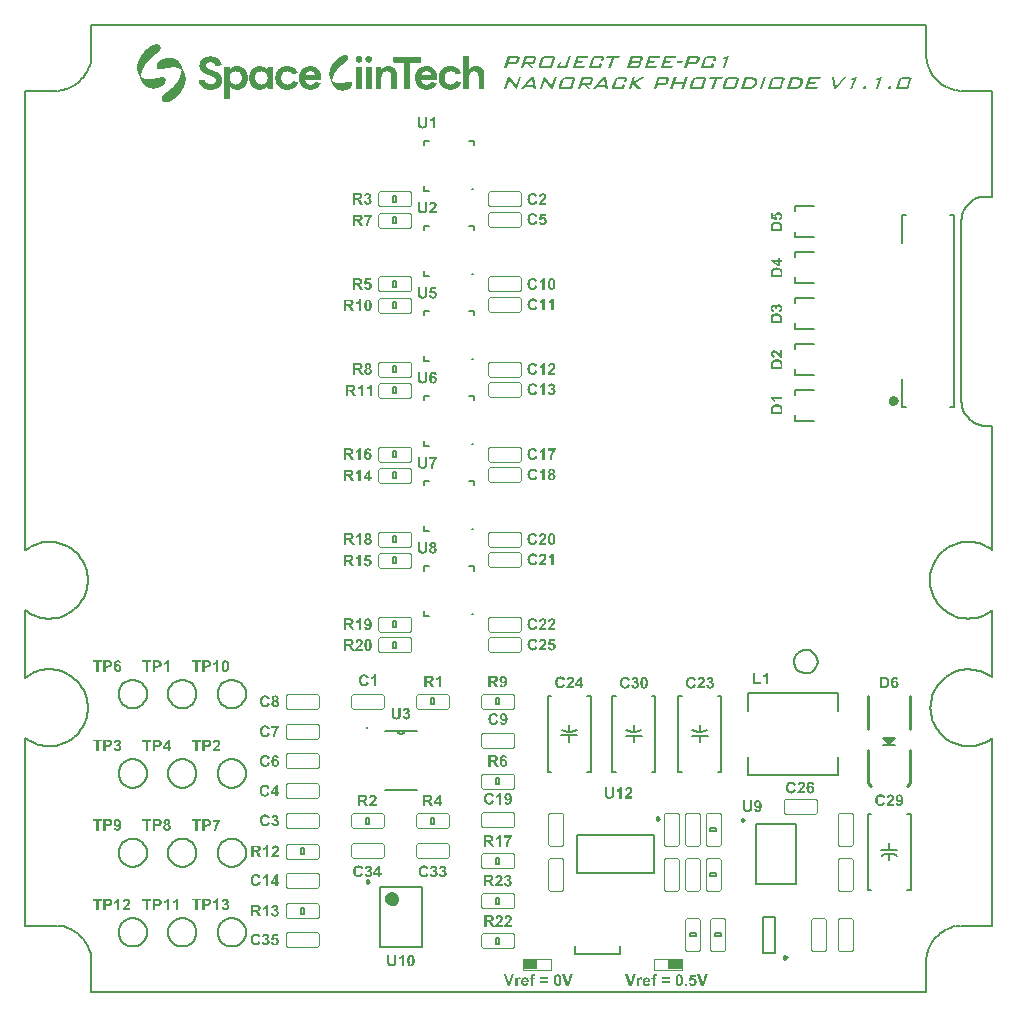
<source format=gbr>
G04*
G04 #@! TF.GenerationSoftware,Altium Limited,Altium Designer,24.1.2 (44)*
G04*
G04 Layer_Color=65535*
%FSLAX44Y44*%
%MOMM*%
G71*
G04*
G04 #@! TF.SameCoordinates,B2B3494C-DAF2-46AE-B00F-8016F5E32D17*
G04*
G04*
G04 #@! TF.FilePolarity,Positive*
G04*
G01*
G75*
%ADD10C,0.2032*%
%ADD11C,0.1000*%
%ADD12C,0.2000*%
%ADD13C,0.2500*%
%ADD14C,0.1270*%
%ADD15C,0.5080*%
%ADD16C,0.6000*%
%ADD17C,0.2540*%
%ADD18C,0.1524*%
%ADD19C,0.1500*%
%ADD20C,0.2540*%
%ADD21R,1.1708X0.8860*%
G36*
X128061Y817367D02*
X128900D01*
Y817087D01*
X129180D01*
Y816807D01*
X129460D01*
Y816528D01*
X129740D01*
Y816248D01*
X130020D01*
Y815688D01*
X130300D01*
Y814009D01*
X130020D01*
Y813169D01*
X129740D01*
Y812609D01*
X129460D01*
Y812330D01*
X129180D01*
Y812050D01*
X128900D01*
Y811490D01*
X128620D01*
Y811210D01*
X128341D01*
Y810930D01*
X128061D01*
Y810650D01*
X127781D01*
Y810370D01*
X127221D01*
Y810091D01*
X126941D01*
Y809811D01*
X126661D01*
Y809531D01*
X126382D01*
Y809251D01*
X125822D01*
Y808971D01*
X125542D01*
Y808691D01*
X124982D01*
Y808411D01*
X124702D01*
Y808132D01*
X124422D01*
Y807852D01*
X123863D01*
Y807572D01*
X123583D01*
Y807292D01*
X123303D01*
Y807012D01*
X122743D01*
Y806732D01*
X122463D01*
Y806452D01*
X122183D01*
Y806172D01*
X121903D01*
Y805893D01*
X121624D01*
Y805613D01*
X121344D01*
Y805333D01*
X121064D01*
Y805053D01*
X120784D01*
Y804773D01*
X120504D01*
Y804493D01*
X120224D01*
Y804213D01*
X119944D01*
Y803933D01*
X119665D01*
Y803654D01*
X119385D01*
Y803374D01*
X119105D01*
Y803094D01*
X118825D01*
Y802814D01*
X118545D01*
Y802254D01*
X118265D01*
Y801974D01*
X117985D01*
Y801694D01*
X117705D01*
Y801135D01*
X117426D01*
Y800855D01*
X117146D01*
Y800295D01*
X116866D01*
Y800015D01*
X116586D01*
Y799456D01*
X116306D01*
Y798896D01*
X116026D01*
Y798336D01*
X115746D01*
Y798056D01*
X115466D01*
Y797217D01*
X115187D01*
Y796657D01*
X114907D01*
Y796097D01*
X114627D01*
Y795257D01*
X114347D01*
Y794418D01*
X114067D01*
Y793298D01*
X113787D01*
Y791619D01*
X113507D01*
Y790220D01*
X113787D01*
Y789940D01*
X114067D01*
Y789660D01*
X114627D01*
Y789380D01*
X114907D01*
Y789100D01*
X115466D01*
Y788820D01*
X116306D01*
Y788541D01*
X117146D01*
Y788261D01*
X118265D01*
Y787981D01*
X122743D01*
Y788261D01*
X124422D01*
Y788541D01*
X125822D01*
Y788820D01*
X127221D01*
Y789100D01*
X128341D01*
Y789380D01*
X130020D01*
Y789660D01*
X132818D01*
Y789380D01*
X133378D01*
Y789100D01*
X133938D01*
Y788820D01*
X134218D01*
Y788261D01*
X134498D01*
Y786302D01*
X134218D01*
Y785462D01*
X133938D01*
Y784902D01*
X133658D01*
Y784343D01*
X133378D01*
Y784063D01*
X133098D01*
Y783783D01*
X132818D01*
Y783503D01*
X132539D01*
Y783223D01*
X132259D01*
Y782943D01*
X131979D01*
Y782663D01*
X131699D01*
Y782383D01*
X131419D01*
Y782104D01*
X130859D01*
Y781824D01*
X130300D01*
Y781544D01*
X129740D01*
Y781264D01*
X129180D01*
Y780984D01*
X128341D01*
Y780704D01*
X127221D01*
Y780424D01*
X125262D01*
Y780145D01*
X123023D01*
Y780424D01*
X120784D01*
Y780704D01*
X119944D01*
Y780984D01*
X119105D01*
Y781264D01*
X118545D01*
Y781544D01*
X117985D01*
Y781824D01*
X117426D01*
Y782104D01*
X117146D01*
Y782383D01*
X116866D01*
Y782663D01*
X116586D01*
Y782943D01*
X116306D01*
Y783223D01*
X116026D01*
Y783503D01*
X115746D01*
Y783783D01*
X115466D01*
Y784063D01*
X115187D01*
Y784622D01*
X114907D01*
Y785182D01*
X114627D01*
Y785742D01*
X114347D01*
Y786302D01*
X114067D01*
Y786861D01*
X113787D01*
Y787421D01*
X113507D01*
Y787981D01*
X113228D01*
Y788541D01*
X112948D01*
Y789100D01*
X112668D01*
Y789940D01*
X112388D01*
Y790500D01*
X112108D01*
Y791339D01*
X111828D01*
Y791899D01*
X111548D01*
Y792739D01*
X111269D01*
Y793298D01*
X110989D01*
Y794418D01*
X110709D01*
Y795537D01*
X110429D01*
Y800855D01*
X110709D01*
Y801974D01*
X110989D01*
Y802814D01*
X111269D01*
Y803654D01*
X111548D01*
Y804493D01*
X111828D01*
Y805053D01*
X112108D01*
Y805613D01*
X112388D01*
Y806172D01*
X112668D01*
Y806732D01*
X112948D01*
Y807292D01*
X113228D01*
Y807572D01*
X113507D01*
Y808132D01*
X113787D01*
Y808691D01*
X114067D01*
Y808971D01*
X114347D01*
Y809251D01*
X114627D01*
Y809811D01*
X114907D01*
Y810091D01*
X115187D01*
Y810370D01*
X115466D01*
Y810650D01*
X115746D01*
Y811210D01*
X116026D01*
Y811490D01*
X116306D01*
Y811770D01*
X116586D01*
Y812050D01*
X116866D01*
Y812330D01*
X117146D01*
Y812609D01*
X117426D01*
Y812889D01*
X117705D01*
Y813169D01*
X117985D01*
Y813449D01*
X118265D01*
Y813729D01*
X118545D01*
Y814009D01*
X119105D01*
Y814289D01*
X119385D01*
Y814569D01*
X119665D01*
Y814848D01*
X120224D01*
Y815128D01*
X120504D01*
Y815408D01*
X120784D01*
Y815688D01*
X121344D01*
Y815968D01*
X121624D01*
Y816248D01*
X122183D01*
Y816528D01*
X122743D01*
Y816807D01*
X123303D01*
Y817087D01*
X124143D01*
Y817367D01*
X125262D01*
Y817647D01*
X128061D01*
Y817367D01*
D02*
G37*
G36*
X140095Y805893D02*
X141215D01*
Y805613D01*
X142054D01*
Y805333D01*
X142614D01*
Y805053D01*
X143174D01*
Y804773D01*
X143733D01*
Y804493D01*
X144013D01*
Y804213D01*
X144573D01*
Y803933D01*
X144853D01*
Y803654D01*
X145133D01*
Y803374D01*
X145413D01*
Y803094D01*
X145693D01*
Y802534D01*
X145972D01*
Y802254D01*
X146252D01*
Y801974D01*
X146532D01*
Y801415D01*
X146812D01*
Y800855D01*
X147092D01*
Y800295D01*
X147372D01*
Y799735D01*
X147652D01*
Y799176D01*
X147931D01*
Y798616D01*
X148211D01*
Y798056D01*
X148491D01*
Y797217D01*
X148771D01*
Y796657D01*
X149051D01*
Y795817D01*
X149331D01*
Y795257D01*
X149611D01*
Y794418D01*
X149891D01*
Y793858D01*
X150170D01*
Y793019D01*
X150450D01*
Y792179D01*
X150730D01*
Y791339D01*
X151010D01*
Y789940D01*
X151290D01*
Y786861D01*
X151010D01*
Y785742D01*
Y785462D01*
Y785182D01*
X150730D01*
Y784063D01*
X150450D01*
Y783223D01*
X150170D01*
Y782383D01*
X149891D01*
Y781824D01*
X149611D01*
Y780984D01*
X149331D01*
Y780424D01*
X149051D01*
Y779865D01*
X148771D01*
Y779585D01*
X148491D01*
Y779025D01*
X148211D01*
Y778465D01*
X147931D01*
Y778185D01*
X147652D01*
Y777626D01*
X147372D01*
Y777346D01*
X147092D01*
Y776786D01*
X146812D01*
Y776506D01*
X146532D01*
Y776226D01*
X146252D01*
Y775667D01*
X145972D01*
Y775387D01*
X145693D01*
Y775107D01*
X145413D01*
Y774827D01*
X145133D01*
Y774547D01*
X144853D01*
Y774267D01*
X144573D01*
Y773987D01*
X144293D01*
Y773708D01*
X144013D01*
Y773428D01*
X143733D01*
Y773148D01*
X143454D01*
Y772868D01*
X143174D01*
Y772588D01*
X142894D01*
Y772308D01*
X142334D01*
Y772028D01*
X142054D01*
Y771748D01*
X141774D01*
Y771469D01*
X141495D01*
Y771189D01*
X140935D01*
Y770909D01*
X140655D01*
Y770629D01*
X140095D01*
Y770349D01*
X139815D01*
Y770069D01*
X139256D01*
Y769789D01*
X138696D01*
Y769510D01*
X138136D01*
Y769230D01*
X137296D01*
Y768950D01*
X135897D01*
Y768670D01*
X133658D01*
Y768950D01*
X132818D01*
Y769230D01*
X132259D01*
Y769510D01*
X131979D01*
Y769789D01*
X131699D01*
Y770069D01*
X131419D01*
Y770629D01*
X131139D01*
Y772588D01*
X131419D01*
Y773148D01*
X131699D01*
Y773708D01*
X131979D01*
Y774267D01*
X132259D01*
Y774547D01*
X132539D01*
Y774827D01*
X132818D01*
Y775107D01*
X133098D01*
Y775387D01*
X133378D01*
Y775667D01*
X133658D01*
Y775947D01*
X133938D01*
Y776226D01*
X134218D01*
Y776506D01*
X134498D01*
Y776786D01*
X135057D01*
Y777066D01*
X135337D01*
Y777346D01*
X135617D01*
Y777626D01*
X136177D01*
Y777906D01*
X136457D01*
Y778185D01*
X137016D01*
Y778465D01*
X137296D01*
Y778745D01*
X137576D01*
Y779025D01*
X138136D01*
Y779305D01*
X138416D01*
Y779585D01*
X138696D01*
Y779865D01*
X138976D01*
Y780145D01*
X139256D01*
Y780424D01*
X139815D01*
Y780704D01*
X140095D01*
Y780984D01*
X140375D01*
Y781264D01*
X140655D01*
Y781544D01*
X140935D01*
Y781824D01*
X141215D01*
Y782104D01*
X141495D01*
Y782663D01*
X141774D01*
Y782943D01*
X142054D01*
Y783223D01*
X142334D01*
Y783503D01*
X142614D01*
Y783783D01*
X142894D01*
Y784063D01*
X143174D01*
Y784622D01*
X143454D01*
Y784902D01*
X143733D01*
Y785182D01*
X144013D01*
Y785742D01*
X144293D01*
Y786022D01*
X144573D01*
Y786581D01*
X144853D01*
Y787141D01*
X145133D01*
Y787701D01*
X145413D01*
Y787981D01*
X145693D01*
Y788541D01*
X145972D01*
Y789380D01*
X146252D01*
Y789940D01*
X146532D01*
Y790500D01*
X146812D01*
Y791339D01*
X147092D01*
Y792179D01*
X147372D01*
Y793298D01*
X147652D01*
Y795537D01*
X147931D01*
Y796097D01*
X147652D01*
Y796377D01*
X147372D01*
Y796657D01*
X147092D01*
Y796937D01*
X146532D01*
Y797217D01*
X145972D01*
Y797496D01*
X145413D01*
Y797776D01*
X144573D01*
Y798056D01*
X143174D01*
Y798336D01*
X138696D01*
Y798056D01*
X136737D01*
Y797776D01*
X135617D01*
Y797496D01*
X134218D01*
Y797217D01*
X133098D01*
Y796937D01*
X131419D01*
Y796657D01*
X128620D01*
Y796937D01*
X128061D01*
Y797217D01*
X127501D01*
Y797496D01*
X127221D01*
Y798056D01*
X126941D01*
Y800295D01*
X127221D01*
Y801135D01*
X127501D01*
Y801694D01*
X127781D01*
Y802254D01*
X128061D01*
Y802534D01*
X128341D01*
Y802814D01*
X128620D01*
Y803094D01*
X128900D01*
Y803374D01*
X129180D01*
Y803654D01*
X129460D01*
Y803933D01*
X130020D01*
Y804213D01*
X130300D01*
Y804493D01*
X130859D01*
Y804773D01*
X131419D01*
Y805053D01*
X131979D01*
Y805333D01*
X132539D01*
Y805613D01*
X133658D01*
Y805893D01*
X134778D01*
Y806172D01*
X140095D01*
Y805893D01*
D02*
G37*
G36*
X177598Y794138D02*
X178158D01*
Y793858D01*
X178717D01*
Y793578D01*
X178997D01*
Y793298D01*
X179557D01*
Y793019D01*
X179837D01*
Y792739D01*
X180117D01*
Y792459D01*
X180396D01*
Y792179D01*
X180676D01*
Y791899D01*
X180956D01*
Y791339D01*
X181236D01*
Y791059D01*
X181516D01*
Y790220D01*
X181796D01*
Y789660D01*
X182076D01*
Y787981D01*
X182355D01*
Y786022D01*
X182076D01*
Y784622D01*
X181796D01*
Y784063D01*
X181516D01*
Y783503D01*
X181236D01*
Y782943D01*
X180956D01*
Y782663D01*
X180676D01*
Y782104D01*
X180396D01*
Y781824D01*
X180117D01*
Y781544D01*
X179837D01*
Y781264D01*
X179277D01*
Y780984D01*
X178997D01*
Y780704D01*
X178437D01*
Y780424D01*
X178158D01*
Y780145D01*
X177598D01*
Y779865D01*
X176758D01*
Y779585D01*
X175639D01*
Y779305D01*
X173959D01*
Y779025D01*
X171161D01*
Y779305D01*
X169482D01*
Y779585D01*
X168362D01*
Y779865D01*
X167802D01*
Y780145D01*
X167243D01*
Y780424D01*
X166683D01*
Y780704D01*
X166123D01*
Y780984D01*
X165843D01*
Y781264D01*
X165563D01*
Y781544D01*
X165283D01*
Y781824D01*
X165004D01*
Y782104D01*
X164724D01*
Y782383D01*
X164444D01*
Y782663D01*
X164164D01*
Y782943D01*
X163884D01*
Y783503D01*
X163604D01*
Y783783D01*
X163324D01*
Y784343D01*
X163044D01*
Y785182D01*
X162765D01*
Y785742D01*
X162485D01*
Y786861D01*
X163044D01*
Y787141D01*
X164164D01*
Y787421D01*
X165563D01*
Y787701D01*
X166683D01*
Y787981D01*
X166963D01*
Y787701D01*
X167243D01*
Y787421D01*
X167522D01*
Y786861D01*
X167802D01*
Y786302D01*
X168082D01*
Y786022D01*
X168362D01*
Y785462D01*
X168642D01*
Y785182D01*
X169202D01*
Y784902D01*
X169482D01*
Y784622D01*
X170041D01*
Y784343D01*
X170881D01*
Y784063D01*
X174519D01*
Y784343D01*
X175359D01*
Y784622D01*
X175919D01*
Y784902D01*
X176198D01*
Y785182D01*
X176478D01*
Y785462D01*
X176758D01*
Y786022D01*
X177038D01*
Y787701D01*
X176758D01*
Y788261D01*
X176478D01*
Y788820D01*
X176198D01*
Y789100D01*
X175919D01*
Y789380D01*
X175639D01*
Y789660D01*
X175079D01*
Y789940D01*
X174519D01*
Y790220D01*
X173959D01*
Y790500D01*
X173400D01*
Y790780D01*
X172560D01*
Y791059D01*
X171721D01*
Y791339D01*
X171161D01*
Y791619D01*
X170321D01*
Y791899D01*
X169482D01*
Y792179D01*
X168922D01*
Y792459D01*
X168082D01*
Y792739D01*
X167522D01*
Y793019D01*
X167243D01*
Y793298D01*
X166683D01*
Y793578D01*
X166403D01*
Y793858D01*
X165843D01*
Y794138D01*
X165563D01*
Y794418D01*
X165283D01*
Y794698D01*
X165004D01*
Y794978D01*
X164724D01*
Y795257D01*
X164444D01*
Y795817D01*
X164164D01*
Y796097D01*
X163884D01*
Y796657D01*
X163604D01*
Y797496D01*
X163324D01*
Y798896D01*
X163044D01*
Y800575D01*
X163324D01*
Y801974D01*
X163604D01*
Y802814D01*
X163884D01*
Y803374D01*
X164164D01*
Y803654D01*
X164444D01*
Y804213D01*
X164724D01*
Y804493D01*
X165004D01*
Y804773D01*
X165283D01*
Y805053D01*
X165563D01*
Y805333D01*
X165843D01*
Y805613D01*
X166403D01*
Y805893D01*
X166683D01*
Y806172D01*
X167243D01*
Y806452D01*
X167802D01*
Y806732D01*
X168642D01*
Y807012D01*
X169482D01*
Y807292D01*
X171161D01*
Y807572D01*
X173400D01*
Y807292D01*
X175359D01*
Y807012D01*
X176198D01*
Y806732D01*
X177038D01*
Y806452D01*
X177598D01*
Y806172D01*
X177878D01*
Y805893D01*
X178437D01*
Y805613D01*
X178717D01*
Y805333D01*
X178997D01*
Y805053D01*
X179277D01*
Y804773D01*
X179557D01*
Y804493D01*
X179837D01*
Y804213D01*
X180117D01*
Y803933D01*
X180396D01*
Y803374D01*
X180676D01*
Y803094D01*
X180956D01*
Y802534D01*
X181236D01*
Y801694D01*
X181516D01*
Y800855D01*
X181796D01*
Y800295D01*
X181236D01*
Y800015D01*
X180117D01*
Y799735D01*
X178997D01*
Y799456D01*
X177878D01*
Y799176D01*
X176758D01*
Y799456D01*
X176478D01*
Y800015D01*
X176198D01*
Y800575D01*
X175919D01*
Y801135D01*
X175639D01*
Y801415D01*
X175359D01*
Y801694D01*
X174799D01*
Y801974D01*
X174519D01*
Y802254D01*
X173680D01*
Y802534D01*
X170881D01*
Y802254D01*
X170041D01*
Y801974D01*
X169482D01*
Y801694D01*
X169202D01*
Y801415D01*
X168922D01*
Y801135D01*
X168642D01*
Y800575D01*
X168362D01*
Y799176D01*
X168642D01*
Y798616D01*
X168922D01*
Y798336D01*
X169202D01*
Y798056D01*
X169482D01*
Y797776D01*
X169761D01*
Y797496D01*
X170041D01*
Y797217D01*
X170601D01*
Y796937D01*
X171161D01*
Y796657D01*
X171721D01*
Y796377D01*
X172560D01*
Y796097D01*
X173400D01*
Y795817D01*
X174239D01*
Y795537D01*
X175079D01*
Y795257D01*
X175919D01*
Y794978D01*
X176478D01*
Y794698D01*
X177038D01*
Y794418D01*
X177598D01*
Y794138D01*
D02*
G37*
G36*
X197189Y798896D02*
X198308D01*
Y798616D01*
X198868D01*
Y798336D01*
X199428D01*
Y798056D01*
X199987D01*
Y797776D01*
X200267D01*
Y797496D01*
X200827D01*
Y797217D01*
X201107D01*
Y796937D01*
X201387D01*
Y796657D01*
X201667D01*
Y796377D01*
X201947D01*
Y795817D01*
X202226D01*
Y795537D01*
X202506D01*
Y794978D01*
X202786D01*
Y794418D01*
X203066D01*
Y793858D01*
X203346D01*
Y793019D01*
X203626D01*
Y791899D01*
X203906D01*
Y786581D01*
X203626D01*
Y785462D01*
X203346D01*
Y784622D01*
X203066D01*
Y784063D01*
X202786D01*
Y783503D01*
X202506D01*
Y782943D01*
X202226D01*
Y782663D01*
X201947D01*
Y782383D01*
X201667D01*
Y781824D01*
X201387D01*
Y781544D01*
X201107D01*
Y781264D01*
X200547D01*
Y780984D01*
X200267D01*
Y780704D01*
X199987D01*
Y780424D01*
X199428D01*
Y780145D01*
X198868D01*
Y779865D01*
X198028D01*
Y779585D01*
X197189D01*
Y779305D01*
X192991D01*
Y779585D01*
X192151D01*
Y779865D01*
X191311D01*
Y780145D01*
X190752D01*
Y780424D01*
X190472D01*
Y780704D01*
X189912D01*
Y780984D01*
X189632D01*
Y781264D01*
X189352D01*
Y781544D01*
X189072D01*
Y781824D01*
X188792D01*
Y771469D01*
X184315D01*
Y771748D01*
X184035D01*
Y788541D01*
Y788820D01*
Y798616D01*
X184315D01*
Y798896D01*
X188513D01*
Y797217D01*
X188792D01*
Y796657D01*
X189072D01*
Y796937D01*
X189352D01*
Y797217D01*
X189632D01*
Y797496D01*
X189912D01*
Y797776D01*
X190472D01*
Y798056D01*
X190752D01*
Y798336D01*
X191311D01*
Y798616D01*
X191871D01*
Y798896D01*
X192711D01*
Y799176D01*
X197189D01*
Y798896D01*
D02*
G37*
G36*
X216220D02*
X217339D01*
Y798616D01*
X217899D01*
Y798336D01*
X218459D01*
Y798056D01*
X218739D01*
Y797776D01*
X219298D01*
Y797496D01*
X219578D01*
Y797217D01*
X219858D01*
Y796937D01*
X220138D01*
Y796657D01*
X220418D01*
Y797496D01*
X220698D01*
Y798896D01*
X224896D01*
Y798616D01*
X225176D01*
Y792179D01*
Y791899D01*
Y779865D01*
X224896D01*
Y779585D01*
X220698D01*
Y780984D01*
X220418D01*
Y781824D01*
X220138D01*
Y781544D01*
X219858D01*
Y781264D01*
X219578D01*
Y780984D01*
X219298D01*
Y780704D01*
X218739D01*
Y780424D01*
X218459D01*
Y780145D01*
X217899D01*
Y779865D01*
X217059D01*
Y779585D01*
X216220D01*
Y779305D01*
X212022D01*
Y779585D01*
X211182D01*
Y779865D01*
X210343D01*
Y780145D01*
X209783D01*
Y780424D01*
X209223D01*
Y780704D01*
X208943D01*
Y780984D01*
X208384D01*
Y781264D01*
X208104D01*
Y781544D01*
X207824D01*
Y781824D01*
X207544D01*
Y782383D01*
X207264D01*
Y782663D01*
X206984D01*
Y782943D01*
X206704D01*
Y783503D01*
X206424D01*
Y784063D01*
X206145D01*
Y784622D01*
X205865D01*
Y785462D01*
X205585D01*
Y786581D01*
X205305D01*
Y791899D01*
X205585D01*
Y793019D01*
X205865D01*
Y793858D01*
X206145D01*
Y794418D01*
X206424D01*
Y794978D01*
X206704D01*
Y795537D01*
X206984D01*
Y795817D01*
X207264D01*
Y796377D01*
X207544D01*
Y796657D01*
X207824D01*
Y796937D01*
X208104D01*
Y797217D01*
X208384D01*
Y797496D01*
X208943D01*
Y797776D01*
X209223D01*
Y798056D01*
X209783D01*
Y798336D01*
X210343D01*
Y798616D01*
X210902D01*
Y798896D01*
X212022D01*
Y799176D01*
X216220D01*
Y798896D01*
D02*
G37*
G36*
X230493Y781544D02*
Y781824D01*
X230213D01*
Y782104D01*
X229933D01*
Y782383D01*
X229654D01*
Y782663D01*
X229374D01*
Y782943D01*
X229094D01*
Y783503D01*
X228814D01*
Y783783D01*
X228534D01*
Y784343D01*
X228254D01*
Y785182D01*
X227974D01*
Y786022D01*
X227694D01*
Y787421D01*
X227415D01*
Y791059D01*
X227694D01*
Y792459D01*
X227974D01*
Y793298D01*
X228254D01*
Y794138D01*
X228534D01*
Y794698D01*
X228814D01*
Y794978D01*
X229094D01*
Y795537D01*
X229374D01*
Y795817D01*
X229654D01*
Y796097D01*
X229933D01*
Y796657D01*
X230213D01*
Y796937D01*
X230773D01*
Y797217D01*
X231053D01*
Y797496D01*
X231333D01*
Y797776D01*
X231893D01*
Y798056D01*
X232452D01*
Y798336D01*
X233012D01*
Y798616D01*
X233852D01*
Y798896D01*
X234691D01*
Y799176D01*
X240009D01*
Y798896D01*
X241128D01*
Y798616D01*
X241688D01*
Y798336D01*
X242248D01*
Y798056D01*
X242808D01*
Y797776D01*
X243087D01*
Y797496D01*
X243647D01*
Y797217D01*
X243927D01*
Y796937D01*
X244207D01*
Y796657D01*
X244487D01*
Y796377D01*
X244767D01*
Y795817D01*
X245047D01*
Y795537D01*
X245326D01*
Y794978D01*
X245606D01*
Y794418D01*
X245886D01*
Y793858D01*
X246166D01*
Y793298D01*
X245886D01*
Y793019D01*
X245047D01*
Y792739D01*
X244207D01*
Y792459D01*
X243367D01*
Y792179D01*
X241968D01*
Y792459D01*
X241688D01*
Y793019D01*
X241408D01*
Y793298D01*
X241128D01*
Y793578D01*
X240848D01*
Y793858D01*
X240569D01*
Y794138D01*
X240009D01*
Y794418D01*
X239449D01*
Y794698D01*
X238330D01*
Y794978D01*
X236930D01*
Y794698D01*
X235811D01*
Y794418D01*
X234971D01*
Y794138D01*
X234691D01*
Y793858D01*
X234132D01*
Y793578D01*
X233852D01*
Y793298D01*
X233572D01*
Y792739D01*
X233292D01*
Y792459D01*
X233012D01*
Y791619D01*
X232732D01*
Y790780D01*
X232452D01*
Y787701D01*
X232732D01*
Y786861D01*
X233012D01*
Y786022D01*
X233292D01*
Y785742D01*
X233572D01*
Y785462D01*
X233852D01*
Y785182D01*
X234132D01*
Y784902D01*
X234411D01*
Y784622D01*
X234691D01*
Y784343D01*
X235251D01*
Y784063D01*
X235811D01*
Y783783D01*
X237490D01*
Y783503D01*
X237770D01*
Y783783D01*
X239449D01*
Y784063D01*
X240009D01*
Y784343D01*
X240569D01*
Y784622D01*
X240848D01*
Y784902D01*
X241128D01*
Y785182D01*
X241408D01*
Y785742D01*
X241688D01*
Y786022D01*
X241968D01*
Y786302D01*
X242248D01*
Y786581D01*
X242808D01*
Y786302D01*
X243927D01*
Y786022D01*
X245326D01*
Y785742D01*
X246166D01*
Y785462D01*
X246446D01*
Y784902D01*
X246166D01*
Y784063D01*
X245886D01*
Y783783D01*
X245606D01*
Y783223D01*
X245326D01*
Y782663D01*
X245047D01*
Y782383D01*
X244767D01*
Y782104D01*
X244487D01*
Y781824D01*
X244207D01*
Y781544D01*
X243927D01*
Y781264D01*
X243647D01*
Y780984D01*
X243087D01*
Y780704D01*
X242808D01*
Y780424D01*
X242248D01*
Y780145D01*
X241688D01*
Y779865D01*
X240848D01*
Y779585D01*
X239729D01*
Y779305D01*
X234971D01*
Y779585D01*
X233852D01*
Y779865D01*
X233012D01*
Y780145D01*
X232452D01*
Y780424D01*
X231893D01*
Y780704D01*
X231613D01*
Y780984D01*
X231053D01*
Y781264D01*
X230773D01*
Y781544D01*
X230493D01*
D02*
G37*
G36*
X259320Y798896D02*
X260439D01*
Y798616D01*
X260999D01*
Y798336D01*
X261559D01*
Y798056D01*
X262119D01*
Y797776D01*
X262398D01*
Y797496D01*
X262958D01*
Y797217D01*
X263238D01*
Y796937D01*
X263518D01*
Y796657D01*
X263798D01*
Y796377D01*
X264078D01*
Y795817D01*
X264357D01*
Y795537D01*
X264637D01*
Y794978D01*
X264917D01*
Y794418D01*
X265197D01*
Y793858D01*
X265477D01*
Y793019D01*
X265757D01*
Y791899D01*
X266037D01*
Y789660D01*
X266317D01*
Y787981D01*
X266037D01*
Y787701D01*
X252603D01*
Y786581D01*
X252883D01*
Y786022D01*
X253163D01*
Y785462D01*
X253443D01*
Y785182D01*
X253722D01*
Y784902D01*
X254002D01*
Y784622D01*
X254282D01*
Y784343D01*
X254562D01*
Y784063D01*
X255122D01*
Y783783D01*
X255961D01*
Y783503D01*
X258200D01*
Y783783D01*
X259320D01*
Y784063D01*
X259880D01*
Y784343D01*
X260159D01*
Y784622D01*
X260439D01*
Y784902D01*
X260719D01*
Y785182D01*
X260999D01*
Y785462D01*
X261279D01*
Y785742D01*
X261839D01*
Y786022D01*
X262119D01*
Y785742D01*
X262958D01*
Y785462D01*
X263798D01*
Y785182D01*
X264637D01*
Y784902D01*
X265477D01*
Y784622D01*
X265757D01*
Y784343D01*
X265477D01*
Y783783D01*
X265197D01*
Y783223D01*
X264917D01*
Y782943D01*
X264637D01*
Y782383D01*
X264357D01*
Y782104D01*
X264078D01*
Y781824D01*
X263798D01*
Y781544D01*
X263518D01*
Y781264D01*
X263238D01*
Y780984D01*
X262678D01*
Y780704D01*
X262398D01*
Y780424D01*
X261839D01*
Y780145D01*
X261279D01*
Y779865D01*
X260439D01*
Y779585D01*
X259320D01*
Y779305D01*
X254842D01*
Y779585D01*
X253722D01*
Y779865D01*
X252883D01*
Y780145D01*
X252323D01*
Y780424D01*
X251763D01*
Y780704D01*
X251204D01*
Y780984D01*
X250924D01*
Y781264D01*
X250644D01*
Y781544D01*
X250364D01*
Y781824D01*
X249804D01*
Y782383D01*
X249524D01*
Y782663D01*
X249244D01*
Y782943D01*
X248965D01*
Y783503D01*
X248685D01*
Y783783D01*
X248405D01*
Y784343D01*
X248125D01*
Y785182D01*
X247845D01*
Y786022D01*
X247565D01*
Y787421D01*
X247285D01*
Y791059D01*
X247565D01*
Y792459D01*
X247845D01*
Y793298D01*
X248125D01*
Y794138D01*
X248405D01*
Y794698D01*
X248685D01*
Y794978D01*
X248965D01*
Y795537D01*
X249244D01*
Y795817D01*
X249524D01*
Y796377D01*
X249804D01*
Y796657D01*
X250084D01*
Y796937D01*
X250364D01*
Y797217D01*
X250924D01*
Y797496D01*
X251204D01*
Y797776D01*
X251763D01*
Y798056D01*
X252043D01*
Y798336D01*
X252883D01*
Y798616D01*
X253443D01*
Y798896D01*
X254562D01*
Y799176D01*
X259320D01*
Y798896D01*
D02*
G37*
G36*
X281989Y807012D02*
Y807292D01*
X282549D01*
Y807572D01*
X283109D01*
Y807852D01*
X283669D01*
Y808132D01*
X284508D01*
Y808411D01*
X287587D01*
Y808132D01*
X288146D01*
Y807852D01*
X288426D01*
Y807572D01*
X288706D01*
Y807012D01*
X288986D01*
Y805333D01*
X288706D01*
Y804773D01*
X288426D01*
Y804213D01*
X288146D01*
Y803933D01*
X287867D01*
Y803654D01*
X287587D01*
Y803374D01*
X287307D01*
Y803094D01*
X287027D01*
Y802814D01*
X286747D01*
Y802534D01*
X286467D01*
Y802254D01*
X286187D01*
Y801974D01*
X285628D01*
Y801694D01*
X285348D01*
Y801415D01*
X285068D01*
Y801135D01*
X284508D01*
Y800855D01*
X284228D01*
Y800575D01*
X283669D01*
Y800295D01*
X283389D01*
Y800015D01*
X283109D01*
Y799735D01*
X282829D01*
Y799456D01*
X282549D01*
Y799176D01*
X281989D01*
Y798896D01*
X281709D01*
Y798616D01*
X281430D01*
Y798336D01*
X281150D01*
Y798056D01*
X280870D01*
Y797776D01*
X280590D01*
Y797496D01*
X280310D01*
Y796937D01*
X280030D01*
Y796657D01*
X279750D01*
Y796377D01*
X279471D01*
Y796097D01*
X279191D01*
Y795537D01*
X278911D01*
Y795257D01*
X278631D01*
Y794978D01*
X278351D01*
Y794418D01*
X278071D01*
Y793858D01*
X277791D01*
Y793578D01*
X277512D01*
Y793019D01*
X277232D01*
Y792459D01*
X276952D01*
Y791899D01*
X276672D01*
Y791059D01*
X276392D01*
Y790500D01*
X276112D01*
Y789380D01*
X275832D01*
Y787981D01*
X275552D01*
Y786581D01*
X275832D01*
Y786302D01*
X276112D01*
Y786022D01*
X276392D01*
Y785742D01*
X276952D01*
Y785462D01*
X277512D01*
Y785182D01*
X278351D01*
Y784902D01*
X279750D01*
Y784622D01*
X282549D01*
Y784902D01*
X284508D01*
Y785182D01*
X285908D01*
Y785462D01*
X287027D01*
Y785742D01*
X288426D01*
Y786022D01*
X291225D01*
Y785742D01*
X291785D01*
Y785462D01*
X292065D01*
Y784902D01*
X292345D01*
Y783223D01*
X292065D01*
Y782383D01*
X291785D01*
Y782104D01*
X291505D01*
Y781544D01*
X291225D01*
Y781264D01*
X290945D01*
Y780984D01*
X290665D01*
Y780704D01*
X290385D01*
Y780424D01*
X290106D01*
Y780145D01*
X289546D01*
Y779865D01*
X288986D01*
Y779585D01*
X288426D01*
Y779305D01*
X287867D01*
Y779025D01*
X287027D01*
Y778745D01*
X285628D01*
Y778465D01*
X282549D01*
Y778745D01*
X280870D01*
Y779025D01*
X280030D01*
Y779305D01*
X279471D01*
Y779585D01*
X278911D01*
Y779865D01*
X278631D01*
Y780145D01*
X278351D01*
Y780424D01*
X278071D01*
Y780704D01*
X277791D01*
Y780984D01*
X277512D01*
Y781264D01*
X277232D01*
Y781544D01*
X276952D01*
Y782104D01*
X276672D01*
Y782383D01*
X276392D01*
Y782943D01*
X276112D01*
Y783503D01*
X275832D01*
Y784063D01*
X275552D01*
Y784622D01*
X275273D01*
Y785462D01*
X274993D01*
Y786022D01*
X274713D01*
Y786581D01*
X274433D01*
Y787421D01*
X274153D01*
Y787981D01*
X273873D01*
Y788820D01*
X273593D01*
Y789660D01*
X273313D01*
Y790780D01*
X273034D01*
Y794698D01*
X273313D01*
Y796097D01*
X273593D01*
Y796937D01*
X273873D01*
Y797776D01*
X274153D01*
Y798336D01*
X274433D01*
Y798896D01*
X274713D01*
Y799456D01*
X274993D01*
Y800015D01*
X275273D01*
Y800575D01*
X275552D01*
Y800855D01*
X275832D01*
Y801415D01*
X276112D01*
Y801694D01*
X276392D01*
Y801974D01*
X276672D01*
Y802534D01*
X276952D01*
Y802814D01*
X277232D01*
Y803094D01*
X277512D01*
Y803374D01*
X277791D01*
Y803654D01*
X278071D01*
Y803933D01*
X278351D01*
Y804213D01*
X278631D01*
Y804493D01*
X278911D01*
Y804773D01*
X279191D01*
Y805053D01*
X279471D01*
Y805333D01*
X279750D01*
Y805613D01*
X280030D01*
Y805893D01*
X280310D01*
Y806172D01*
X280870D01*
Y806452D01*
X281150D01*
Y806732D01*
X281430D01*
Y807012D01*
X281709D01*
X281989D01*
D02*
G37*
G36*
X307738Y807292D02*
X308297D01*
Y807012D01*
X308577D01*
Y806732D01*
X308857D01*
Y806172D01*
X309137D01*
Y803654D01*
X308857D01*
Y803374D01*
X308577D01*
Y803094D01*
X308297D01*
Y802814D01*
X308017D01*
Y802534D01*
X307178D01*
Y802254D01*
X305778D01*
Y802534D01*
X304939D01*
Y802814D01*
X304379D01*
Y803094D01*
X304099D01*
Y803654D01*
X303819D01*
Y804213D01*
X303539D01*
Y805893D01*
X303819D01*
Y806452D01*
X304099D01*
Y806732D01*
X304379D01*
Y807012D01*
X304659D01*
Y807292D01*
X304939D01*
Y807572D01*
X307738D01*
Y807292D01*
D02*
G37*
G36*
X299621D02*
X299901D01*
Y807012D01*
X300461D01*
Y806452D01*
X300741D01*
Y806172D01*
X301021D01*
Y803933D01*
X300741D01*
Y803374D01*
X300461D01*
Y803094D01*
X300181D01*
Y802814D01*
X299621D01*
Y802534D01*
X299062D01*
Y802254D01*
X297382D01*
Y802534D01*
X296822D01*
Y802814D01*
X296263D01*
Y803094D01*
X295983D01*
Y803374D01*
X295703D01*
Y803933D01*
X295423D01*
Y805893D01*
Y806172D01*
X295703D01*
Y806452D01*
X295983D01*
Y807012D01*
X296543D01*
Y807292D01*
X296822D01*
Y807572D01*
X299621D01*
Y807292D01*
D02*
G37*
G36*
X325369Y798896D02*
X326209D01*
Y798616D01*
X327048D01*
Y798336D01*
X327328D01*
Y798056D01*
X327888D01*
Y797776D01*
X328168D01*
Y797496D01*
X328448D01*
Y797217D01*
X328728D01*
Y796937D01*
X329008D01*
Y796377D01*
X329287D01*
Y795817D01*
X329567D01*
Y795257D01*
X329847D01*
Y794418D01*
X330127D01*
Y779585D01*
X325369D01*
Y791899D01*
X325089D01*
Y792739D01*
X324809D01*
Y793298D01*
X324530D01*
Y793858D01*
X324250D01*
Y794138D01*
X323970D01*
Y794418D01*
X323410D01*
Y794698D01*
X322291D01*
Y794978D01*
X321171D01*
Y794698D01*
X320052D01*
Y794418D01*
X319492D01*
Y794138D01*
X318932D01*
Y793858D01*
X318652D01*
Y793578D01*
X318372D01*
Y793298D01*
X318093D01*
Y792739D01*
X317813D01*
Y792179D01*
X317533D01*
Y791619D01*
X317253D01*
Y789940D01*
X316973D01*
Y779585D01*
X312495D01*
Y779865D01*
X312215D01*
Y782663D01*
Y782943D01*
Y798616D01*
X312495D01*
Y798896D01*
X316693D01*
Y797217D01*
X316973D01*
Y796657D01*
X317253D01*
Y796937D01*
X317533D01*
Y797217D01*
X317813D01*
Y797496D01*
X318093D01*
Y797776D01*
X318652D01*
Y798056D01*
X318932D01*
Y798336D01*
X319492D01*
Y798616D01*
X320052D01*
Y798896D01*
X321171D01*
Y799176D01*
X325369D01*
Y798896D01*
D02*
G37*
G36*
X378265D02*
X379104D01*
Y798616D01*
X379944D01*
Y798336D01*
X380504D01*
Y798056D01*
X381063D01*
Y797776D01*
X381343D01*
Y797496D01*
X381903D01*
Y797217D01*
X382183D01*
Y796937D01*
X382463D01*
Y796657D01*
X382743D01*
Y796097D01*
X383023D01*
Y795817D01*
X383302D01*
Y795537D01*
X383582D01*
Y794978D01*
X383862D01*
Y794418D01*
X384142D01*
Y793019D01*
X383302D01*
Y792739D01*
X382463D01*
Y792459D01*
X381343D01*
Y792179D01*
X380224D01*
Y792459D01*
X379944D01*
Y792739D01*
X379664D01*
Y793298D01*
X379384D01*
Y793578D01*
X379104D01*
Y793858D01*
X378825D01*
Y794138D01*
X378265D01*
Y794418D01*
X377705D01*
Y794698D01*
X376586D01*
Y794978D01*
X375186D01*
Y794698D01*
X373787D01*
Y794418D01*
X373227D01*
Y794138D01*
X372667D01*
Y793858D01*
X372388D01*
Y793578D01*
X372108D01*
Y793298D01*
X371828D01*
Y793019D01*
X371548D01*
Y792459D01*
X371268D01*
Y791899D01*
X370988D01*
Y791059D01*
X370708D01*
Y787421D01*
X370988D01*
Y786581D01*
X371268D01*
Y786022D01*
X371548D01*
Y785742D01*
X371828D01*
Y785182D01*
X372108D01*
Y784902D01*
X372388D01*
Y784622D01*
X372947D01*
Y784343D01*
X373227D01*
Y784063D01*
X374067D01*
Y783783D01*
X375466D01*
Y783503D01*
X376026D01*
Y783783D01*
X377425D01*
Y784063D01*
X378265D01*
Y784343D01*
X378545D01*
Y784622D01*
X379104D01*
Y784902D01*
X379384D01*
Y785182D01*
X379664D01*
Y785742D01*
X379944D01*
Y786022D01*
X380224D01*
Y786302D01*
X380504D01*
Y786581D01*
X381063D01*
Y786302D01*
X382183D01*
Y786022D01*
X383302D01*
Y785742D01*
X384422D01*
Y785462D01*
X384702D01*
Y784902D01*
X384422D01*
Y784343D01*
X384142D01*
Y783783D01*
X383862D01*
Y783223D01*
X383582D01*
Y782943D01*
X383302D01*
Y782383D01*
X383023D01*
Y782104D01*
X382743D01*
Y781824D01*
X382463D01*
Y781544D01*
X382183D01*
Y781264D01*
X381903D01*
Y780984D01*
X381343D01*
Y780704D01*
X381063D01*
Y780424D01*
X380504D01*
Y780145D01*
X379944D01*
Y779865D01*
X379104D01*
Y779585D01*
X377985D01*
Y779305D01*
X373227D01*
Y779585D01*
X372108D01*
Y779865D01*
X371268D01*
Y780145D01*
X370708D01*
Y780424D01*
X370149D01*
Y780704D01*
X369589D01*
Y780984D01*
X369309D01*
Y781264D01*
X369029D01*
Y781544D01*
X368469D01*
Y781824D01*
X368190D01*
Y782104D01*
X367910D01*
Y782663D01*
X367630D01*
Y782943D01*
X367350D01*
Y783223D01*
X367070D01*
Y783783D01*
X366790D01*
Y784343D01*
X366510D01*
Y784902D01*
X366230D01*
Y785742D01*
X365951D01*
Y787141D01*
X365671D01*
Y791619D01*
X365951D01*
Y792739D01*
X366230D01*
Y793578D01*
X366510D01*
Y794138D01*
X366790D01*
Y794698D01*
X367070D01*
Y795257D01*
X367350D01*
Y795537D01*
X367630D01*
Y795817D01*
X367910D01*
Y796377D01*
X368190D01*
Y796657D01*
X368469D01*
Y796937D01*
X368749D01*
Y797217D01*
X369309D01*
Y797496D01*
X369589D01*
Y797776D01*
X370149D01*
Y798056D01*
X370428D01*
Y798336D01*
X371268D01*
Y798616D01*
X371828D01*
Y798896D01*
X372947D01*
Y799176D01*
X378265D01*
Y798896D01*
D02*
G37*
G36*
X391139Y796937D02*
X391699D01*
Y797217D01*
X391978D01*
Y797496D01*
X392258D01*
Y797776D01*
X392538D01*
Y798056D01*
X393098D01*
Y798336D01*
X393378D01*
Y798616D01*
X394217D01*
Y798896D01*
X395057D01*
Y799176D01*
X399535D01*
Y798896D01*
X400374D01*
Y798616D01*
X400934D01*
Y798336D01*
X401494D01*
Y798056D01*
X401774D01*
Y797776D01*
X402334D01*
Y797496D01*
X402613D01*
Y796937D01*
X402893D01*
Y796657D01*
X403173D01*
Y796097D01*
X403453D01*
Y795817D01*
X403733D01*
Y794978D01*
X404013D01*
Y793578D01*
X404293D01*
Y779865D01*
X404013D01*
Y779585D01*
X399535D01*
Y790780D01*
X399255D01*
Y792459D01*
X398975D01*
Y793298D01*
X398695D01*
Y793578D01*
X398415D01*
Y793858D01*
X398136D01*
Y794138D01*
X397856D01*
Y794418D01*
X397296D01*
Y794698D01*
X396456D01*
Y794978D01*
X395057D01*
Y794698D01*
X394217D01*
Y794418D01*
X393378D01*
Y794138D01*
X393098D01*
Y793858D01*
X392818D01*
Y793578D01*
X392538D01*
Y793298D01*
X392258D01*
Y793019D01*
X391978D01*
Y792459D01*
X391699D01*
Y791899D01*
X391419D01*
Y790780D01*
X391139D01*
Y779585D01*
X386381D01*
Y807572D01*
X391139D01*
Y796937D01*
D02*
G37*
G36*
X349998Y806732D02*
X350278D01*
Y802254D01*
X341322D01*
Y780984D01*
Y780704D01*
Y779585D01*
X336564D01*
Y779865D01*
X336284D01*
Y802254D01*
X327608D01*
Y802534D01*
X327328D01*
Y806732D01*
X327608D01*
Y807012D01*
X349998D01*
Y806732D01*
D02*
G37*
G36*
X308857Y794978D02*
Y794698D01*
Y779865D01*
X308577D01*
Y779585D01*
X304099D01*
Y798896D01*
X308857D01*
Y794978D01*
D02*
G37*
G36*
X300461Y798616D02*
X300741D01*
Y784343D01*
Y784063D01*
Y779865D01*
X300461D01*
Y779585D01*
X295983D01*
Y779865D01*
X295703D01*
Y798616D01*
X295983D01*
Y798896D01*
X300461D01*
Y798616D01*
D02*
G37*
G36*
X357834Y798896D02*
X358674D01*
Y798616D01*
X359514D01*
Y798336D01*
X360073D01*
Y798056D01*
X360353D01*
Y797776D01*
X360913D01*
Y797496D01*
X361193D01*
Y797217D01*
X361473D01*
Y796937D01*
X361752D01*
Y796657D01*
X362032D01*
Y796377D01*
X362312D01*
Y796097D01*
X362592D01*
Y795537D01*
X362872D01*
Y794978D01*
X363152D01*
Y794698D01*
X363432D01*
Y793858D01*
X363712D01*
Y793298D01*
X363991D01*
Y792179D01*
X364271D01*
Y790500D01*
X364551D01*
Y787981D01*
X364271D01*
Y787701D01*
X350838D01*
Y786861D01*
X351117D01*
Y786022D01*
X351397D01*
Y785462D01*
X351677D01*
Y785182D01*
X351957D01*
Y784902D01*
X352237D01*
Y784622D01*
X352517D01*
Y784343D01*
X352797D01*
Y784063D01*
X353356D01*
Y783783D01*
X354196D01*
Y783503D01*
X356715D01*
Y783783D01*
X357554D01*
Y784063D01*
X358114D01*
Y784343D01*
X358394D01*
Y784622D01*
X358674D01*
Y784902D01*
X358954D01*
Y785182D01*
X359234D01*
Y785462D01*
X359514D01*
Y785742D01*
X360073D01*
Y786022D01*
X360633D01*
Y785742D01*
X361193D01*
Y785462D01*
X362032D01*
Y785182D01*
X362872D01*
Y784902D01*
X363712D01*
Y784622D01*
X363991D01*
Y784063D01*
X363712D01*
Y783503D01*
X363432D01*
Y783223D01*
X363152D01*
Y782663D01*
X362872D01*
Y782383D01*
X362592D01*
Y782104D01*
X362312D01*
Y781824D01*
X362032D01*
Y781544D01*
X361752D01*
Y781264D01*
X361473D01*
Y780984D01*
X360913D01*
Y780704D01*
X360633D01*
Y780424D01*
X360073D01*
Y780145D01*
X359514D01*
Y779865D01*
X358674D01*
Y779585D01*
X357554D01*
Y779305D01*
X353077D01*
Y779585D01*
X351957D01*
Y779865D01*
X351117D01*
Y780145D01*
X350558D01*
Y780424D01*
X349998D01*
Y780704D01*
X349718D01*
Y780984D01*
X349158D01*
Y781264D01*
X348878D01*
Y781544D01*
X348599D01*
Y781824D01*
X348319D01*
Y782104D01*
X348039D01*
Y782383D01*
X347759D01*
Y782663D01*
X347479D01*
Y783223D01*
X347199D01*
Y783503D01*
X346919D01*
Y784063D01*
X346639D01*
Y784622D01*
X346360D01*
Y785182D01*
X346080D01*
Y786302D01*
X345800D01*
Y787981D01*
X345520D01*
Y790780D01*
X345800D01*
Y792179D01*
X346080D01*
Y793298D01*
X346360D01*
Y793858D01*
X346639D01*
Y794418D01*
X346919D01*
Y794978D01*
X347199D01*
Y795537D01*
X347479D01*
Y795817D01*
X347759D01*
Y796097D01*
X348039D01*
Y796377D01*
X348319D01*
Y796657D01*
X348599D01*
Y796937D01*
X348878D01*
Y797217D01*
X349158D01*
Y797496D01*
X349438D01*
Y797776D01*
X349998D01*
Y798056D01*
X350558D01*
Y798336D01*
X351117D01*
Y798616D01*
X351677D01*
Y798896D01*
X352797D01*
Y799176D01*
X357834D01*
Y798896D01*
D02*
G37*
G36*
X523452Y789657D02*
X523560Y789649D01*
X523685Y789641D01*
X523827Y789624D01*
X523969Y789599D01*
X524268Y789532D01*
X524410Y789491D01*
X524552Y789441D01*
X524685Y789374D01*
X524793Y789299D01*
X524893Y789216D01*
X524968Y789124D01*
Y789116D01*
X524985Y789099D01*
X525002Y789066D01*
X525018Y789016D01*
X525035Y788957D01*
X525052Y788882D01*
X525068Y788782D01*
X525085Y788674D01*
X525093Y788549D01*
Y788408D01*
X525077Y788249D01*
X525060Y788074D01*
X525027Y787874D01*
X524977Y787666D01*
X524918Y787433D01*
X524835Y787175D01*
X524477Y786100D01*
X522344Y785767D01*
X523086Y787958D01*
X516754D01*
X514496Y781318D01*
X520828D01*
X521653Y783750D01*
X523544Y783367D01*
X523102Y782067D01*
X523094Y782051D01*
X523077Y782009D01*
X523052Y781934D01*
X523019Y781834D01*
X522969Y781726D01*
X522911Y781593D01*
X522844Y781451D01*
X522769Y781293D01*
X522602Y780968D01*
X522394Y780651D01*
X522286Y780493D01*
X522169Y780351D01*
X522044Y780226D01*
X521911Y780118D01*
X521903Y780110D01*
X521878Y780093D01*
X521836Y780068D01*
X521777Y780035D01*
X521702Y779993D01*
X521611Y779951D01*
X521503Y779901D01*
X521386Y779851D01*
X521244Y779801D01*
X521086Y779751D01*
X520911Y779710D01*
X520719Y779668D01*
X520519Y779635D01*
X520295Y779610D01*
X520061Y779593D01*
X519803Y779585D01*
X514238D01*
X514146Y779593D01*
X514038Y779601D01*
X513904Y779610D01*
X513771Y779626D01*
X513621Y779651D01*
X513321Y779718D01*
X513180Y779760D01*
X513038Y779810D01*
X512905Y779868D01*
X512788Y779943D01*
X512688Y780026D01*
X512613Y780118D01*
Y780126D01*
X512597Y780143D01*
X512588Y780176D01*
X512563Y780226D01*
X512547Y780285D01*
X512530Y780360D01*
X512513Y780451D01*
X512497Y780559D01*
X512488Y780685D01*
Y780826D01*
X512505Y780984D01*
X512522Y781168D01*
X512555Y781359D01*
X512605Y781576D01*
X512663Y781809D01*
X512747Y782067D01*
X514479Y787175D01*
X514488Y787191D01*
X514504Y787233D01*
X514529Y787308D01*
X514563Y787399D01*
X514613Y787516D01*
X514671Y787649D01*
X514738Y787791D01*
X514813Y787949D01*
X514896Y788108D01*
X514988Y788266D01*
X515187Y788591D01*
X515304Y788741D01*
X515421Y788882D01*
X515546Y789016D01*
X515679Y789124D01*
X515687Y789132D01*
X515712Y789149D01*
X515754Y789174D01*
X515812Y789207D01*
X515887Y789249D01*
X515979Y789299D01*
X516087Y789341D01*
X516212Y789399D01*
X516354Y789449D01*
X516512Y789491D01*
X516687Y789541D01*
X516870Y789582D01*
X517079Y789615D01*
X517304Y789641D01*
X517537Y789657D01*
X517795Y789666D01*
X523360D01*
X523452Y789657D01*
D02*
G37*
G36*
X572981Y779585D02*
X570973D01*
X572464Y783975D01*
X565216D01*
X563725Y779585D01*
X561709D01*
X565133Y789666D01*
X567149D01*
X565800Y785700D01*
X573048D01*
X574397Y789666D01*
X576405D01*
X572981Y779585D01*
D02*
G37*
G36*
X531608Y784825D02*
X537632Y779585D01*
X534658D01*
X529917Y783942D01*
X528442Y779585D01*
X526426D01*
X529851Y789666D01*
X531867D01*
X530450Y785508D01*
X537657Y789666D01*
X540281D01*
X531608Y784825D01*
D02*
G37*
G36*
X462151Y779585D02*
X460960D01*
X455769Y786358D01*
X455761Y786375D01*
X455744Y786391D01*
X455728Y786425D01*
X455703Y786466D01*
X455678Y786516D01*
X455653Y786583D01*
X455628Y786658D01*
Y786666D01*
X455611Y786675D01*
X455569Y786725D01*
X455519Y786800D01*
X455461Y786900D01*
X455420Y787008D01*
X455399Y787118D01*
X455369Y787008D01*
X455328Y786850D01*
X455278Y786658D01*
Y786650D01*
X455270Y786633D01*
X455261Y786608D01*
X455253Y786566D01*
X455236Y786516D01*
X455220Y786458D01*
X455203Y786383D01*
X455178Y786308D01*
X455128Y786133D01*
X455061Y785941D01*
X454995Y785725D01*
X454920Y785492D01*
X452912Y779585D01*
X451037D01*
X454461Y789666D01*
X455744D01*
X460843Y783126D01*
X460852Y783117D01*
X460876Y783084D01*
X460910Y783034D01*
X460960Y782967D01*
X461010Y782884D01*
X461068Y782792D01*
X461135Y782684D01*
X461201Y782567D01*
X461210Y782551D01*
X461226Y782509D01*
X461251Y782451D01*
X461276Y782367D01*
X461281Y782313D01*
X461293Y782376D01*
X461326Y782526D01*
X461376Y782709D01*
Y782717D01*
X461385Y782734D01*
X461393Y782767D01*
X461401Y782809D01*
X461418Y782859D01*
X461435Y782926D01*
X461460Y783001D01*
X461485Y783084D01*
X461518Y783184D01*
X461551Y783292D01*
X461585Y783409D01*
X461626Y783542D01*
X461668Y783675D01*
X461718Y783825D01*
X461768Y783984D01*
X461826Y784150D01*
X463701Y789666D01*
X465575D01*
X462151Y779585D01*
D02*
G37*
G36*
X432134D02*
X430942D01*
X425752Y786358D01*
X425744Y786375D01*
X425727Y786391D01*
X425710Y786425D01*
X425686Y786466D01*
X425661Y786516D01*
X425635Y786583D01*
X425611Y786658D01*
Y786666D01*
X425594Y786675D01*
X425552Y786725D01*
X425502Y786800D01*
X425444Y786900D01*
X425402Y787008D01*
X425382Y787118D01*
X425352Y787008D01*
X425311Y786850D01*
X425261Y786658D01*
Y786650D01*
X425252Y786633D01*
X425244Y786608D01*
X425236Y786566D01*
X425219Y786516D01*
X425202Y786458D01*
X425186Y786383D01*
X425161Y786308D01*
X425111Y786133D01*
X425044Y785941D01*
X424977Y785725D01*
X424902Y785492D01*
X422895Y779585D01*
X421020D01*
X424444Y789666D01*
X425727D01*
X430826Y783126D01*
X430834Y783117D01*
X430859Y783084D01*
X430892Y783034D01*
X430942Y782967D01*
X430992Y782884D01*
X431051Y782792D01*
X431117Y782684D01*
X431184Y782567D01*
X431192Y782551D01*
X431209Y782509D01*
X431234Y782451D01*
X431259Y782367D01*
X431264Y782313D01*
X431276Y782376D01*
X431309Y782526D01*
X431359Y782709D01*
Y782717D01*
X431367Y782734D01*
X431376Y782767D01*
X431384Y782809D01*
X431401Y782859D01*
X431417Y782926D01*
X431442Y783001D01*
X431467Y783084D01*
X431501Y783184D01*
X431534Y783292D01*
X431567Y783409D01*
X431609Y783542D01*
X431651Y783675D01*
X431701Y783825D01*
X431751Y783984D01*
X431809Y784150D01*
X433683Y789666D01*
X435558D01*
X432134Y779585D01*
D02*
G37*
G36*
X701815D02*
X700215D01*
X698274Y789666D01*
X700332D01*
X701748Y781576D01*
X708471Y789666D01*
X710396D01*
X701815Y779585D01*
D02*
G37*
G36*
X764457Y789657D02*
X764557Y789649D01*
X764674Y789641D01*
X764799Y789624D01*
X764932Y789599D01*
X765207Y789532D01*
X765340Y789491D01*
X765465Y789441D01*
X765590Y789374D01*
X765690Y789299D01*
X765782Y789216D01*
X765848Y789124D01*
Y789116D01*
X765865Y789099D01*
X765873Y789066D01*
X765890Y789016D01*
X765907Y788957D01*
X765923Y788882D01*
X765940Y788791D01*
X765948Y788682D01*
Y788558D01*
Y788416D01*
X765940Y788258D01*
X765915Y788074D01*
X765882Y787883D01*
X765832Y787666D01*
X765773Y787433D01*
X765690Y787183D01*
X763949Y782067D01*
X763941Y782051D01*
X763924Y782009D01*
X763899Y781934D01*
X763866Y781842D01*
X763816Y781726D01*
X763766Y781593D01*
X763699Y781451D01*
X763624Y781293D01*
X763457Y780976D01*
X763257Y780651D01*
X763149Y780501D01*
X763041Y780360D01*
X762916Y780226D01*
X762791Y780118D01*
X762783Y780110D01*
X762757Y780093D01*
X762724Y780068D01*
X762666Y780035D01*
X762599Y779993D01*
X762507Y779951D01*
X762408Y779901D01*
X762291Y779851D01*
X762158Y779801D01*
X762016Y779751D01*
X761849Y779710D01*
X761674Y779668D01*
X761483Y779635D01*
X761283Y779610D01*
X761058Y779593D01*
X760825Y779585D01*
X754526D01*
X754443Y779593D01*
X754343Y779601D01*
X754226Y779610D01*
X754093Y779626D01*
X753960Y779651D01*
X753685Y779718D01*
X753551Y779760D01*
X753427Y779810D01*
X753310Y779868D01*
X753202Y779943D01*
X753110Y780026D01*
X753043Y780118D01*
Y780126D01*
X753035Y780143D01*
X753018Y780176D01*
X753002Y780226D01*
X752985Y780285D01*
X752977Y780360D01*
X752960Y780451D01*
X752952Y780559D01*
Y780685D01*
X752960Y780826D01*
X752968Y780984D01*
X752993Y781168D01*
X753027Y781359D01*
X753077Y781576D01*
X753143Y781809D01*
X753227Y782067D01*
X754968Y787183D01*
X754976Y787199D01*
X754993Y787241D01*
X755018Y787316D01*
X755051Y787408D01*
X755101Y787524D01*
X755151Y787658D01*
X755218Y787799D01*
X755293Y787949D01*
X755459Y788274D01*
X755651Y788591D01*
X755759Y788741D01*
X755868Y788882D01*
X755984Y789016D01*
X756109Y789124D01*
X756117Y789132D01*
X756143Y789149D01*
X756184Y789174D01*
X756234Y789207D01*
X756309Y789249D01*
X756392Y789299D01*
X756492Y789341D01*
X756609Y789399D01*
X756742Y789449D01*
X756884Y789491D01*
X757051Y789541D01*
X757226Y789582D01*
X757417Y789615D01*
X757626Y789641D01*
X757850Y789657D01*
X758084Y789666D01*
X764374D01*
X764457Y789657D01*
D02*
G37*
G36*
X748494Y782026D02*
X748586Y782018D01*
X748686Y781992D01*
X748786Y781967D01*
X748861Y781926D01*
X748886Y781901D01*
X748911Y781868D01*
Y781859D01*
X748928Y781834D01*
X748936Y781801D01*
X748944Y781743D01*
Y781668D01*
X748936Y781576D01*
X748911Y781468D01*
X748869Y781334D01*
X748503Y780260D01*
X748494Y780243D01*
X748478Y780201D01*
X748453Y780135D01*
X748419Y780051D01*
X748370Y779960D01*
X748319Y779876D01*
X748261Y779793D01*
X748195Y779726D01*
X748186Y779718D01*
X748161Y779701D01*
X748111Y779685D01*
X748036Y779660D01*
X747945Y779626D01*
X747828Y779610D01*
X747678Y779593D01*
X747503Y779585D01*
X746328D01*
X746278Y779593D01*
X746212Y779601D01*
X746145Y779618D01*
X746087Y779643D01*
X746028Y779676D01*
X745987Y779726D01*
Y779735D01*
X745978Y779751D01*
X745970Y779793D01*
X745962Y779843D01*
Y779918D01*
X745970Y780010D01*
X745995Y780126D01*
X746037Y780260D01*
X746403Y781334D01*
Y781343D01*
X746412Y781351D01*
X746428Y781401D01*
X746453Y781468D01*
X746495Y781543D01*
X746545Y781634D01*
X746595Y781726D01*
X746662Y781809D01*
X746728Y781876D01*
X746737Y781884D01*
X746770Y781901D01*
X746812Y781926D01*
X746887Y781959D01*
X746978Y781984D01*
X747095Y782009D01*
X747236Y782026D01*
X747403Y782034D01*
X748411D01*
X748494Y782026D01*
D02*
G37*
G36*
X737464Y779585D02*
X735589D01*
X738364Y787758D01*
X736256D01*
X736706Y789082D01*
X740913Y789741D01*
X737464Y779585D01*
D02*
G37*
G36*
X726967Y782026D02*
X727058Y782018D01*
X727158Y781992D01*
X727258Y781967D01*
X727333Y781926D01*
X727358Y781901D01*
X727383Y781868D01*
Y781859D01*
X727400Y781834D01*
X727408Y781801D01*
X727417Y781743D01*
Y781668D01*
X727408Y781576D01*
X727383Y781468D01*
X727342Y781334D01*
X726975Y780260D01*
X726967Y780243D01*
X726950Y780201D01*
X726925Y780135D01*
X726892Y780051D01*
X726842Y779960D01*
X726792Y779876D01*
X726733Y779793D01*
X726667Y779726D01*
X726658Y779718D01*
X726633Y779701D01*
X726583Y779685D01*
X726508Y779660D01*
X726417Y779626D01*
X726300Y779610D01*
X726150Y779593D01*
X725975Y779585D01*
X724800D01*
X724751Y779593D01*
X724684Y779601D01*
X724617Y779618D01*
X724559Y779643D01*
X724501Y779676D01*
X724459Y779726D01*
Y779735D01*
X724451Y779751D01*
X724442Y779793D01*
X724434Y779843D01*
Y779918D01*
X724442Y780010D01*
X724467Y780126D01*
X724509Y780260D01*
X724875Y781334D01*
Y781343D01*
X724884Y781351D01*
X724901Y781401D01*
X724926Y781468D01*
X724967Y781543D01*
X725017Y781634D01*
X725067Y781726D01*
X725134Y781809D01*
X725200Y781876D01*
X725209Y781884D01*
X725242Y781901D01*
X725284Y781926D01*
X725359Y781959D01*
X725450Y781984D01*
X725567Y782009D01*
X725709Y782026D01*
X725875Y782034D01*
X726883D01*
X726967Y782026D01*
D02*
G37*
G36*
X715936Y779585D02*
X714062D01*
X716836Y787758D01*
X714728D01*
X715178Y789082D01*
X719385Y789741D01*
X715936Y779585D01*
D02*
G37*
G36*
X688593Y787983D02*
X680878D01*
X680087Y785658D01*
X684802D01*
X684236Y783992D01*
X679520D01*
X678612Y781301D01*
X686402D01*
X685819Y779585D01*
X676013D01*
X679437Y789666D01*
X689168D01*
X688593Y787983D01*
D02*
G37*
G36*
X669806Y789657D02*
X669940D01*
X670089Y789649D01*
X670248Y789641D01*
X670415Y789632D01*
X670598Y789615D01*
X670964Y789582D01*
X671331Y789541D01*
X671506Y789507D01*
X671673Y789474D01*
X671681D01*
X671714Y789466D01*
X671756Y789457D01*
X671814Y789441D01*
X671889Y789416D01*
X671972Y789391D01*
X672072Y789357D01*
X672172Y789324D01*
X672397Y789224D01*
X672639Y789107D01*
X672872Y788966D01*
X673097Y788791D01*
X673105Y788782D01*
X673130Y788766D01*
X673164Y788732D01*
X673205Y788682D01*
X673264Y788624D01*
X673330Y788558D01*
X673397Y788474D01*
X673472Y788374D01*
X673547Y788258D01*
X673622Y788141D01*
X673689Y787999D01*
X673764Y787849D01*
X673830Y787683D01*
X673880Y787508D01*
X673930Y787316D01*
X673972Y787116D01*
Y787100D01*
X673980Y787066D01*
X673988Y787008D01*
X673997Y786925D01*
X674005Y786816D01*
Y786691D01*
X674014Y786550D01*
X674005Y786391D01*
Y786216D01*
X673988Y786033D01*
X673972Y785833D01*
X673939Y785617D01*
X673905Y785400D01*
X673855Y785167D01*
X673789Y784925D01*
X673714Y784684D01*
X673705Y784667D01*
X673689Y784625D01*
X673664Y784550D01*
X673622Y784450D01*
X673572Y784325D01*
X673514Y784184D01*
X673439Y784017D01*
X673355Y783842D01*
X673264Y783650D01*
X673155Y783450D01*
X673047Y783242D01*
X672914Y783026D01*
X672781Y782809D01*
X672631Y782584D01*
X672472Y782367D01*
X672297Y782151D01*
X672289Y782134D01*
X672256Y782101D01*
X672206Y782042D01*
X672139Y781967D01*
X672047Y781876D01*
X671947Y781768D01*
X671831Y781651D01*
X671697Y781526D01*
X671556Y781393D01*
X671397Y781259D01*
X671231Y781126D01*
X671056Y780993D01*
X670873Y780859D01*
X670681Y780743D01*
X670489Y780635D01*
X670290Y780535D01*
X670281Y780526D01*
X670248Y780509D01*
X670198Y780484D01*
X670131Y780443D01*
X670048Y780393D01*
X669948Y780343D01*
X669831Y780285D01*
X669706Y780226D01*
X669573Y780160D01*
X669423Y780093D01*
X669265Y780035D01*
X669098Y779968D01*
X668756Y779860D01*
X668573Y779810D01*
X668390Y779768D01*
X668382D01*
X668348Y779760D01*
X668290Y779751D01*
X668215Y779743D01*
X668123Y779726D01*
X668007Y779710D01*
X667882Y779693D01*
X667732Y779676D01*
X667565Y779660D01*
X667390Y779643D01*
X667199Y779626D01*
X666990Y779610D01*
X666765Y779601D01*
X666540Y779593D01*
X666291Y779585D01*
X660509D01*
X663933Y789666D01*
X669690D01*
X669806Y789657D01*
D02*
G37*
G36*
X656835D02*
X656943Y789649D01*
X657068Y789641D01*
X657201Y789624D01*
X657351Y789599D01*
X657643Y789532D01*
X657793Y789491D01*
X657934Y789432D01*
X658059Y789374D01*
X658176Y789299D01*
X658276Y789216D01*
X658351Y789116D01*
Y789107D01*
X658367Y789091D01*
X658384Y789057D01*
X658401Y789007D01*
X658418Y788949D01*
X658434Y788874D01*
X658451Y788782D01*
X658467Y788674D01*
X658476Y788549D01*
Y788408D01*
X658459Y788249D01*
X658443Y788066D01*
X658409Y787874D01*
X658359Y787658D01*
X658301Y787424D01*
X658218Y787175D01*
X656485Y782067D01*
X656476Y782051D01*
X656460Y782009D01*
X656435Y781934D01*
X656401Y781834D01*
X656351Y781726D01*
X656293Y781593D01*
X656226Y781451D01*
X656151Y781293D01*
X656068Y781134D01*
X655976Y780968D01*
X655777Y780651D01*
X655660Y780493D01*
X655543Y780351D01*
X655418Y780226D01*
X655285Y780118D01*
X655277Y780110D01*
X655252Y780093D01*
X655210Y780068D01*
X655152Y780035D01*
X655077Y779993D01*
X654985Y779951D01*
X654877Y779901D01*
X654760Y779851D01*
X654619Y779801D01*
X654460Y779751D01*
X654285Y779710D01*
X654094Y779668D01*
X653894Y779635D01*
X653669Y779610D01*
X653436Y779593D01*
X653177Y779585D01*
X646346D01*
X646254Y779593D01*
X646137Y779601D01*
X646012Y779610D01*
X645871Y779626D01*
X645729Y779651D01*
X645429Y779718D01*
X645279Y779760D01*
X645138Y779810D01*
X645013Y779876D01*
X644896Y779951D01*
X644796Y780035D01*
X644721Y780126D01*
Y780135D01*
X644704Y780151D01*
X644696Y780185D01*
X644679Y780235D01*
X644654Y780293D01*
X644638Y780368D01*
X644621Y780468D01*
X644613Y780576D01*
X644604Y780693D01*
Y780835D01*
X644613Y781001D01*
X644629Y781176D01*
X644663Y781368D01*
X644713Y781584D01*
X644771Y781817D01*
X644854Y782067D01*
X646587Y787175D01*
X646596Y787191D01*
X646612Y787233D01*
X646637Y787308D01*
X646671Y787399D01*
X646721Y787516D01*
X646779Y787649D01*
X646837Y787791D01*
X646912Y787941D01*
X646995Y788099D01*
X647087Y788266D01*
X647287Y788583D01*
X647404Y788732D01*
X647520Y788874D01*
X647645Y789007D01*
X647779Y789116D01*
X647787Y789124D01*
X647812Y789141D01*
X647854Y789166D01*
X647912Y789199D01*
X647987Y789241D01*
X648079Y789291D01*
X648187Y789341D01*
X648312Y789391D01*
X648453Y789441D01*
X648612Y789491D01*
X648787Y789541D01*
X648978Y789582D01*
X649187Y789615D01*
X649411Y789641D01*
X649645Y789657D01*
X649903Y789666D01*
X656743D01*
X656835Y789657D01*
D02*
G37*
G36*
X639364Y779585D02*
X637348D01*
X640772Y789666D01*
X642788D01*
X639364Y779585D01*
D02*
G37*
G36*
X631141Y789657D02*
X631274D01*
X631424Y789649D01*
X631583Y789641D01*
X631749Y789632D01*
X631933Y789615D01*
X632299Y789582D01*
X632666Y789541D01*
X632841Y789507D01*
X633007Y789474D01*
X633016D01*
X633049Y789466D01*
X633091Y789457D01*
X633149Y789441D01*
X633224Y789416D01*
X633307Y789391D01*
X633407Y789357D01*
X633507Y789324D01*
X633732Y789224D01*
X633974Y789107D01*
X634207Y788966D01*
X634432Y788791D01*
X634440Y788782D01*
X634465Y788766D01*
X634499Y788732D01*
X634540Y788682D01*
X634599Y788624D01*
X634665Y788558D01*
X634732Y788474D01*
X634807Y788374D01*
X634882Y788258D01*
X634957Y788141D01*
X635023Y787999D01*
X635098Y787849D01*
X635165Y787683D01*
X635215Y787508D01*
X635265Y787316D01*
X635307Y787116D01*
Y787100D01*
X635315Y787066D01*
X635323Y787008D01*
X635332Y786925D01*
X635340Y786816D01*
Y786691D01*
X635348Y786550D01*
X635340Y786391D01*
Y786216D01*
X635323Y786033D01*
X635307Y785833D01*
X635274Y785617D01*
X635240Y785400D01*
X635190Y785167D01*
X635123Y784925D01*
X635048Y784684D01*
X635040Y784667D01*
X635023Y784625D01*
X634999Y784550D01*
X634957Y784450D01*
X634907Y784325D01*
X634849Y784184D01*
X634774Y784017D01*
X634690Y783842D01*
X634599Y783650D01*
X634490Y783450D01*
X634382Y783242D01*
X634249Y783026D01*
X634115Y782809D01*
X633965Y782584D01*
X633807Y782367D01*
X633632Y782151D01*
X633624Y782134D01*
X633591Y782101D01*
X633541Y782042D01*
X633474Y781967D01*
X633382Y781876D01*
X633282Y781768D01*
X633166Y781651D01*
X633032Y781526D01*
X632891Y781393D01*
X632732Y781259D01*
X632566Y781126D01*
X632391Y780993D01*
X632208Y780859D01*
X632016Y780743D01*
X631824Y780635D01*
X631624Y780535D01*
X631616Y780526D01*
X631583Y780509D01*
X631533Y780484D01*
X631466Y780443D01*
X631383Y780393D01*
X631283Y780343D01*
X631166Y780285D01*
X631041Y780226D01*
X630908Y780160D01*
X630758Y780093D01*
X630600Y780035D01*
X630433Y779968D01*
X630091Y779860D01*
X629908Y779810D01*
X629725Y779768D01*
X629716D01*
X629683Y779760D01*
X629625Y779751D01*
X629550Y779743D01*
X629458Y779726D01*
X629342Y779710D01*
X629217Y779693D01*
X629067Y779676D01*
X628900Y779660D01*
X628725Y779643D01*
X628534Y779626D01*
X628325Y779610D01*
X628100Y779601D01*
X627875Y779593D01*
X627625Y779585D01*
X621844D01*
X625268Y789666D01*
X631025D01*
X631141Y789657D01*
D02*
G37*
G36*
X618170D02*
X618278Y789649D01*
X618403Y789641D01*
X618536Y789624D01*
X618686Y789599D01*
X618978Y789532D01*
X619128Y789491D01*
X619269Y789432D01*
X619394Y789374D01*
X619511Y789299D01*
X619611Y789216D01*
X619686Y789116D01*
Y789107D01*
X619702Y789091D01*
X619719Y789057D01*
X619736Y789007D01*
X619752Y788949D01*
X619769Y788874D01*
X619786Y788782D01*
X619802Y788674D01*
X619811Y788549D01*
Y788408D01*
X619794Y788249D01*
X619777Y788066D01*
X619744Y787874D01*
X619694Y787658D01*
X619636Y787424D01*
X619552Y787175D01*
X617820Y782067D01*
X617811Y782051D01*
X617795Y782009D01*
X617770Y781934D01*
X617736Y781834D01*
X617686Y781726D01*
X617628Y781593D01*
X617561Y781451D01*
X617486Y781293D01*
X617403Y781134D01*
X617311Y780968D01*
X617111Y780651D01*
X616995Y780493D01*
X616878Y780351D01*
X616753Y780226D01*
X616620Y780118D01*
X616612Y780110D01*
X616587Y780093D01*
X616545Y780068D01*
X616487Y780035D01*
X616412Y779993D01*
X616320Y779951D01*
X616212Y779901D01*
X616095Y779851D01*
X615953Y779801D01*
X615795Y779751D01*
X615620Y779710D01*
X615429Y779668D01*
X615229Y779635D01*
X615004Y779610D01*
X614770Y779593D01*
X614512Y779585D01*
X607681D01*
X607589Y779593D01*
X607472Y779601D01*
X607347Y779610D01*
X607206Y779626D01*
X607064Y779651D01*
X606764Y779718D01*
X606614Y779760D01*
X606473Y779810D01*
X606348Y779876D01*
X606231Y779951D01*
X606131Y780035D01*
X606056Y780126D01*
Y780135D01*
X606039Y780151D01*
X606031Y780185D01*
X606014Y780235D01*
X605989Y780293D01*
X605973Y780368D01*
X605956Y780468D01*
X605948Y780576D01*
X605939Y780693D01*
Y780835D01*
X605948Y781001D01*
X605964Y781176D01*
X605998Y781368D01*
X606048Y781584D01*
X606106Y781817D01*
X606189Y782067D01*
X607922Y787175D01*
X607930Y787191D01*
X607947Y787233D01*
X607972Y787308D01*
X608005Y787399D01*
X608055Y787516D01*
X608114Y787649D01*
X608172Y787791D01*
X608247Y787941D01*
X608330Y788099D01*
X608422Y788266D01*
X608622Y788583D01*
X608739Y788732D01*
X608855Y788874D01*
X608980Y789007D01*
X609114Y789116D01*
X609122Y789124D01*
X609147Y789141D01*
X609188Y789166D01*
X609247Y789199D01*
X609322Y789241D01*
X609413Y789291D01*
X609522Y789341D01*
X609647Y789391D01*
X609788Y789441D01*
X609947Y789491D01*
X610122Y789541D01*
X610313Y789582D01*
X610522Y789615D01*
X610746Y789641D01*
X610980Y789657D01*
X611238Y789666D01*
X618078D01*
X618170Y789657D01*
D02*
G37*
G36*
X605764Y787958D02*
X601315D01*
X598475Y779585D01*
X596467D01*
X599308Y787958D01*
X594875D01*
X595459Y789666D01*
X606348D01*
X605764Y787958D01*
D02*
G37*
G36*
X590643Y789657D02*
X590751Y789649D01*
X590877Y789641D01*
X591010Y789624D01*
X591160Y789599D01*
X591451Y789532D01*
X591601Y789491D01*
X591743Y789432D01*
X591868Y789374D01*
X591984Y789299D01*
X592085Y789216D01*
X592160Y789116D01*
Y789107D01*
X592176Y789091D01*
X592193Y789057D01*
X592210Y789007D01*
X592226Y788949D01*
X592243Y788874D01*
X592259Y788782D01*
X592276Y788674D01*
X592285Y788549D01*
Y788408D01*
X592268Y788249D01*
X592251Y788066D01*
X592218Y787874D01*
X592168Y787658D01*
X592109Y787424D01*
X592026Y787175D01*
X590293Y782067D01*
X590285Y782051D01*
X590268Y782009D01*
X590243Y781934D01*
X590210Y781834D01*
X590160Y781726D01*
X590102Y781593D01*
X590035Y781451D01*
X589960Y781293D01*
X589877Y781134D01*
X589785Y780968D01*
X589585Y780651D01*
X589468Y780493D01*
X589352Y780351D01*
X589227Y780226D01*
X589094Y780118D01*
X589085Y780110D01*
X589060Y780093D01*
X589019Y780068D01*
X588960Y780035D01*
X588885Y779993D01*
X588794Y779951D01*
X588685Y779901D01*
X588569Y779851D01*
X588427Y779801D01*
X588269Y779751D01*
X588094Y779710D01*
X587902Y779668D01*
X587702Y779635D01*
X587477Y779610D01*
X587244Y779593D01*
X586986Y779585D01*
X580154D01*
X580063Y779593D01*
X579946Y779601D01*
X579821Y779610D01*
X579679Y779626D01*
X579538Y779651D01*
X579238Y779718D01*
X579088Y779760D01*
X578946Y779810D01*
X578821Y779876D01*
X578705Y779951D01*
X578605Y780035D01*
X578530Y780126D01*
Y780135D01*
X578513Y780151D01*
X578505Y780185D01*
X578488Y780235D01*
X578463Y780293D01*
X578446Y780368D01*
X578430Y780468D01*
X578421Y780576D01*
X578413Y780693D01*
Y780835D01*
X578421Y781001D01*
X578438Y781176D01*
X578471Y781368D01*
X578521Y781584D01*
X578580Y781817D01*
X578663Y782067D01*
X580396Y787175D01*
X580404Y787191D01*
X580421Y787233D01*
X580446Y787308D01*
X580479Y787399D01*
X580529Y787516D01*
X580588Y787649D01*
X580646Y787791D01*
X580721Y787941D01*
X580804Y788099D01*
X580896Y788266D01*
X581096Y788583D01*
X581212Y788732D01*
X581329Y788874D01*
X581454Y789007D01*
X581587Y789116D01*
X581595Y789124D01*
X581620Y789141D01*
X581662Y789166D01*
X581721Y789199D01*
X581796Y789241D01*
X581887Y789291D01*
X581995Y789341D01*
X582120Y789391D01*
X582262Y789441D01*
X582420Y789491D01*
X582595Y789541D01*
X582787Y789582D01*
X582995Y789615D01*
X583220Y789641D01*
X583453Y789657D01*
X583712Y789666D01*
X590552D01*
X590643Y789657D01*
D02*
G37*
G36*
X559218D02*
X559310Y789649D01*
X559418Y789641D01*
X559534Y789624D01*
X559660Y789599D01*
X559918Y789541D01*
X560043Y789499D01*
X560168Y789449D01*
X560284Y789391D01*
X560393Y789324D01*
X560493Y789249D01*
X560568Y789157D01*
X560576Y789149D01*
X560584Y789132D01*
X560601Y789107D01*
X560618Y789066D01*
X560643Y789007D01*
X560668Y788941D01*
X560693Y788866D01*
X560709Y788774D01*
X560726Y788674D01*
X560734Y788558D01*
Y788424D01*
X560726Y788282D01*
X560709Y788133D01*
X560684Y787966D01*
X560634Y787783D01*
X560576Y787591D01*
X559843Y785417D01*
Y785408D01*
X559826Y785367D01*
X559801Y785317D01*
X559776Y785242D01*
X559734Y785158D01*
X559693Y785058D01*
X559635Y784942D01*
X559568Y784825D01*
X559501Y784700D01*
X559418Y784575D01*
X559326Y784442D01*
X559235Y784317D01*
X559126Y784192D01*
X559010Y784067D01*
X558893Y783959D01*
X558760Y783859D01*
X558751Y783850D01*
X558726Y783834D01*
X558685Y783809D01*
X558635Y783784D01*
X558560Y783742D01*
X558476Y783700D01*
X558377Y783659D01*
X558260Y783609D01*
X558135Y783559D01*
X557993Y783517D01*
X557835Y783475D01*
X557668Y783434D01*
X557493Y783409D01*
X557302Y783384D01*
X557102Y783367D01*
X556885Y783359D01*
X550895D01*
X549612Y779585D01*
X547596D01*
X551020Y789666D01*
X559135D01*
X559218Y789657D01*
D02*
G37*
G36*
X509006Y779585D02*
X506906D01*
X506473Y781967D01*
X500158D01*
X498109Y779585D01*
X496201D01*
X504990Y789666D01*
X506956D01*
X509006Y779585D01*
D02*
G37*
G36*
X495093Y789657D02*
X495184Y789649D01*
X495293Y789641D01*
X495409Y789624D01*
X495534Y789599D01*
X495793Y789541D01*
X495918Y789499D01*
X496042Y789449D01*
X496159Y789391D01*
X496267Y789324D01*
X496367Y789249D01*
X496442Y789157D01*
X496451Y789149D01*
X496459Y789132D01*
X496476Y789107D01*
X496492Y789066D01*
X496517Y789007D01*
X496542Y788941D01*
X496567Y788866D01*
X496584Y788774D01*
X496601Y788674D01*
X496609Y788558D01*
Y788424D01*
X496601Y788282D01*
X496584Y788133D01*
X496559Y787966D01*
X496509Y787783D01*
X496451Y787591D01*
X495718Y785417D01*
Y785408D01*
X495701Y785367D01*
X495676Y785317D01*
X495651Y785242D01*
X495609Y785158D01*
X495568Y785058D01*
X495509Y784942D01*
X495443Y784825D01*
X495376Y784700D01*
X495293Y784575D01*
X495201Y784442D01*
X495109Y784317D01*
X495001Y784192D01*
X494884Y784067D01*
X494768Y783959D01*
X494635Y783859D01*
X494626Y783850D01*
X494601Y783834D01*
X494560Y783809D01*
X494510Y783784D01*
X494435Y783742D01*
X494351Y783700D01*
X494251Y783659D01*
X494135Y783609D01*
X494010Y783559D01*
X493868Y783517D01*
X493710Y783475D01*
X493543Y783434D01*
X493368Y783409D01*
X493176Y783384D01*
X492977Y783367D01*
X492760Y783359D01*
X491535D01*
X494684Y779585D01*
X492002D01*
X489336Y783359D01*
X486770D01*
X485487Y779585D01*
X483471D01*
X486895Y789666D01*
X495009D01*
X495093Y789657D01*
D02*
G37*
G36*
X479797D02*
X479905Y789649D01*
X480030Y789641D01*
X480163Y789624D01*
X480313Y789599D01*
X480605Y789532D01*
X480755Y789491D01*
X480896Y789432D01*
X481021Y789374D01*
X481138Y789299D01*
X481238Y789216D01*
X481313Y789116D01*
Y789107D01*
X481329Y789091D01*
X481346Y789057D01*
X481363Y789007D01*
X481380Y788949D01*
X481396Y788874D01*
X481413Y788782D01*
X481429Y788674D01*
X481438Y788549D01*
Y788408D01*
X481421Y788249D01*
X481404Y788066D01*
X481371Y787874D01*
X481321Y787658D01*
X481263Y787424D01*
X481180Y787175D01*
X479447Y782067D01*
X479438Y782051D01*
X479422Y782009D01*
X479397Y781934D01*
X479363Y781834D01*
X479313Y781726D01*
X479255Y781593D01*
X479188Y781451D01*
X479113Y781293D01*
X479030Y781134D01*
X478938Y780968D01*
X478739Y780651D01*
X478622Y780493D01*
X478505Y780351D01*
X478380Y780226D01*
X478247Y780118D01*
X478239Y780110D01*
X478214Y780093D01*
X478172Y780068D01*
X478114Y780035D01*
X478039Y779993D01*
X477947Y779951D01*
X477839Y779901D01*
X477722Y779851D01*
X477580Y779801D01*
X477422Y779751D01*
X477247Y779710D01*
X477056Y779668D01*
X476856Y779635D01*
X476631Y779610D01*
X476398Y779593D01*
X476139Y779585D01*
X469308D01*
X469216Y779593D01*
X469099Y779601D01*
X468974Y779610D01*
X468833Y779626D01*
X468691Y779651D01*
X468391Y779718D01*
X468241Y779760D01*
X468100Y779810D01*
X467975Y779876D01*
X467858Y779951D01*
X467758Y780035D01*
X467683Y780126D01*
Y780135D01*
X467666Y780151D01*
X467658Y780185D01*
X467641Y780235D01*
X467616Y780293D01*
X467600Y780368D01*
X467583Y780468D01*
X467575Y780576D01*
X467566Y780693D01*
Y780835D01*
X467575Y781001D01*
X467591Y781176D01*
X467625Y781368D01*
X467675Y781584D01*
X467733Y781817D01*
X467816Y782067D01*
X469549Y787175D01*
X469558Y787191D01*
X469574Y787233D01*
X469599Y787308D01*
X469632Y787399D01*
X469683Y787516D01*
X469741Y787649D01*
X469799Y787791D01*
X469874Y787941D01*
X469958Y788099D01*
X470049Y788266D01*
X470249Y788583D01*
X470366Y788732D01*
X470482Y788874D01*
X470607Y789007D01*
X470741Y789116D01*
X470749Y789124D01*
X470774Y789141D01*
X470816Y789166D01*
X470874Y789199D01*
X470949Y789241D01*
X471040Y789291D01*
X471149Y789341D01*
X471274Y789391D01*
X471415Y789441D01*
X471574Y789491D01*
X471749Y789541D01*
X471940Y789582D01*
X472149Y789615D01*
X472374Y789641D01*
X472607Y789657D01*
X472865Y789666D01*
X479705D01*
X479797Y789657D01*
D02*
G37*
G36*
X448005Y779585D02*
X445905D01*
X445472Y781967D01*
X439157D01*
X437108Y779585D01*
X435200D01*
X443989Y789666D01*
X445955D01*
X448005Y779585D01*
D02*
G37*
G36*
X599016Y807488D02*
X599124Y807480D01*
X599249Y807472D01*
X599391Y807455D01*
X599533Y807430D01*
X599832Y807364D01*
X599974Y807322D01*
X600116Y807272D01*
X600249Y807205D01*
X600357Y807130D01*
X600457Y807047D01*
X600532Y806955D01*
Y806947D01*
X600549Y806930D01*
X600566Y806897D01*
X600582Y806847D01*
X600599Y806789D01*
X600616Y806714D01*
X600632Y806614D01*
X600649Y806505D01*
X600657Y806380D01*
Y806239D01*
X600641Y806080D01*
X600624Y805906D01*
X600591Y805706D01*
X600541Y805497D01*
X600482Y805264D01*
X600399Y805006D01*
X600041Y803931D01*
X597908Y803598D01*
X598649Y805789D01*
X592318D01*
X590060Y799149D01*
X596392D01*
X597216Y801582D01*
X599108Y801198D01*
X598666Y799899D01*
X598658Y799882D01*
X598641Y799840D01*
X598616Y799765D01*
X598583Y799666D01*
X598533Y799557D01*
X598475Y799424D01*
X598408Y799282D01*
X598333Y799124D01*
X598166Y798799D01*
X597958Y798483D01*
X597850Y798324D01*
X597733Y798183D01*
X597608Y798058D01*
X597475Y797949D01*
X597467Y797941D01*
X597441Y797924D01*
X597400Y797899D01*
X597341Y797866D01*
X597267Y797824D01*
X597175Y797783D01*
X597067Y797733D01*
X596950Y797683D01*
X596808Y797633D01*
X596650Y797583D01*
X596475Y797541D01*
X596283Y797499D01*
X596083Y797466D01*
X595858Y797441D01*
X595625Y797424D01*
X595367Y797416D01*
X589802D01*
X589710Y797424D01*
X589602Y797433D01*
X589468Y797441D01*
X589335Y797458D01*
X589185Y797483D01*
X588885Y797549D01*
X588744Y797591D01*
X588602Y797641D01*
X588469Y797699D01*
X588352Y797774D01*
X588252Y797858D01*
X588177Y797949D01*
Y797958D01*
X588161Y797974D01*
X588152Y798008D01*
X588127Y798058D01*
X588111Y798116D01*
X588094Y798191D01*
X588077Y798282D01*
X588060Y798391D01*
X588052Y798516D01*
Y798657D01*
X588069Y798816D01*
X588086Y798999D01*
X588119Y799191D01*
X588169Y799407D01*
X588227Y799641D01*
X588311Y799899D01*
X590043Y805006D01*
X590052Y805023D01*
X590068Y805064D01*
X590093Y805139D01*
X590127Y805231D01*
X590177Y805347D01*
X590235Y805481D01*
X590302Y805622D01*
X590377Y805781D01*
X590460Y805939D01*
X590552Y806097D01*
X590751Y806422D01*
X590868Y806572D01*
X590985Y806714D01*
X591110Y806847D01*
X591243Y806955D01*
X591251Y806964D01*
X591276Y806980D01*
X591318Y807005D01*
X591376Y807039D01*
X591451Y807080D01*
X591543Y807130D01*
X591651Y807172D01*
X591776Y807230D01*
X591918Y807280D01*
X592076Y807322D01*
X592251Y807372D01*
X592434Y807413D01*
X592643Y807447D01*
X592868Y807472D01*
X593101Y807488D01*
X593359Y807497D01*
X598924D01*
X599016Y807488D01*
D02*
G37*
G36*
X504040D02*
X504149Y807480D01*
X504274Y807472D01*
X504415Y807455D01*
X504557Y807430D01*
X504857Y807364D01*
X504999Y807322D01*
X505140Y807272D01*
X505273Y807205D01*
X505382Y807130D01*
X505482Y807047D01*
X505557Y806955D01*
Y806947D01*
X505573Y806930D01*
X505590Y806897D01*
X505607Y806847D01*
X505623Y806789D01*
X505640Y806714D01*
X505657Y806614D01*
X505673Y806505D01*
X505682Y806380D01*
Y806239D01*
X505665Y806080D01*
X505648Y805906D01*
X505615Y805706D01*
X505565Y805497D01*
X505507Y805264D01*
X505423Y805006D01*
X505065Y803931D01*
X502932Y803598D01*
X503674Y805789D01*
X497342D01*
X495084Y799149D01*
X501416D01*
X502241Y801582D01*
X504132Y801198D01*
X503690Y799899D01*
X503682Y799882D01*
X503666Y799840D01*
X503641Y799765D01*
X503607Y799666D01*
X503557Y799557D01*
X503499Y799424D01*
X503432Y799282D01*
X503357Y799124D01*
X503191Y798799D01*
X502982Y798483D01*
X502874Y798324D01*
X502757Y798183D01*
X502632Y798058D01*
X502499Y797949D01*
X502491Y797941D01*
X502466Y797924D01*
X502424Y797899D01*
X502366Y797866D01*
X502291Y797824D01*
X502199Y797783D01*
X502091Y797733D01*
X501974Y797683D01*
X501833Y797633D01*
X501674Y797583D01*
X501499Y797541D01*
X501308Y797499D01*
X501108Y797466D01*
X500883Y797441D01*
X500650Y797424D01*
X500391Y797416D01*
X494826D01*
X494734Y797424D01*
X494626Y797433D01*
X494493Y797441D01*
X494360Y797458D01*
X494210Y797483D01*
X493910Y797549D01*
X493768Y797591D01*
X493626Y797641D01*
X493493Y797699D01*
X493377Y797774D01*
X493276Y797858D01*
X493201Y797949D01*
Y797958D01*
X493185Y797974D01*
X493176Y798008D01*
X493152Y798058D01*
X493135Y798116D01*
X493118Y798191D01*
X493102Y798282D01*
X493085Y798391D01*
X493077Y798516D01*
Y798657D01*
X493093Y798816D01*
X493110Y798999D01*
X493143Y799191D01*
X493193Y799407D01*
X493251Y799641D01*
X493335Y799899D01*
X495068Y805006D01*
X495076Y805023D01*
X495093Y805064D01*
X495118Y805139D01*
X495151Y805231D01*
X495201Y805347D01*
X495259Y805481D01*
X495326Y805622D01*
X495401Y805781D01*
X495484Y805939D01*
X495576Y806097D01*
X495776Y806422D01*
X495892Y806572D01*
X496009Y806714D01*
X496134Y806847D01*
X496267Y806955D01*
X496276Y806964D01*
X496301Y806980D01*
X496342Y807005D01*
X496401Y807039D01*
X496476Y807080D01*
X496567Y807130D01*
X496676Y807172D01*
X496801Y807230D01*
X496942Y807280D01*
X497100Y807322D01*
X497276Y807372D01*
X497459Y807413D01*
X497667Y807447D01*
X497892Y807472D01*
X498125Y807488D01*
X498383Y807497D01*
X503949D01*
X504040Y807488D01*
D02*
G37*
G36*
X571640Y801740D02*
X567158D01*
X567757Y803498D01*
X572240D01*
X571640Y801740D01*
D02*
G37*
G36*
X475148Y799899D02*
X475140Y799882D01*
X475123Y799840D01*
X475098Y799765D01*
X475065Y799674D01*
X475014Y799557D01*
X474956Y799424D01*
X474898Y799282D01*
X474823Y799124D01*
X474740Y798966D01*
X474648Y798807D01*
X474448Y798483D01*
X474331Y798333D01*
X474215Y798191D01*
X474090Y798058D01*
X473956Y797949D01*
X473948Y797941D01*
X473923Y797924D01*
X473881Y797899D01*
X473823Y797866D01*
X473748Y797824D01*
X473657Y797783D01*
X473548Y797733D01*
X473423Y797683D01*
X473282Y797633D01*
X473123Y797583D01*
X472948Y797541D01*
X472757Y797499D01*
X472548Y797466D01*
X472332Y797441D01*
X472090Y797424D01*
X471832Y797416D01*
X467816D01*
X467725Y797424D01*
X467616Y797433D01*
X467483Y797441D01*
X467350Y797458D01*
X467200Y797483D01*
X466900Y797549D01*
X466758Y797591D01*
X466617Y797641D01*
X466492Y797699D01*
X466375Y797774D01*
X466275Y797858D01*
X466200Y797949D01*
Y797958D01*
X466183Y797974D01*
X466175Y798008D01*
X466158Y798058D01*
X466133Y798116D01*
X466117Y798191D01*
X466100Y798282D01*
X466092Y798391D01*
X466083Y798516D01*
Y798657D01*
X466092Y798816D01*
X466117Y798999D01*
X466150Y799191D01*
X466200Y799407D01*
X466258Y799641D01*
X466342Y799899D01*
X467050Y801990D01*
X469174Y802373D01*
X468075Y799149D01*
X472882D01*
X475723Y807497D01*
X477730D01*
X475148Y799899D01*
D02*
G37*
G36*
X607947Y797416D02*
X606073D01*
X608847Y805589D01*
X606739D01*
X607189Y806914D01*
X611396Y807572D01*
X607947Y797416D01*
D02*
G37*
G36*
X585111Y807488D02*
X585203Y807480D01*
X585311Y807472D01*
X585428Y807455D01*
X585553Y807430D01*
X585811Y807372D01*
X585936Y807330D01*
X586061Y807280D01*
X586178Y807222D01*
X586286Y807155D01*
X586386Y807080D01*
X586461Y806989D01*
X586469Y806980D01*
X586478Y806964D01*
X586494Y806939D01*
X586511Y806897D01*
X586536Y806839D01*
X586561Y806772D01*
X586586Y806697D01*
X586603Y806605D01*
X586619Y806505D01*
X586628Y806389D01*
Y806255D01*
X586619Y806114D01*
X586603Y805964D01*
X586578Y805797D01*
X586528Y805614D01*
X586469Y805422D01*
X585736Y803248D01*
Y803240D01*
X585719Y803198D01*
X585695Y803148D01*
X585670Y803073D01*
X585628Y802990D01*
X585586Y802890D01*
X585528Y802773D01*
X585461Y802656D01*
X585395Y802531D01*
X585311Y802406D01*
X585220Y802273D01*
X585128Y802148D01*
X585020Y802023D01*
X584903Y801898D01*
X584786Y801790D01*
X584653Y801690D01*
X584645Y801682D01*
X584620Y801665D01*
X584578Y801640D01*
X584528Y801615D01*
X584453Y801573D01*
X584370Y801532D01*
X584270Y801490D01*
X584153Y801440D01*
X584028Y801390D01*
X583887Y801348D01*
X583728Y801307D01*
X583562Y801265D01*
X583387Y801240D01*
X583195Y801215D01*
X582995Y801198D01*
X582779Y801190D01*
X576788D01*
X575505Y797416D01*
X573489D01*
X576913Y807497D01*
X585028D01*
X585111Y807488D01*
D02*
G37*
G36*
X566183Y805814D02*
X558468D01*
X557677Y803490D01*
X562392D01*
X561826Y801823D01*
X557110D01*
X556202Y799132D01*
X563992D01*
X563409Y797416D01*
X553603D01*
X557027Y807497D01*
X566758D01*
X566183Y805814D01*
D02*
G37*
G36*
X552636D02*
X544922D01*
X544130Y803490D01*
X548846D01*
X548279Y801823D01*
X543564D01*
X542655Y799132D01*
X550445D01*
X549862Y797416D01*
X540056D01*
X543480Y807497D01*
X553211D01*
X552636Y805814D01*
D02*
G37*
G36*
X536990Y807488D02*
X537082Y807480D01*
X537190Y807472D01*
X537307Y807455D01*
X537432Y807430D01*
X537682Y807372D01*
X537815Y807330D01*
X537940Y807280D01*
X538057Y807222D01*
X538157Y807155D01*
X538257Y807080D01*
X538332Y806989D01*
X538340Y806980D01*
X538348Y806964D01*
X538365Y806939D01*
X538382Y806897D01*
X538407Y806839D01*
X538432Y806772D01*
X538457Y806697D01*
X538473Y806605D01*
X538490Y806505D01*
X538498Y806389D01*
Y806255D01*
X538490Y806114D01*
X538473Y805964D01*
X538448Y805797D01*
X538398Y805614D01*
X538340Y805422D01*
X537957Y804289D01*
Y804281D01*
X537940Y804256D01*
X537923Y804206D01*
X537898Y804148D01*
X537873Y804081D01*
X537832Y803998D01*
X537790Y803906D01*
X537740Y803806D01*
X537615Y803598D01*
X537465Y803381D01*
X537282Y803173D01*
X537182Y803081D01*
X537074Y802990D01*
X537065Y802981D01*
X537049Y802973D01*
X537015Y802948D01*
X536974Y802923D01*
X536915Y802890D01*
X536849Y802856D01*
X536774Y802823D01*
X536690Y802781D01*
X536499Y802715D01*
X536282Y802656D01*
X536166Y802640D01*
X536040Y802631D01*
X536032D01*
X536190Y802606D01*
X536282Y802590D01*
X536365Y802556D01*
X536457Y802523D01*
X536540Y802473D01*
X536615Y802415D01*
X536699Y802348D01*
X536765Y802265D01*
X536824Y802173D01*
Y802165D01*
X536832Y802148D01*
X536849Y802115D01*
X536865Y802073D01*
X536882Y802023D01*
X536899Y801957D01*
X536915Y801882D01*
X536932Y801798D01*
X536940Y801698D01*
X536949Y801590D01*
Y801473D01*
X536940Y801340D01*
X536924Y801207D01*
X536899Y801057D01*
X536857Y800907D01*
X536807Y800740D01*
X536390Y799507D01*
Y799499D01*
X536374Y799457D01*
X536349Y799407D01*
X536324Y799332D01*
X536282Y799241D01*
X536232Y799141D01*
X536166Y799032D01*
X536099Y798907D01*
X536016Y798782D01*
X535924Y798649D01*
X535824Y798524D01*
X535707Y798391D01*
X535582Y798266D01*
X535441Y798141D01*
X535291Y798024D01*
X535124Y797924D01*
X535116Y797916D01*
X535082Y797899D01*
X535033Y797874D01*
X534958Y797849D01*
X534874Y797808D01*
X534766Y797766D01*
X534633Y797716D01*
X534491Y797674D01*
X534333Y797624D01*
X534158Y797574D01*
X533966Y797533D01*
X533758Y797499D01*
X533533Y797466D01*
X533300Y797441D01*
X533050Y797424D01*
X532791Y797416D01*
X525360D01*
X528784Y807497D01*
X536907D01*
X536990Y807488D01*
D02*
G37*
G36*
X518462Y805789D02*
X514013D01*
X511172Y797416D01*
X509164D01*
X512005Y805789D01*
X507573D01*
X508156Y807497D01*
X519045D01*
X518462Y805789D01*
D02*
G37*
G36*
X491660Y805814D02*
X483946D01*
X483154Y803490D01*
X487869D01*
X487303Y801823D01*
X482588D01*
X481679Y799132D01*
X489469D01*
X488886Y797416D01*
X479080D01*
X482504Y807497D01*
X492235D01*
X491660Y805814D01*
D02*
G37*
G36*
X462443Y807488D02*
X462551Y807480D01*
X462676Y807472D01*
X462809Y807455D01*
X462959Y807430D01*
X463251Y807364D01*
X463401Y807322D01*
X463542Y807264D01*
X463667Y807205D01*
X463784Y807130D01*
X463884Y807047D01*
X463959Y806947D01*
Y806939D01*
X463976Y806922D01*
X463992Y806889D01*
X464009Y806839D01*
X464026Y806780D01*
X464042Y806705D01*
X464059Y806614D01*
X464076Y806505D01*
X464084Y806380D01*
Y806239D01*
X464067Y806080D01*
X464051Y805897D01*
X464017Y805706D01*
X463967Y805489D01*
X463909Y805256D01*
X463826Y805006D01*
X462093Y799899D01*
X462085Y799882D01*
X462068Y799840D01*
X462043Y799765D01*
X462010Y799666D01*
X461959Y799557D01*
X461901Y799424D01*
X461834Y799282D01*
X461760Y799124D01*
X461676Y798966D01*
X461585Y798799D01*
X461385Y798483D01*
X461268Y798324D01*
X461151Y798183D01*
X461026Y798058D01*
X460893Y797949D01*
X460885Y797941D01*
X460860Y797924D01*
X460818Y797899D01*
X460760Y797866D01*
X460685Y797824D01*
X460593Y797783D01*
X460485Y797733D01*
X460368Y797683D01*
X460227Y797633D01*
X460068Y797583D01*
X459893Y797541D01*
X459702Y797499D01*
X459502Y797466D01*
X459277Y797441D01*
X459044Y797424D01*
X458785Y797416D01*
X451954D01*
X451862Y797424D01*
X451745Y797433D01*
X451620Y797441D01*
X451479Y797458D01*
X451337Y797483D01*
X451037Y797549D01*
X450887Y797591D01*
X450746Y797641D01*
X450621Y797708D01*
X450504Y797783D01*
X450404Y797866D01*
X450329Y797958D01*
Y797966D01*
X450312Y797983D01*
X450304Y798016D01*
X450288Y798066D01*
X450262Y798124D01*
X450246Y798199D01*
X450229Y798299D01*
X450221Y798408D01*
X450213Y798524D01*
Y798666D01*
X450221Y798832D01*
X450238Y799007D01*
X450271Y799199D01*
X450321Y799416D01*
X450379Y799649D01*
X450462Y799899D01*
X452195Y805006D01*
X452204Y805023D01*
X452220Y805064D01*
X452245Y805139D01*
X452279Y805231D01*
X452329Y805347D01*
X452387Y805481D01*
X452445Y805622D01*
X452520Y805772D01*
X452604Y805931D01*
X452695Y806097D01*
X452895Y806414D01*
X453012Y806564D01*
X453128Y806705D01*
X453253Y806839D01*
X453387Y806947D01*
X453395Y806955D01*
X453420Y806972D01*
X453462Y806997D01*
X453520Y807030D01*
X453595Y807072D01*
X453687Y807122D01*
X453795Y807172D01*
X453920Y807222D01*
X454062Y807272D01*
X454220Y807322D01*
X454395Y807372D01*
X454586Y807413D01*
X454795Y807447D01*
X455020Y807472D01*
X455253Y807488D01*
X455511Y807497D01*
X462351D01*
X462443Y807488D01*
D02*
G37*
G36*
X446755D02*
X446847Y807480D01*
X446955Y807472D01*
X447072Y807455D01*
X447197Y807430D01*
X447455Y807372D01*
X447580Y807330D01*
X447705Y807280D01*
X447822Y807222D01*
X447930Y807155D01*
X448030Y807080D01*
X448105Y806989D01*
X448113Y806980D01*
X448121Y806964D01*
X448138Y806939D01*
X448155Y806897D01*
X448180Y806839D01*
X448205Y806772D01*
X448230Y806697D01*
X448246Y806605D01*
X448263Y806505D01*
X448271Y806389D01*
Y806255D01*
X448263Y806114D01*
X448246Y805964D01*
X448221Y805797D01*
X448171Y805614D01*
X448113Y805422D01*
X447380Y803248D01*
Y803240D01*
X447363Y803198D01*
X447338Y803148D01*
X447313Y803073D01*
X447272Y802990D01*
X447230Y802890D01*
X447172Y802773D01*
X447105Y802656D01*
X447038Y802531D01*
X446955Y802406D01*
X446863Y802273D01*
X446772Y802148D01*
X446663Y802023D01*
X446547Y801898D01*
X446430Y801790D01*
X446297Y801690D01*
X446288Y801682D01*
X446264Y801665D01*
X446222Y801640D01*
X446172Y801615D01*
X446097Y801573D01*
X446014Y801532D01*
X445914Y801490D01*
X445797Y801440D01*
X445672Y801390D01*
X445530Y801348D01*
X445372Y801307D01*
X445205Y801265D01*
X445031Y801240D01*
X444839Y801215D01*
X444639Y801198D01*
X444422Y801190D01*
X443198D01*
X446347Y797416D01*
X443664D01*
X440998Y801190D01*
X438432D01*
X437149Y797416D01*
X435133D01*
X438557Y807497D01*
X446672D01*
X446755Y807488D01*
D02*
G37*
G36*
X432642D02*
X432734Y807480D01*
X432842Y807472D01*
X432959Y807455D01*
X433084Y807430D01*
X433342Y807372D01*
X433467Y807330D01*
X433592Y807280D01*
X433708Y807222D01*
X433817Y807155D01*
X433917Y807080D01*
X433992Y806989D01*
X434000Y806980D01*
X434008Y806964D01*
X434025Y806939D01*
X434042Y806897D01*
X434067Y806839D01*
X434092Y806772D01*
X434117Y806697D01*
X434133Y806605D01*
X434150Y806505D01*
X434158Y806389D01*
Y806255D01*
X434150Y806114D01*
X434133Y805964D01*
X434108Y805797D01*
X434058Y805614D01*
X434000Y805422D01*
X433267Y803248D01*
Y803240D01*
X433250Y803198D01*
X433225Y803148D01*
X433200Y803073D01*
X433158Y802990D01*
X433117Y802890D01*
X433059Y802773D01*
X432992Y802656D01*
X432925Y802531D01*
X432842Y802406D01*
X432750Y802273D01*
X432659Y802148D01*
X432550Y802023D01*
X432434Y801898D01*
X432317Y801790D01*
X432184Y801690D01*
X432175Y801682D01*
X432150Y801665D01*
X432109Y801640D01*
X432059Y801615D01*
X431984Y801573D01*
X431900Y801532D01*
X431801Y801490D01*
X431684Y801440D01*
X431559Y801390D01*
X431417Y801348D01*
X431259Y801307D01*
X431092Y801265D01*
X430918Y801240D01*
X430726Y801215D01*
X430526Y801198D01*
X430309Y801190D01*
X424319D01*
X423036Y797416D01*
X421020D01*
X424444Y807497D01*
X432559D01*
X432642Y807488D01*
D02*
G37*
G36*
X445996Y30439D02*
X446066D01*
X446148Y30432D01*
X446244Y30426D01*
X446352Y30413D01*
X446466Y30401D01*
X446593Y30388D01*
X446720Y30369D01*
X446853Y30343D01*
X447139Y30286D01*
X447425Y30210D01*
X447171Y28902D01*
X447164D01*
X447152Y28908D01*
X447126Y28915D01*
X447095Y28921D01*
X447057Y28927D01*
X447006Y28934D01*
X446898Y28959D01*
X446764Y28978D01*
X446625Y28991D01*
X446466Y29004D01*
X446314Y29010D01*
X446250D01*
X446174Y28997D01*
X446091Y28985D01*
X445990Y28965D01*
X445895Y28927D01*
X445806Y28883D01*
X445729Y28819D01*
X445723Y28813D01*
X445704Y28781D01*
X445672Y28731D01*
X445640Y28654D01*
X445621Y28610D01*
X445609Y28559D01*
X445596Y28496D01*
X445577Y28432D01*
X445571Y28356D01*
X445558Y28273D01*
X445552Y28184D01*
Y28089D01*
Y27588D01*
X446949D01*
Y26121D01*
X445552D01*
Y20520D01*
X443678D01*
Y26121D01*
X442643D01*
Y27588D01*
X443678D01*
Y28121D01*
Y28134D01*
Y28159D01*
Y28203D01*
X443685Y28267D01*
Y28343D01*
X443691Y28426D01*
X443697Y28521D01*
X443704Y28623D01*
X443723Y28839D01*
X443761Y29061D01*
X443780Y29169D01*
X443805Y29270D01*
X443837Y29366D01*
X443869Y29455D01*
Y29461D01*
X443875Y29474D01*
X443888Y29499D01*
X443907Y29524D01*
X443926Y29562D01*
X443958Y29607D01*
X444028Y29708D01*
X444123Y29823D01*
X444180Y29880D01*
X444244Y29937D01*
X444313Y30001D01*
X444389Y30058D01*
X444478Y30115D01*
X444567Y30166D01*
X444574Y30172D01*
X444593Y30178D01*
X444618Y30191D01*
X444663Y30210D01*
X444713Y30229D01*
X444771Y30255D01*
X444840Y30280D01*
X444923Y30305D01*
X445012Y30331D01*
X445107Y30356D01*
X445215Y30382D01*
X445329Y30401D01*
X445450Y30420D01*
X445577Y30432D01*
X445717Y30445D01*
X445933D01*
X445996Y30439D01*
D02*
G37*
G36*
X433944Y27746D02*
X434001Y27740D01*
X434071Y27734D01*
X434147Y27721D01*
X434230Y27708D01*
X434318Y27689D01*
X434414Y27664D01*
X434623Y27600D01*
X434731Y27562D01*
X434846Y27518D01*
X434953Y27461D01*
X435068Y27397D01*
X434483Y25765D01*
X434477Y25772D01*
X434464Y25778D01*
X434439Y25791D01*
X434401Y25816D01*
X434363Y25835D01*
X434312Y25860D01*
X434198Y25917D01*
X434064Y25975D01*
X433918Y26026D01*
X433760Y26057D01*
X433683Y26064D01*
X433607Y26070D01*
X433544D01*
X433467Y26057D01*
X433379Y26044D01*
X433271Y26019D01*
X433163Y25981D01*
X433048Y25924D01*
X432940Y25854D01*
X432928Y25841D01*
X432896Y25810D01*
X432845Y25759D01*
X432813Y25721D01*
X432782Y25676D01*
X432750Y25625D01*
X432718Y25568D01*
X432680Y25505D01*
X432642Y25435D01*
X432610Y25352D01*
X432572Y25270D01*
X432540Y25175D01*
X432509Y25073D01*
Y25067D01*
X432502Y25048D01*
X432496Y25010D01*
X432483Y24959D01*
X432471Y24889D01*
X432458Y24800D01*
X432445Y24692D01*
X432433Y24565D01*
X432420Y24419D01*
X432407Y24248D01*
X432394Y24051D01*
X432382Y23835D01*
X432375Y23720D01*
X432369Y23593D01*
Y23460D01*
X432363Y23327D01*
Y23181D01*
X432356Y23028D01*
Y22870D01*
Y22704D01*
Y20520D01*
X430483D01*
Y27588D01*
X432223D01*
Y26584D01*
X432229Y26591D01*
X432242Y26616D01*
X432267Y26654D01*
X432299Y26699D01*
X432337Y26756D01*
X432382Y26819D01*
X432490Y26972D01*
X432617Y27124D01*
X432750Y27283D01*
X432820Y27353D01*
X432890Y27416D01*
X432953Y27473D01*
X433023Y27524D01*
X433029D01*
X433042Y27537D01*
X433061Y27543D01*
X433087Y27562D01*
X433118Y27575D01*
X433163Y27594D01*
X433258Y27638D01*
X433379Y27683D01*
X433518Y27715D01*
X433671Y27740D01*
X433836Y27753D01*
X433899D01*
X433944Y27746D01*
D02*
G37*
G36*
X458207Y25949D02*
X451381D01*
Y27670D01*
X458207D01*
Y25949D01*
D02*
G37*
G36*
X475740Y20520D02*
X473638D01*
X470151Y30280D01*
X472285D01*
X474755Y23054D01*
X477149Y30280D01*
X479238D01*
X475740Y20520D01*
D02*
G37*
G36*
X426070D02*
X423968D01*
X420482Y30280D01*
X422615D01*
X425085Y23054D01*
X427480Y30280D01*
X429569D01*
X426070Y20520D01*
D02*
G37*
G36*
X458207Y22996D02*
X451381D01*
Y24717D01*
X458207D01*
Y22996D01*
D02*
G37*
G36*
X438675Y27746D02*
X438719D01*
X438770Y27740D01*
X438827Y27734D01*
X438960Y27721D01*
X439113Y27696D01*
X439284Y27664D01*
X439468Y27619D01*
X439665Y27569D01*
X439868Y27499D01*
X440078Y27410D01*
X440281Y27308D01*
X440491Y27194D01*
X440687Y27048D01*
X440878Y26889D01*
X441056Y26705D01*
X441068Y26692D01*
X441094Y26654D01*
X441138Y26597D01*
X441195Y26508D01*
X441265Y26400D01*
X441342Y26260D01*
X441424Y26102D01*
X441507Y25917D01*
X441589Y25702D01*
X441634Y25587D01*
X441672Y25467D01*
X441710Y25340D01*
X441748Y25206D01*
X441780Y25067D01*
X441811Y24921D01*
X441843Y24762D01*
X441869Y24603D01*
X441888Y24438D01*
X441907Y24267D01*
X441919Y24089D01*
X441926Y23905D01*
X441932Y23708D01*
Y23511D01*
X437246D01*
Y23505D01*
Y23473D01*
X437252Y23428D01*
X437258Y23371D01*
X437265Y23301D01*
X437277Y23225D01*
X437290Y23136D01*
X437309Y23035D01*
X437366Y22831D01*
X437398Y22724D01*
X437443Y22615D01*
X437493Y22508D01*
X437551Y22406D01*
X437620Y22304D01*
X437697Y22215D01*
X437703Y22209D01*
X437716Y22196D01*
X437741Y22171D01*
X437773Y22146D01*
X437817Y22108D01*
X437868Y22069D01*
X437925Y22031D01*
X437995Y21987D01*
X438071Y21942D01*
X438148Y21904D01*
X438236Y21866D01*
X438332Y21828D01*
X438433Y21803D01*
X438541Y21777D01*
X438656Y21765D01*
X438776Y21758D01*
X438821D01*
X438852Y21765D01*
X438884D01*
X438928Y21771D01*
X439030Y21790D01*
X439151Y21815D01*
X439271Y21860D01*
X439398Y21917D01*
X439513Y21993D01*
X439519D01*
X439525Y22006D01*
X439563Y22038D01*
X439614Y22095D01*
X439684Y22184D01*
X439722Y22234D01*
X439760Y22292D01*
X439799Y22355D01*
X439837Y22425D01*
X439868Y22501D01*
X439906Y22584D01*
X439938Y22673D01*
X439970Y22768D01*
X441830Y22457D01*
X441824Y22444D01*
X441811Y22412D01*
X441792Y22362D01*
X441761Y22285D01*
X441722Y22203D01*
X441678Y22101D01*
X441621Y21993D01*
X441557Y21879D01*
X441481Y21752D01*
X441399Y21625D01*
X441303Y21492D01*
X441202Y21365D01*
X441087Y21238D01*
X440967Y21117D01*
X440834Y21003D01*
X440694Y20895D01*
X440687Y20888D01*
X440656Y20869D01*
X440618Y20844D01*
X440554Y20812D01*
X440478Y20774D01*
X440389Y20723D01*
X440281Y20679D01*
X440160Y20628D01*
X440027Y20577D01*
X439881Y20533D01*
X439722Y20488D01*
X439551Y20444D01*
X439367Y20412D01*
X439176Y20387D01*
X438973Y20368D01*
X438757Y20361D01*
X438675D01*
X438630Y20368D01*
X438579D01*
X438522Y20374D01*
X438452Y20380D01*
X438382Y20387D01*
X438300Y20399D01*
X438128Y20425D01*
X437932Y20463D01*
X437722Y20514D01*
X437506Y20577D01*
X437277Y20653D01*
X437049Y20749D01*
X436827Y20869D01*
X436604Y21003D01*
X436395Y21168D01*
X436300Y21257D01*
X436204Y21352D01*
X436109Y21453D01*
X436027Y21561D01*
X436020Y21574D01*
X435995Y21606D01*
X435963Y21663D01*
X435919Y21733D01*
X435868Y21828D01*
X435804Y21942D01*
X435741Y22076D01*
X435677Y22228D01*
X435614Y22393D01*
X435550Y22584D01*
X435493Y22781D01*
X435436Y22996D01*
X435392Y23225D01*
X435360Y23473D01*
X435334Y23727D01*
X435328Y24000D01*
Y24006D01*
Y24019D01*
Y24044D01*
Y24076D01*
X435334Y24121D01*
Y24171D01*
X435341Y24228D01*
Y24292D01*
X435347Y24362D01*
X435354Y24438D01*
X435379Y24609D01*
X435404Y24800D01*
X435442Y25003D01*
X435493Y25219D01*
X435550Y25448D01*
X435626Y25676D01*
X435715Y25905D01*
X435817Y26133D01*
X435944Y26349D01*
X436084Y26559D01*
X436242Y26756D01*
X436255Y26768D01*
X436287Y26800D01*
X436338Y26851D01*
X436408Y26915D01*
X436497Y26984D01*
X436611Y27073D01*
X436738Y27162D01*
X436878Y27257D01*
X437036Y27346D01*
X437214Y27435D01*
X437405Y27524D01*
X437614Y27600D01*
X437830Y27664D01*
X438065Y27708D01*
X438313Y27740D01*
X438567Y27753D01*
X438636D01*
X438675Y27746D01*
D02*
G37*
G36*
X466405Y30312D02*
X466443D01*
X466545Y30305D01*
X466665Y30286D01*
X466799Y30267D01*
X466951Y30236D01*
X467116Y30191D01*
X467294Y30140D01*
X467472Y30070D01*
X467656Y29988D01*
X467840Y29893D01*
X468024Y29778D01*
X468202Y29645D01*
X468367Y29486D01*
X468526Y29308D01*
Y29302D01*
X468539Y29296D01*
X468551Y29277D01*
X468564Y29251D01*
X468589Y29220D01*
X468615Y29181D01*
X468640Y29131D01*
X468672Y29080D01*
X468710Y29016D01*
X468748Y28946D01*
X468786Y28870D01*
X468824Y28781D01*
X468869Y28686D01*
X468913Y28591D01*
X468958Y28477D01*
X469002Y28362D01*
X469047Y28235D01*
X469091Y28102D01*
X469136Y27962D01*
X469180Y27810D01*
X469218Y27651D01*
X469256Y27486D01*
X469294Y27308D01*
X469332Y27124D01*
X469364Y26934D01*
X469389Y26730D01*
X469415Y26521D01*
X469440Y26298D01*
X469453Y26070D01*
X469466Y25835D01*
X469478Y25587D01*
Y25333D01*
Y25327D01*
Y25302D01*
Y25264D01*
Y25213D01*
X469472Y25149D01*
Y25067D01*
X469466Y24978D01*
Y24883D01*
X469459Y24774D01*
X469447Y24654D01*
X469440Y24527D01*
X469428Y24393D01*
X469415Y24254D01*
X469396Y24101D01*
X469358Y23797D01*
X469307Y23473D01*
X469243Y23143D01*
X469167Y22812D01*
X469072Y22482D01*
X468964Y22165D01*
X468837Y21873D01*
X468767Y21727D01*
X468691Y21593D01*
X468608Y21472D01*
X468520Y21352D01*
X468513Y21339D01*
X468481Y21307D01*
X468437Y21263D01*
X468373Y21200D01*
X468291Y21123D01*
X468196Y21034D01*
X468081Y20945D01*
X467948Y20857D01*
X467796Y20761D01*
X467631Y20672D01*
X467453Y20584D01*
X467249Y20514D01*
X467040Y20450D01*
X466811Y20399D01*
X466570Y20368D01*
X466310Y20355D01*
X466246D01*
X466214Y20361D01*
X466170D01*
X466075Y20374D01*
X465954Y20387D01*
X465814Y20412D01*
X465656Y20444D01*
X465491Y20495D01*
X465313Y20552D01*
X465122Y20622D01*
X464932Y20710D01*
X464741Y20819D01*
X464551Y20939D01*
X464360Y21085D01*
X464183Y21257D01*
X464094Y21346D01*
X464011Y21447D01*
Y21453D01*
X463998Y21460D01*
X463992Y21479D01*
X463973Y21498D01*
X463954Y21530D01*
X463928Y21568D01*
X463903Y21612D01*
X463878Y21663D01*
X463846Y21720D01*
X463808Y21784D01*
X463776Y21860D01*
X463738Y21942D01*
X463700Y22031D01*
X463655Y22127D01*
X463617Y22234D01*
X463579Y22343D01*
X463535Y22469D01*
X463497Y22596D01*
X463452Y22736D01*
X463414Y22882D01*
X463376Y23035D01*
X463344Y23200D01*
X463306Y23371D01*
X463274Y23555D01*
X463249Y23746D01*
X463224Y23949D01*
X463198Y24159D01*
X463179Y24374D01*
X463160Y24609D01*
X463154Y24844D01*
X463141Y25092D01*
Y25352D01*
Y25359D01*
Y25384D01*
Y25422D01*
Y25473D01*
X463147Y25536D01*
Y25613D01*
X463154Y25702D01*
Y25803D01*
X463160Y25911D01*
X463173Y26032D01*
X463179Y26153D01*
X463192Y26286D01*
X463205Y26432D01*
X463224Y26578D01*
X463262Y26883D01*
X463312Y27207D01*
X463376Y27530D01*
X463452Y27861D01*
X463548Y28191D01*
X463655Y28502D01*
X463782Y28800D01*
X463852Y28940D01*
X463928Y29080D01*
X464011Y29200D01*
X464100Y29321D01*
X464106Y29334D01*
X464138Y29366D01*
X464183Y29416D01*
X464246Y29480D01*
X464328Y29550D01*
X464424Y29639D01*
X464544Y29727D01*
X464671Y29823D01*
X464824Y29912D01*
X464989Y30001D01*
X465173Y30089D01*
X465370Y30166D01*
X465579Y30229D01*
X465808Y30274D01*
X466049Y30305D01*
X466310Y30318D01*
X466373D01*
X466405Y30312D01*
D02*
G37*
G36*
X548966Y30439D02*
X549036D01*
X549119Y30432D01*
X549214Y30426D01*
X549322Y30413D01*
X549436Y30401D01*
X549563Y30388D01*
X549690Y30369D01*
X549824Y30343D01*
X550109Y30286D01*
X550395Y30210D01*
X550141Y28902D01*
X550135D01*
X550122Y28908D01*
X550097Y28915D01*
X550065Y28921D01*
X550027Y28927D01*
X549976Y28934D01*
X549868Y28959D01*
X549735Y28978D01*
X549595Y28991D01*
X549436Y29004D01*
X549284Y29010D01*
X549220D01*
X549144Y28997D01*
X549062Y28985D01*
X548960Y28965D01*
X548865Y28927D01*
X548776Y28883D01*
X548700Y28819D01*
X548693Y28813D01*
X548674Y28781D01*
X548643Y28731D01*
X548611Y28654D01*
X548592Y28610D01*
X548579Y28559D01*
X548566Y28496D01*
X548547Y28432D01*
X548541Y28356D01*
X548528Y28273D01*
X548522Y28184D01*
Y28089D01*
Y27588D01*
X549919D01*
Y26121D01*
X548522D01*
Y20520D01*
X546649D01*
Y26121D01*
X545614D01*
Y27588D01*
X546649D01*
Y28121D01*
Y28134D01*
Y28159D01*
Y28203D01*
X546655Y28267D01*
Y28343D01*
X546661Y28426D01*
X546668Y28521D01*
X546674Y28623D01*
X546693Y28839D01*
X546731Y29061D01*
X546750Y29169D01*
X546776Y29270D01*
X546807Y29366D01*
X546839Y29455D01*
Y29461D01*
X546846Y29474D01*
X546858Y29499D01*
X546877Y29524D01*
X546896Y29562D01*
X546928Y29607D01*
X546998Y29708D01*
X547093Y29823D01*
X547150Y29880D01*
X547214Y29937D01*
X547284Y30001D01*
X547360Y30058D01*
X547449Y30115D01*
X547538Y30166D01*
X547544Y30172D01*
X547563Y30178D01*
X547588Y30191D01*
X547633Y30210D01*
X547684Y30229D01*
X547741Y30255D01*
X547811Y30280D01*
X547893Y30305D01*
X547982Y30331D01*
X548077Y30356D01*
X548185Y30382D01*
X548300Y30401D01*
X548420Y30420D01*
X548547Y30432D01*
X548687Y30445D01*
X548903D01*
X548966Y30439D01*
D02*
G37*
G36*
X536914Y27746D02*
X536971Y27740D01*
X537041Y27734D01*
X537117Y27721D01*
X537200Y27708D01*
X537289Y27689D01*
X537384Y27664D01*
X537593Y27600D01*
X537701Y27562D01*
X537816Y27518D01*
X537924Y27461D01*
X538038Y27397D01*
X537454Y25765D01*
X537448Y25772D01*
X537435Y25778D01*
X537409Y25791D01*
X537371Y25816D01*
X537333Y25835D01*
X537282Y25860D01*
X537168Y25917D01*
X537035Y25975D01*
X536889Y26026D01*
X536730Y26057D01*
X536654Y26064D01*
X536577Y26070D01*
X536514D01*
X536438Y26057D01*
X536349Y26044D01*
X536241Y26019D01*
X536133Y25981D01*
X536019Y25924D01*
X535911Y25854D01*
X535898Y25841D01*
X535866Y25810D01*
X535816Y25759D01*
X535784Y25721D01*
X535752Y25676D01*
X535720Y25625D01*
X535689Y25568D01*
X535650Y25505D01*
X535612Y25435D01*
X535581Y25352D01*
X535542Y25270D01*
X535511Y25175D01*
X535479Y25073D01*
Y25067D01*
X535473Y25048D01*
X535466Y25010D01*
X535454Y24959D01*
X535441Y24889D01*
X535428Y24800D01*
X535415Y24692D01*
X535403Y24565D01*
X535390Y24419D01*
X535377Y24248D01*
X535365Y24051D01*
X535352Y23835D01*
X535346Y23720D01*
X535339Y23593D01*
Y23460D01*
X535333Y23327D01*
Y23181D01*
X535327Y23028D01*
Y22870D01*
Y22704D01*
Y20520D01*
X533453D01*
Y27588D01*
X535193D01*
Y26584D01*
X535200Y26591D01*
X535212Y26616D01*
X535238Y26654D01*
X535269Y26699D01*
X535308Y26756D01*
X535352Y26819D01*
X535460Y26972D01*
X535587Y27124D01*
X535720Y27283D01*
X535790Y27353D01*
X535860Y27416D01*
X535924Y27473D01*
X535993Y27524D01*
X536000D01*
X536012Y27537D01*
X536031Y27543D01*
X536057Y27562D01*
X536089Y27575D01*
X536133Y27594D01*
X536228Y27638D01*
X536349Y27683D01*
X536489Y27715D01*
X536641Y27740D01*
X536806Y27753D01*
X536870D01*
X536914Y27746D01*
D02*
G37*
G36*
X561177Y25949D02*
X554351D01*
Y27670D01*
X561177D01*
Y25949D01*
D02*
G37*
G36*
X590089Y20520D02*
X587987D01*
X584501Y30280D01*
X586635D01*
X589105Y23054D01*
X591499Y30280D01*
X593588D01*
X590089Y20520D01*
D02*
G37*
G36*
X529040D02*
X526938D01*
X523452Y30280D01*
X525586D01*
X528056Y23054D01*
X530450Y30280D01*
X532539D01*
X529040Y20520D01*
D02*
G37*
G36*
X561177Y22996D02*
X554351D01*
Y24717D01*
X561177D01*
Y22996D01*
D02*
G37*
G36*
X583656Y28394D02*
X580126D01*
X579834Y26737D01*
X579840Y26743D01*
X579859Y26749D01*
X579897Y26768D01*
X579942Y26788D01*
X579999Y26806D01*
X580062Y26838D01*
X580145Y26864D01*
X580227Y26895D01*
X580323Y26921D01*
X580418Y26953D01*
X580634Y26997D01*
X580869Y27035D01*
X580989Y27041D01*
X581110Y27048D01*
X581167D01*
X581231Y27041D01*
X581320Y27035D01*
X581428Y27022D01*
X581548Y26997D01*
X581688Y26972D01*
X581840Y26934D01*
X582005Y26889D01*
X582170Y26826D01*
X582348Y26756D01*
X582526Y26667D01*
X582704Y26559D01*
X582882Y26438D01*
X583053Y26298D01*
X583218Y26140D01*
X583231Y26127D01*
X583256Y26095D01*
X583301Y26044D01*
X583352Y25975D01*
X583422Y25886D01*
X583491Y25778D01*
X583574Y25651D01*
X583656Y25511D01*
X583733Y25346D01*
X583815Y25175D01*
X583885Y24978D01*
X583955Y24768D01*
X584006Y24546D01*
X584050Y24311D01*
X584076Y24063D01*
X584088Y23797D01*
Y23790D01*
Y23784D01*
Y23765D01*
Y23746D01*
X584082Y23682D01*
X584076Y23593D01*
X584069Y23486D01*
X584050Y23365D01*
X584031Y23225D01*
X583999Y23073D01*
X583961Y22914D01*
X583917Y22743D01*
X583860Y22565D01*
X583796Y22381D01*
X583714Y22196D01*
X583618Y22006D01*
X583510Y21822D01*
X583390Y21644D01*
Y21638D01*
X583377Y21631D01*
X583364Y21612D01*
X583345Y21587D01*
X583288Y21523D01*
X583212Y21441D01*
X583117Y21346D01*
X583002Y21238D01*
X582863Y21117D01*
X582704Y21003D01*
X582526Y20882D01*
X582329Y20761D01*
X582107Y20653D01*
X581872Y20558D01*
X581618Y20476D01*
X581345Y20412D01*
X581205Y20387D01*
X581059Y20368D01*
X580907Y20361D01*
X580748Y20355D01*
X580659D01*
X580615Y20361D01*
X580526Y20368D01*
X580412Y20380D01*
X580278Y20393D01*
X580126Y20418D01*
X579967Y20444D01*
X579796Y20482D01*
X579612Y20533D01*
X579434Y20590D01*
X579243Y20660D01*
X579059Y20742D01*
X578881Y20838D01*
X578703Y20952D01*
X578538Y21079D01*
X578532Y21085D01*
X578500Y21111D01*
X578456Y21155D01*
X578405Y21212D01*
X578335Y21282D01*
X578259Y21371D01*
X578176Y21479D01*
X578094Y21593D01*
X578005Y21727D01*
X577916Y21873D01*
X577834Y22031D01*
X577751Y22209D01*
X577675Y22393D01*
X577611Y22590D01*
X577560Y22806D01*
X577522Y23028D01*
X579389Y23219D01*
Y23212D01*
X579396Y23193D01*
X579402Y23162D01*
X579408Y23117D01*
X579421Y23060D01*
X579434Y23003D01*
X579453Y22933D01*
X579478Y22857D01*
X579535Y22698D01*
X579618Y22533D01*
X579669Y22450D01*
X579726Y22368D01*
X579789Y22292D01*
X579859Y22215D01*
X579865Y22209D01*
X579878Y22203D01*
X579897Y22184D01*
X579929Y22158D01*
X579967Y22133D01*
X580011Y22101D01*
X580062Y22063D01*
X580120Y22031D01*
X580253Y21962D01*
X580412Y21904D01*
X580494Y21879D01*
X580583Y21866D01*
X580672Y21853D01*
X580767Y21847D01*
X580793D01*
X580824Y21853D01*
X580862D01*
X580913Y21860D01*
X580977Y21873D01*
X581040Y21885D01*
X581110Y21904D01*
X581186Y21930D01*
X581269Y21962D01*
X581345Y22000D01*
X581434Y22050D01*
X581516Y22101D01*
X581599Y22165D01*
X581682Y22241D01*
X581758Y22323D01*
X581764Y22330D01*
X581777Y22349D01*
X581796Y22374D01*
X581821Y22412D01*
X581853Y22463D01*
X581885Y22527D01*
X581923Y22596D01*
X581961Y22679D01*
X581999Y22774D01*
X582037Y22882D01*
X582069Y23003D01*
X582101Y23130D01*
X582126Y23270D01*
X582145Y23422D01*
X582158Y23587D01*
X582164Y23758D01*
Y23771D01*
Y23797D01*
Y23847D01*
X582158Y23905D01*
X582151Y23981D01*
X582145Y24070D01*
X582132Y24165D01*
X582113Y24267D01*
X582063Y24482D01*
X582031Y24597D01*
X581993Y24705D01*
X581948Y24813D01*
X581891Y24921D01*
X581828Y25016D01*
X581758Y25105D01*
X581751Y25111D01*
X581739Y25124D01*
X581720Y25149D01*
X581688Y25175D01*
X581643Y25206D01*
X581599Y25244D01*
X581542Y25289D01*
X581478Y25333D01*
X581409Y25371D01*
X581326Y25416D01*
X581237Y25454D01*
X581148Y25486D01*
X581047Y25511D01*
X580939Y25536D01*
X580831Y25549D01*
X580710Y25556D01*
X580672D01*
X580634Y25549D01*
X580577Y25543D01*
X580507Y25536D01*
X580424Y25517D01*
X580329Y25498D01*
X580227Y25467D01*
X580120Y25429D01*
X580005Y25384D01*
X579884Y25327D01*
X579764Y25257D01*
X579637Y25175D01*
X579510Y25079D01*
X579389Y24971D01*
X579269Y24844D01*
X577751Y25067D01*
X578710Y30147D01*
X583656D01*
Y28394D01*
D02*
G37*
G36*
X575973Y20520D02*
X574106D01*
Y22387D01*
X575973D01*
Y20520D01*
D02*
G37*
G36*
X541645Y27746D02*
X541689D01*
X541740Y27740D01*
X541797Y27734D01*
X541931Y27721D01*
X542083Y27696D01*
X542254Y27664D01*
X542439Y27619D01*
X542635Y27569D01*
X542839Y27499D01*
X543048Y27410D01*
X543251Y27308D01*
X543461Y27194D01*
X543658Y27048D01*
X543848Y26889D01*
X544026Y26705D01*
X544039Y26692D01*
X544064Y26654D01*
X544109Y26597D01*
X544166Y26508D01*
X544236Y26400D01*
X544312Y26260D01*
X544394Y26102D01*
X544477Y25917D01*
X544560Y25702D01*
X544604Y25587D01*
X544642Y25467D01*
X544680Y25340D01*
X544718Y25206D01*
X544750Y25067D01*
X544782Y24921D01*
X544813Y24762D01*
X544839Y24603D01*
X544858Y24438D01*
X544877Y24267D01*
X544890Y24089D01*
X544896Y23905D01*
X544902Y23708D01*
Y23511D01*
X540216D01*
Y23505D01*
Y23473D01*
X540222Y23428D01*
X540229Y23371D01*
X540235Y23301D01*
X540248Y23225D01*
X540261Y23136D01*
X540280Y23035D01*
X540337Y22831D01*
X540368Y22724D01*
X540413Y22615D01*
X540464Y22508D01*
X540521Y22406D01*
X540591Y22304D01*
X540667Y22215D01*
X540673Y22209D01*
X540686Y22196D01*
X540711Y22171D01*
X540743Y22146D01*
X540788Y22108D01*
X540838Y22069D01*
X540896Y22031D01*
X540965Y21987D01*
X541042Y21942D01*
X541118Y21904D01*
X541207Y21866D01*
X541302Y21828D01*
X541404Y21803D01*
X541511Y21777D01*
X541626Y21765D01*
X541746Y21758D01*
X541791D01*
X541823Y21765D01*
X541854D01*
X541899Y21771D01*
X542000Y21790D01*
X542121Y21815D01*
X542242Y21860D01*
X542369Y21917D01*
X542483Y21993D01*
X542489D01*
X542496Y22006D01*
X542534Y22038D01*
X542585Y22095D01*
X542654Y22184D01*
X542693Y22234D01*
X542731Y22292D01*
X542769Y22355D01*
X542807Y22425D01*
X542839Y22501D01*
X542877Y22584D01*
X542909Y22673D01*
X542940Y22768D01*
X544801Y22457D01*
X544794Y22444D01*
X544782Y22412D01*
X544763Y22362D01*
X544731Y22285D01*
X544693Y22203D01*
X544648Y22101D01*
X544591Y21993D01*
X544528Y21879D01*
X544451Y21752D01*
X544369Y21625D01*
X544274Y21492D01*
X544172Y21365D01*
X544058Y21238D01*
X543937Y21117D01*
X543804Y21003D01*
X543664Y20895D01*
X543658Y20888D01*
X543626Y20869D01*
X543588Y20844D01*
X543524Y20812D01*
X543448Y20774D01*
X543359Y20723D01*
X543251Y20679D01*
X543131Y20628D01*
X542997Y20577D01*
X542851Y20533D01*
X542693Y20488D01*
X542521Y20444D01*
X542337Y20412D01*
X542146Y20387D01*
X541943Y20368D01*
X541727Y20361D01*
X541645D01*
X541600Y20368D01*
X541550D01*
X541492Y20374D01*
X541423Y20380D01*
X541353Y20387D01*
X541270Y20399D01*
X541099Y20425D01*
X540902Y20463D01*
X540692Y20514D01*
X540476Y20577D01*
X540248Y20653D01*
X540019Y20749D01*
X539797Y20869D01*
X539575Y21003D01*
X539365Y21168D01*
X539270Y21257D01*
X539175Y21352D01*
X539079Y21453D01*
X538997Y21561D01*
X538991Y21574D01*
X538965Y21606D01*
X538933Y21663D01*
X538889Y21733D01*
X538838Y21828D01*
X538775Y21942D01*
X538711Y22076D01*
X538648Y22228D01*
X538584Y22393D01*
X538521Y22584D01*
X538464Y22781D01*
X538406Y22996D01*
X538362Y23225D01*
X538330Y23473D01*
X538305Y23727D01*
X538298Y24000D01*
Y24006D01*
Y24019D01*
Y24044D01*
Y24076D01*
X538305Y24121D01*
Y24171D01*
X538311Y24228D01*
Y24292D01*
X538317Y24362D01*
X538324Y24438D01*
X538349Y24609D01*
X538375Y24800D01*
X538413Y25003D01*
X538464Y25219D01*
X538521Y25448D01*
X538597Y25676D01*
X538686Y25905D01*
X538787Y26133D01*
X538914Y26349D01*
X539054Y26559D01*
X539213Y26756D01*
X539226Y26768D01*
X539257Y26800D01*
X539308Y26851D01*
X539378Y26915D01*
X539467Y26984D01*
X539581Y27073D01*
X539708Y27162D01*
X539848Y27257D01*
X540006Y27346D01*
X540184Y27435D01*
X540375Y27524D01*
X540584Y27600D01*
X540800Y27664D01*
X541035Y27708D01*
X541283Y27740D01*
X541537Y27753D01*
X541607D01*
X541645Y27746D01*
D02*
G37*
G36*
X569375Y30312D02*
X569413D01*
X569515Y30305D01*
X569636Y30286D01*
X569769Y30267D01*
X569921Y30236D01*
X570087Y30191D01*
X570264Y30140D01*
X570442Y30070D01*
X570626Y29988D01*
X570810Y29893D01*
X570994Y29778D01*
X571172Y29645D01*
X571337Y29486D01*
X571496Y29308D01*
Y29302D01*
X571509Y29296D01*
X571522Y29277D01*
X571534Y29251D01*
X571560Y29220D01*
X571585Y29181D01*
X571610Y29131D01*
X571642Y29080D01*
X571680Y29016D01*
X571718Y28946D01*
X571757Y28870D01*
X571795Y28781D01*
X571839Y28686D01*
X571884Y28591D01*
X571928Y28477D01*
X571972Y28362D01*
X572017Y28235D01*
X572061Y28102D01*
X572106Y27962D01*
X572150Y27810D01*
X572188Y27651D01*
X572226Y27486D01*
X572265Y27308D01*
X572303Y27124D01*
X572334Y26934D01*
X572360Y26730D01*
X572385Y26521D01*
X572411Y26298D01*
X572423Y26070D01*
X572436Y25835D01*
X572449Y25587D01*
Y25333D01*
Y25327D01*
Y25302D01*
Y25264D01*
Y25213D01*
X572442Y25149D01*
Y25067D01*
X572436Y24978D01*
Y24883D01*
X572430Y24774D01*
X572417Y24654D01*
X572411Y24527D01*
X572398Y24393D01*
X572385Y24254D01*
X572366Y24101D01*
X572328Y23797D01*
X572277Y23473D01*
X572214Y23143D01*
X572137Y22812D01*
X572042Y22482D01*
X571934Y22165D01*
X571807Y21873D01*
X571738Y21727D01*
X571661Y21593D01*
X571579Y21472D01*
X571490Y21352D01*
X571483Y21339D01*
X571452Y21307D01*
X571407Y21263D01*
X571344Y21200D01*
X571261Y21123D01*
X571166Y21034D01*
X571052Y20945D01*
X570918Y20857D01*
X570766Y20761D01*
X570601Y20672D01*
X570423Y20584D01*
X570220Y20514D01*
X570010Y20450D01*
X569782Y20399D01*
X569540Y20368D01*
X569280Y20355D01*
X569216D01*
X569185Y20361D01*
X569140D01*
X569045Y20374D01*
X568924Y20387D01*
X568785Y20412D01*
X568626Y20444D01*
X568461Y20495D01*
X568283Y20552D01*
X568093Y20622D01*
X567902Y20710D01*
X567712Y20819D01*
X567521Y20939D01*
X567331Y21085D01*
X567153Y21257D01*
X567064Y21346D01*
X566981Y21447D01*
Y21453D01*
X566969Y21460D01*
X566962Y21479D01*
X566943Y21498D01*
X566924Y21530D01*
X566899Y21568D01*
X566873Y21612D01*
X566848Y21663D01*
X566816Y21720D01*
X566778Y21784D01*
X566746Y21860D01*
X566708Y21942D01*
X566670Y22031D01*
X566626Y22127D01*
X566588Y22234D01*
X566549Y22343D01*
X566505Y22469D01*
X566467Y22596D01*
X566423Y22736D01*
X566384Y22882D01*
X566346Y23035D01*
X566315Y23200D01*
X566277Y23371D01*
X566245Y23555D01*
X566219Y23746D01*
X566194Y23949D01*
X566169Y24159D01*
X566149Y24374D01*
X566130Y24609D01*
X566124Y24844D01*
X566111Y25092D01*
Y25352D01*
Y25359D01*
Y25384D01*
Y25422D01*
Y25473D01*
X566118Y25536D01*
Y25613D01*
X566124Y25702D01*
Y25803D01*
X566130Y25911D01*
X566143Y26032D01*
X566149Y26153D01*
X566162Y26286D01*
X566175Y26432D01*
X566194Y26578D01*
X566232Y26883D01*
X566283Y27207D01*
X566346Y27530D01*
X566423Y27861D01*
X566518Y28191D01*
X566626Y28502D01*
X566753Y28800D01*
X566823Y28940D01*
X566899Y29080D01*
X566981Y29200D01*
X567070Y29321D01*
X567077Y29334D01*
X567108Y29366D01*
X567153Y29416D01*
X567216Y29480D01*
X567299Y29550D01*
X567394Y29639D01*
X567515Y29727D01*
X567642Y29823D01*
X567794Y29912D01*
X567959Y30001D01*
X568143Y30089D01*
X568340Y30166D01*
X568550Y30229D01*
X568778Y30274D01*
X569020Y30305D01*
X569280Y30318D01*
X569343D01*
X569375Y30312D01*
D02*
G37*
G36*
X137139Y286388D02*
X135265D01*
Y293437D01*
X135253Y293424D01*
X135221Y293392D01*
X135164Y293348D01*
X135081Y293278D01*
X134986Y293202D01*
X134865Y293107D01*
X134732Y293011D01*
X134579Y292903D01*
X134408Y292789D01*
X134224Y292668D01*
X134027Y292554D01*
X133811Y292433D01*
X133589Y292319D01*
X133354Y292211D01*
X133106Y292110D01*
X132846Y292021D01*
Y293716D01*
X132852D01*
X132878Y293729D01*
X132922Y293742D01*
X132973Y293767D01*
X133043Y293792D01*
X133125Y293831D01*
X133221Y293869D01*
X133322Y293919D01*
X133436Y293976D01*
X133557Y294046D01*
X133691Y294116D01*
X133830Y294199D01*
X133976Y294294D01*
X134122Y294396D01*
X134281Y294504D01*
X134440Y294624D01*
X134452Y294631D01*
X134478Y294656D01*
X134522Y294694D01*
X134579Y294745D01*
X134649Y294808D01*
X134726Y294885D01*
X134814Y294974D01*
X134910Y295075D01*
X135005Y295183D01*
X135106Y295304D01*
X135202Y295431D01*
X135297Y295570D01*
X135392Y295710D01*
X135475Y295863D01*
X135557Y296021D01*
X135621Y296186D01*
X137139D01*
Y286388D01*
D02*
G37*
G36*
X127258Y296142D02*
X127423D01*
X127601Y296136D01*
X127791Y296129D01*
X127988Y296123D01*
X128185Y296110D01*
X128382Y296104D01*
X128572Y296085D01*
X128750Y296072D01*
X128909Y296053D01*
X129055Y296028D01*
X129112Y296015D01*
X129169Y296002D01*
X129182D01*
X129207Y295989D01*
X129252Y295977D01*
X129309Y295958D01*
X129379Y295926D01*
X129461Y295894D01*
X129557Y295850D01*
X129658Y295799D01*
X129766Y295742D01*
X129881Y295672D01*
X129995Y295589D01*
X130115Y295507D01*
X130236Y295405D01*
X130350Y295297D01*
X130465Y295177D01*
X130573Y295043D01*
X130579Y295037D01*
X130598Y295012D01*
X130623Y294967D01*
X130661Y294910D01*
X130706Y294840D01*
X130757Y294751D01*
X130808Y294650D01*
X130858Y294535D01*
X130909Y294402D01*
X130966Y294256D01*
X131011Y294104D01*
X131055Y293932D01*
X131093Y293754D01*
X131119Y293564D01*
X131138Y293361D01*
X131144Y293145D01*
Y293132D01*
Y293107D01*
Y293056D01*
X131138Y292992D01*
X131131Y292916D01*
X131125Y292827D01*
X131119Y292726D01*
X131106Y292618D01*
X131087Y292503D01*
X131062Y292376D01*
X131004Y292122D01*
X130966Y291995D01*
X130922Y291868D01*
X130871Y291748D01*
X130814Y291627D01*
X130808Y291621D01*
X130801Y291602D01*
X130782Y291570D01*
X130757Y291525D01*
X130725Y291475D01*
X130687Y291418D01*
X130642Y291348D01*
X130592Y291278D01*
X130471Y291125D01*
X130325Y290967D01*
X130166Y290808D01*
X129982Y290668D01*
X129976Y290662D01*
X129957Y290655D01*
X129931Y290636D01*
X129893Y290611D01*
X129849Y290586D01*
X129798Y290554D01*
X129734Y290516D01*
X129665Y290478D01*
X129512Y290401D01*
X129341Y290325D01*
X129157Y290262D01*
X128966Y290211D01*
X128960D01*
X128934Y290205D01*
X128890Y290198D01*
X128833Y290192D01*
X128763Y290179D01*
X128674Y290166D01*
X128566Y290154D01*
X128445Y290141D01*
X128306Y290128D01*
X128153Y290116D01*
X127988Y290103D01*
X127804Y290090D01*
X127607Y290084D01*
X127391Y290078D01*
X127163Y290071D01*
X125632D01*
Y286388D01*
X123664D01*
Y296148D01*
X127118D01*
X127258Y296142D01*
D02*
G37*
G36*
X122394Y294497D02*
X119498D01*
Y286388D01*
X117530D01*
Y294497D01*
X114634D01*
Y296148D01*
X122394D01*
Y294497D01*
D02*
G37*
G36*
X298365Y314164D02*
X298467Y314158D01*
X298587Y314145D01*
X298727Y314132D01*
X298886Y314107D01*
X299051Y314075D01*
X299229Y314030D01*
X299419Y313980D01*
X299603Y313916D01*
X299794Y313840D01*
X299984Y313751D01*
X300162Y313650D01*
X300340Y313529D01*
X300499Y313389D01*
X300505Y313383D01*
X300537Y313351D01*
X300575Y313313D01*
X300626Y313249D01*
X300689Y313173D01*
X300759Y313084D01*
X300835Y312976D01*
X300911Y312856D01*
X300988Y312722D01*
X301064Y312576D01*
X301134Y312418D01*
X301197Y312246D01*
X301248Y312062D01*
X301286Y311871D01*
X301318Y311668D01*
X301324Y311452D01*
Y311446D01*
Y311421D01*
Y311389D01*
X301318Y311338D01*
Y311281D01*
X301311Y311211D01*
X301305Y311135D01*
X301292Y311052D01*
X301280Y310957D01*
X301267Y310862D01*
X301222Y310646D01*
X301165Y310424D01*
X301089Y310201D01*
Y310195D01*
X301077Y310176D01*
X301064Y310144D01*
X301045Y310100D01*
X301019Y310043D01*
X300988Y309979D01*
X300949Y309903D01*
X300905Y309820D01*
X300861Y309732D01*
X300803Y309636D01*
X300676Y309420D01*
X300600Y309306D01*
X300518Y309192D01*
X300435Y309071D01*
X300340Y308951D01*
X300333Y308944D01*
X300321Y308931D01*
X300302Y308906D01*
X300270Y308868D01*
X300232Y308824D01*
X300187Y308773D01*
X300124Y308709D01*
X300061Y308633D01*
X299978Y308550D01*
X299889Y308455D01*
X299787Y308354D01*
X299673Y308246D01*
X299552Y308125D01*
X299419Y307992D01*
X299267Y307852D01*
X299108Y307706D01*
X299095Y307700D01*
X299070Y307668D01*
X299025Y307630D01*
X298968Y307572D01*
X298898Y307509D01*
X298816Y307433D01*
X298727Y307350D01*
X298638Y307268D01*
X298448Y307084D01*
X298263Y306906D01*
X298181Y306823D01*
X298105Y306747D01*
X298041Y306684D01*
X297990Y306626D01*
X297978Y306614D01*
X297952Y306582D01*
X297908Y306531D01*
X297857Y306461D01*
X297794Y306385D01*
X297730Y306296D01*
X297666Y306201D01*
X297609Y306106D01*
X301324D01*
Y304372D01*
X294765D01*
Y304385D01*
X294771Y304417D01*
X294777Y304467D01*
X294790Y304537D01*
X294809Y304626D01*
X294828Y304728D01*
X294853Y304848D01*
X294885Y304975D01*
X294923Y305115D01*
X294968Y305261D01*
X295019Y305413D01*
X295082Y305572D01*
X295152Y305737D01*
X295228Y305903D01*
X295311Y306074D01*
X295406Y306239D01*
X295412Y306252D01*
X295431Y306277D01*
X295463Y306328D01*
X295514Y306398D01*
X295577Y306487D01*
X295660Y306595D01*
X295755Y306722D01*
X295870Y306861D01*
X296003Y307020D01*
X296155Y307198D01*
X296327Y307388D01*
X296517Y307598D01*
X296733Y307820D01*
X296968Y308055D01*
X297228Y308309D01*
X297508Y308576D01*
X297514Y308582D01*
X297521Y308589D01*
X297540Y308608D01*
X297565Y308627D01*
X297628Y308690D01*
X297711Y308766D01*
X297813Y308862D01*
X297920Y308969D01*
X298048Y309090D01*
X298174Y309217D01*
X298441Y309484D01*
X298568Y309617D01*
X298695Y309751D01*
X298810Y309871D01*
X298911Y309986D01*
X298994Y310087D01*
X299057Y310176D01*
X299063Y310182D01*
X299076Y310201D01*
X299095Y310233D01*
X299121Y310278D01*
X299146Y310328D01*
X299178Y310392D01*
X299216Y310455D01*
X299254Y310538D01*
X299286Y310620D01*
X299324Y310709D01*
X299387Y310900D01*
X299406Y311001D01*
X299426Y311110D01*
X299438Y311211D01*
X299445Y311319D01*
Y311325D01*
Y311344D01*
Y311383D01*
X299438Y311421D01*
X299432Y311478D01*
X299426Y311535D01*
X299419Y311605D01*
X299400Y311675D01*
X299362Y311833D01*
X299305Y311992D01*
X299267Y312068D01*
X299222Y312145D01*
X299165Y312221D01*
X299108Y312284D01*
X299102Y312291D01*
X299095Y312297D01*
X299076Y312316D01*
X299044Y312335D01*
X299013Y312360D01*
X298968Y312392D01*
X298924Y312424D01*
X298867Y312456D01*
X298803Y312481D01*
X298733Y312513D01*
X298657Y312545D01*
X298575Y312570D01*
X298486Y312589D01*
X298390Y312608D01*
X298289Y312614D01*
X298181Y312621D01*
X298124D01*
X298086Y312614D01*
X298035Y312608D01*
X297978Y312602D01*
X297914Y312589D01*
X297844Y312576D01*
X297698Y312532D01*
X297540Y312468D01*
X297463Y312430D01*
X297387Y312386D01*
X297317Y312329D01*
X297247Y312265D01*
X297241Y312259D01*
X297235Y312246D01*
X297216Y312227D01*
X297190Y312195D01*
X297165Y312157D01*
X297133Y312113D01*
X297101Y312056D01*
X297070Y311986D01*
X297031Y311910D01*
X297000Y311827D01*
X296968Y311732D01*
X296936Y311624D01*
X296905Y311509D01*
X296879Y311383D01*
X296860Y311243D01*
X296847Y311097D01*
X294987Y311281D01*
Y311287D01*
Y311300D01*
X294993Y311319D01*
Y311351D01*
X295000Y311383D01*
X295006Y311427D01*
X295019Y311478D01*
X295025Y311535D01*
X295050Y311662D01*
X295088Y311808D01*
X295126Y311967D01*
X295177Y312138D01*
X295241Y312316D01*
X295311Y312500D01*
X295400Y312691D01*
X295495Y312868D01*
X295609Y313046D01*
X295730Y313211D01*
X295870Y313364D01*
X296028Y313497D01*
X296041Y313503D01*
X296066Y313529D01*
X296117Y313561D01*
X296187Y313605D01*
X296276Y313656D01*
X296378Y313713D01*
X296498Y313770D01*
X296632Y313834D01*
X296784Y313897D01*
X296955Y313954D01*
X297133Y314011D01*
X297330Y314062D01*
X297533Y314107D01*
X297755Y314138D01*
X297984Y314164D01*
X298225Y314170D01*
X298321D01*
X298365Y314164D01*
D02*
G37*
G36*
X289977Y314126D02*
X290110D01*
X290256Y314119D01*
X290421Y314113D01*
X290593Y314100D01*
X290777Y314088D01*
X290967Y314069D01*
X291342Y314018D01*
X291526Y313992D01*
X291698Y313954D01*
X291856Y313910D01*
X291996Y313865D01*
X292002D01*
X292028Y313853D01*
X292066Y313840D01*
X292117Y313815D01*
X292174Y313783D01*
X292244Y313745D01*
X292320Y313700D01*
X292402Y313650D01*
X292491Y313592D01*
X292586Y313522D01*
X292682Y313446D01*
X292777Y313364D01*
X292872Y313269D01*
X292961Y313167D01*
X293050Y313053D01*
X293133Y312932D01*
X293139Y312926D01*
X293152Y312900D01*
X293171Y312862D01*
X293202Y312811D01*
X293234Y312748D01*
X293266Y312672D01*
X293304Y312589D01*
X293349Y312487D01*
X293387Y312379D01*
X293425Y312259D01*
X293456Y312132D01*
X293495Y311999D01*
X293520Y311859D01*
X293539Y311706D01*
X293552Y311554D01*
X293558Y311395D01*
Y311383D01*
Y311344D01*
X293552Y311287D01*
X293545Y311211D01*
X293539Y311116D01*
X293526Y311008D01*
X293501Y310887D01*
X293475Y310754D01*
X293444Y310614D01*
X293399Y310468D01*
X293349Y310316D01*
X293285Y310163D01*
X293209Y310011D01*
X293126Y309865D01*
X293025Y309719D01*
X292910Y309579D01*
X292904Y309573D01*
X292879Y309547D01*
X292840Y309509D01*
X292790Y309465D01*
X292720Y309408D01*
X292637Y309344D01*
X292542Y309274D01*
X292428Y309198D01*
X292301Y309122D01*
X292155Y309046D01*
X291996Y308969D01*
X291824Y308893D01*
X291634Y308830D01*
X291431Y308766D01*
X291215Y308715D01*
X290980Y308677D01*
X290986Y308671D01*
X291005Y308658D01*
X291043Y308639D01*
X291088Y308614D01*
X291139Y308576D01*
X291202Y308538D01*
X291278Y308487D01*
X291355Y308436D01*
X291520Y308316D01*
X291698Y308176D01*
X291869Y308023D01*
X292034Y307858D01*
X292040Y307852D01*
X292053Y307839D01*
X292078Y307808D01*
X292110Y307769D01*
X292155Y307719D01*
X292206Y307655D01*
X292263Y307579D01*
X292332Y307496D01*
X292409Y307388D01*
X292491Y307274D01*
X292586Y307147D01*
X292688Y307001D01*
X292790Y306842D01*
X292910Y306665D01*
X293031Y306480D01*
X293158Y306271D01*
X294352Y304372D01*
X291996D01*
X290567Y306493D01*
Y306499D01*
X290561Y306506D01*
X290536Y306544D01*
X290497Y306601D01*
X290447Y306677D01*
X290383Y306766D01*
X290313Y306868D01*
X290237Y306982D01*
X290154Y307096D01*
X289983Y307344D01*
X289894Y307465D01*
X289812Y307579D01*
X289729Y307687D01*
X289659Y307782D01*
X289589Y307865D01*
X289532Y307928D01*
Y307934D01*
X289520Y307941D01*
X289481Y307979D01*
X289424Y308030D01*
X289354Y308093D01*
X289265Y308157D01*
X289164Y308227D01*
X289050Y308284D01*
X288935Y308335D01*
X288929D01*
X288923Y308341D01*
X288904Y308347D01*
X288878Y308354D01*
X288840Y308360D01*
X288802Y308366D01*
X288751Y308379D01*
X288694Y308392D01*
X288631Y308398D01*
X288554Y308411D01*
X288478Y308417D01*
X288389Y308423D01*
X288288Y308430D01*
X288180Y308436D01*
X288065Y308442D01*
X287545D01*
Y304372D01*
X285576D01*
Y314132D01*
X289919D01*
X289977Y314126D01*
D02*
G37*
G36*
X305852Y314164D02*
X305890D01*
X305991Y314158D01*
X306112Y314138D01*
X306245Y314119D01*
X306398Y314088D01*
X306563Y314043D01*
X306741Y313992D01*
X306919Y313923D01*
X307103Y313840D01*
X307287Y313745D01*
X307471Y313630D01*
X307649Y313497D01*
X307814Y313338D01*
X307973Y313160D01*
Y313154D01*
X307985Y313148D01*
X307998Y313129D01*
X308011Y313103D01*
X308036Y313072D01*
X308062Y313034D01*
X308087Y312983D01*
X308119Y312932D01*
X308157Y312868D01*
X308195Y312799D01*
X308233Y312722D01*
X308271Y312633D01*
X308316Y312538D01*
X308360Y312443D01*
X308404Y312329D01*
X308449Y312214D01*
X308493Y312087D01*
X308538Y311954D01*
X308582Y311814D01*
X308627Y311662D01*
X308665Y311503D01*
X308703Y311338D01*
X308741Y311160D01*
X308779Y310976D01*
X308811Y310786D01*
X308836Y310582D01*
X308862Y310373D01*
X308887Y310151D01*
X308900Y309922D01*
X308912Y309687D01*
X308925Y309439D01*
Y309185D01*
Y309179D01*
Y309154D01*
Y309116D01*
Y309065D01*
X308919Y309001D01*
Y308919D01*
X308912Y308830D01*
Y308735D01*
X308906Y308627D01*
X308893Y308506D01*
X308887Y308379D01*
X308874Y308246D01*
X308862Y308106D01*
X308843Y307953D01*
X308804Y307649D01*
X308754Y307325D01*
X308690Y306995D01*
X308614Y306665D01*
X308519Y306334D01*
X308411Y306017D01*
X308284Y305725D01*
X308214Y305579D01*
X308138Y305445D01*
X308055Y305325D01*
X307966Y305204D01*
X307960Y305191D01*
X307928Y305159D01*
X307884Y305115D01*
X307820Y305052D01*
X307738Y304975D01*
X307642Y304886D01*
X307528Y304798D01*
X307395Y304709D01*
X307242Y304613D01*
X307077Y304524D01*
X306899Y304436D01*
X306696Y304366D01*
X306487Y304302D01*
X306258Y304251D01*
X306017Y304220D01*
X305756Y304207D01*
X305693D01*
X305661Y304213D01*
X305617D01*
X305522Y304226D01*
X305401Y304239D01*
X305261Y304264D01*
X305102Y304296D01*
X304937Y304347D01*
X304760Y304404D01*
X304569Y304474D01*
X304379Y304563D01*
X304188Y304671D01*
X303997Y304791D01*
X303807Y304937D01*
X303629Y305109D01*
X303540Y305198D01*
X303458Y305299D01*
Y305306D01*
X303445Y305312D01*
X303439Y305331D01*
X303420Y305350D01*
X303401Y305382D01*
X303375Y305420D01*
X303350Y305464D01*
X303324Y305515D01*
X303293Y305572D01*
X303255Y305636D01*
X303223Y305712D01*
X303185Y305795D01*
X303147Y305883D01*
X303102Y305979D01*
X303064Y306087D01*
X303026Y306195D01*
X302981Y306322D01*
X302943Y306449D01*
X302899Y306588D01*
X302861Y306734D01*
X302823Y306887D01*
X302791Y307052D01*
X302753Y307223D01*
X302721Y307407D01*
X302696Y307598D01*
X302670Y307801D01*
X302645Y308011D01*
X302626Y308227D01*
X302607Y308461D01*
X302600Y308696D01*
X302588Y308944D01*
Y309205D01*
Y309211D01*
Y309236D01*
Y309274D01*
Y309325D01*
X302594Y309389D01*
Y309465D01*
X302600Y309554D01*
Y309655D01*
X302607Y309763D01*
X302619Y309884D01*
X302626Y310005D01*
X302639Y310138D01*
X302651Y310284D01*
X302670Y310430D01*
X302708Y310735D01*
X302759Y311059D01*
X302823Y311383D01*
X302899Y311713D01*
X302994Y312043D01*
X303102Y312354D01*
X303229Y312652D01*
X303299Y312792D01*
X303375Y312932D01*
X303458Y313053D01*
X303547Y313173D01*
X303553Y313186D01*
X303585Y313218D01*
X303629Y313269D01*
X303693Y313332D01*
X303775Y313402D01*
X303871Y313491D01*
X303991Y313580D01*
X304118Y313675D01*
X304270Y313764D01*
X304436Y313853D01*
X304620Y313942D01*
X304817Y314018D01*
X305026Y314081D01*
X305255Y314126D01*
X305496Y314158D01*
X305756Y314170D01*
X305820D01*
X305852Y314164D01*
D02*
G37*
G36*
X305585Y691862D02*
X305680Y691855D01*
X305795Y691843D01*
X305934Y691824D01*
X306080Y691792D01*
X306245Y691760D01*
X306417Y691709D01*
X306601Y691652D01*
X306785Y691582D01*
X306969Y691500D01*
X307153Y691398D01*
X307331Y691284D01*
X307503Y691144D01*
X307668Y690992D01*
X307674Y690985D01*
X307700Y690960D01*
X307731Y690922D01*
X307776Y690865D01*
X307826Y690795D01*
X307884Y690719D01*
X307947Y690624D01*
X308011Y690522D01*
X308074Y690408D01*
X308138Y690281D01*
X308195Y690147D01*
X308246Y690001D01*
X308290Y689855D01*
X308322Y689697D01*
X308347Y689531D01*
X308354Y689366D01*
Y689360D01*
Y689354D01*
Y689334D01*
Y689309D01*
X308347Y689246D01*
X308335Y689157D01*
X308309Y689042D01*
X308277Y688922D01*
X308233Y688782D01*
X308176Y688630D01*
X308106Y688471D01*
X308011Y688299D01*
X307896Y688134D01*
X307757Y687963D01*
X307680Y687874D01*
X307598Y687792D01*
X307509Y687709D01*
X307407Y687626D01*
X307306Y687544D01*
X307192Y687468D01*
X307071Y687391D01*
X306944Y687315D01*
X306957D01*
X306982Y687309D01*
X307026Y687296D01*
X307084Y687277D01*
X307153Y687258D01*
X307236Y687226D01*
X307325Y687188D01*
X307426Y687150D01*
X307528Y687099D01*
X307642Y687042D01*
X307750Y686972D01*
X307865Y686902D01*
X307973Y686820D01*
X308081Y686725D01*
X308188Y686623D01*
X308284Y686509D01*
X308290Y686502D01*
X308303Y686483D01*
X308328Y686445D01*
X308366Y686395D01*
X308404Y686337D01*
X308442Y686261D01*
X308493Y686179D01*
X308538Y686083D01*
X308582Y685982D01*
X308633Y685861D01*
X308671Y685740D01*
X308715Y685607D01*
X308747Y685467D01*
X308773Y685315D01*
X308785Y685163D01*
X308792Y684997D01*
Y684991D01*
Y684985D01*
Y684966D01*
Y684940D01*
X308785Y684871D01*
X308779Y684782D01*
X308766Y684674D01*
X308741Y684547D01*
X308715Y684401D01*
X308677Y684242D01*
X308627Y684077D01*
X308563Y683899D01*
X308487Y683715D01*
X308398Y683531D01*
X308290Y683346D01*
X308163Y683162D01*
X308017Y682978D01*
X307852Y682807D01*
X307839Y682794D01*
X307808Y682769D01*
X307757Y682724D01*
X307680Y682667D01*
X307592Y682597D01*
X307484Y682521D01*
X307350Y682438D01*
X307211Y682356D01*
X307045Y682273D01*
X306868Y682191D01*
X306677Y682115D01*
X306468Y682045D01*
X306252Y681988D01*
X306017Y681943D01*
X305769Y681918D01*
X305515Y681905D01*
X305426D01*
X305388Y681911D01*
X305293Y681918D01*
X305179Y681930D01*
X305052Y681943D01*
X304899Y681969D01*
X304740Y682000D01*
X304569Y682038D01*
X304391Y682089D01*
X304213Y682153D01*
X304023Y682223D01*
X303839Y682311D01*
X303661Y682413D01*
X303483Y682527D01*
X303312Y682661D01*
X303299Y682667D01*
X303274Y682699D01*
X303229Y682737D01*
X303172Y682800D01*
X303109Y682877D01*
X303032Y682965D01*
X302943Y683073D01*
X302861Y683194D01*
X302772Y683334D01*
X302683Y683486D01*
X302600Y683651D01*
X302518Y683829D01*
X302448Y684020D01*
X302385Y684223D01*
X302334Y684432D01*
X302302Y684661D01*
X304118Y684877D01*
Y684871D01*
X304125Y684845D01*
X304131Y684813D01*
X304137Y684762D01*
X304150Y684705D01*
X304163Y684635D01*
X304182Y684566D01*
X304207Y684483D01*
X304270Y684312D01*
X304347Y684140D01*
X304398Y684051D01*
X304455Y683969D01*
X304512Y683886D01*
X304582Y683816D01*
X304588Y683810D01*
X304601Y683804D01*
X304620Y683785D01*
X304652Y683759D01*
X304690Y683734D01*
X304728Y683702D01*
X304785Y683670D01*
X304842Y683639D01*
X304975Y683569D01*
X305134Y683512D01*
X305217Y683486D01*
X305306Y683467D01*
X305401Y683461D01*
X305502Y683454D01*
X305560D01*
X305598Y683461D01*
X305648Y683467D01*
X305706Y683480D01*
X305769Y683493D01*
X305839Y683512D01*
X305915Y683531D01*
X305991Y683562D01*
X306074Y683594D01*
X306157Y683639D01*
X306239Y683689D01*
X306322Y683746D01*
X306398Y683816D01*
X306474Y683893D01*
X306480Y683899D01*
X306493Y683912D01*
X306512Y683937D01*
X306537Y683975D01*
X306569Y684020D01*
X306601Y684070D01*
X306639Y684134D01*
X306677Y684204D01*
X306709Y684286D01*
X306747Y684375D01*
X306779Y684470D01*
X306810Y684578D01*
X306836Y684693D01*
X306855Y684813D01*
X306868Y684940D01*
X306874Y685080D01*
Y685086D01*
Y685112D01*
Y685150D01*
X306868Y685194D01*
X306861Y685258D01*
X306855Y685328D01*
X306842Y685404D01*
X306830Y685486D01*
X306779Y685664D01*
X306753Y685753D01*
X306715Y685848D01*
X306671Y685944D01*
X306620Y686032D01*
X306563Y686115D01*
X306493Y686198D01*
X306487Y686204D01*
X306474Y686217D01*
X306455Y686236D01*
X306423Y686261D01*
X306385Y686293D01*
X306347Y686331D01*
X306290Y686363D01*
X306233Y686407D01*
X306169Y686445D01*
X306099Y686477D01*
X305941Y686547D01*
X305852Y686572D01*
X305763Y686591D01*
X305667Y686604D01*
X305566Y686610D01*
X305502D01*
X305471Y686604D01*
X305426D01*
X305382Y686598D01*
X305325Y686591D01*
X305198Y686579D01*
X305052Y686553D01*
X304893Y686515D01*
X304709Y686471D01*
X304912Y687995D01*
X305039D01*
X305102Y688001D01*
X305172Y688007D01*
X305255Y688014D01*
X305344Y688026D01*
X305528Y688064D01*
X305629Y688096D01*
X305725Y688128D01*
X305820Y688166D01*
X305909Y688211D01*
X305998Y688261D01*
X306074Y688325D01*
X306080Y688331D01*
X306093Y688344D01*
X306112Y688363D01*
X306137Y688388D01*
X306169Y688427D01*
X306201Y688465D01*
X306239Y688515D01*
X306277Y688572D01*
X306309Y688636D01*
X306347Y688706D01*
X306379Y688782D01*
X306411Y688865D01*
X306436Y688953D01*
X306455Y689049D01*
X306468Y689144D01*
X306474Y689252D01*
Y689258D01*
Y689271D01*
Y689303D01*
X306468Y689334D01*
Y689379D01*
X306461Y689423D01*
X306436Y689538D01*
X306404Y689665D01*
X306353Y689792D01*
X306277Y689919D01*
X306233Y689982D01*
X306182Y690039D01*
X306175Y690046D01*
X306169Y690052D01*
X306150Y690065D01*
X306131Y690084D01*
X306061Y690135D01*
X305972Y690185D01*
X305864Y690236D01*
X305731Y690287D01*
X305572Y690319D01*
X305490Y690331D01*
X305356D01*
X305318Y690325D01*
X305280Y690319D01*
X305229Y690312D01*
X305115Y690287D01*
X304988Y690249D01*
X304848Y690192D01*
X304778Y690154D01*
X304709Y690109D01*
X304639Y690052D01*
X304575Y689995D01*
X304569Y689989D01*
X304563Y689982D01*
X304544Y689963D01*
X304524Y689931D01*
X304493Y689900D01*
X304467Y689855D01*
X304436Y689811D01*
X304398Y689754D01*
X304366Y689684D01*
X304328Y689614D01*
X304296Y689538D01*
X304264Y689449D01*
X304232Y689354D01*
X304207Y689252D01*
X304188Y689144D01*
X304169Y689030D01*
X302442Y689322D01*
Y689334D01*
X302448Y689360D01*
X302461Y689404D01*
X302474Y689468D01*
X302493Y689544D01*
X302518Y689627D01*
X302550Y689728D01*
X302581Y689830D01*
X302658Y690052D01*
X302753Y690287D01*
X302861Y690522D01*
X302924Y690630D01*
X302988Y690732D01*
X302994Y690738D01*
X303007Y690757D01*
X303026Y690782D01*
X303058Y690820D01*
X303089Y690865D01*
X303134Y690916D01*
X303191Y690973D01*
X303248Y691036D01*
X303318Y691100D01*
X303394Y691170D01*
X303477Y691239D01*
X303566Y691309D01*
X303661Y691373D01*
X303769Y691443D01*
X303877Y691506D01*
X303997Y691563D01*
X304004Y691570D01*
X304029Y691576D01*
X304061Y691589D01*
X304112Y691614D01*
X304175Y691633D01*
X304245Y691659D01*
X304328Y691690D01*
X304423Y691716D01*
X304524Y691748D01*
X304639Y691773D01*
X304760Y691798D01*
X304886Y691824D01*
X305020Y691843D01*
X305159Y691855D01*
X305306Y691862D01*
X305452Y691868D01*
X305547D01*
X305585Y691862D01*
D02*
G37*
G36*
X297343Y691824D02*
X297476D01*
X297622Y691817D01*
X297787Y691811D01*
X297959Y691798D01*
X298143Y691786D01*
X298333Y691767D01*
X298708Y691716D01*
X298892Y691690D01*
X299063Y691652D01*
X299222Y691608D01*
X299362Y691563D01*
X299368D01*
X299394Y691551D01*
X299432Y691538D01*
X299483Y691513D01*
X299540Y691481D01*
X299610Y691443D01*
X299686Y691398D01*
X299768Y691348D01*
X299857Y691290D01*
X299953Y691220D01*
X300048Y691144D01*
X300143Y691062D01*
X300238Y690966D01*
X300327Y690865D01*
X300416Y690751D01*
X300499Y690630D01*
X300505Y690624D01*
X300518Y690598D01*
X300537Y690560D01*
X300569Y690509D01*
X300600Y690446D01*
X300632Y690370D01*
X300670Y690287D01*
X300714Y690185D01*
X300753Y690078D01*
X300791Y689957D01*
X300823Y689830D01*
X300861Y689697D01*
X300886Y689557D01*
X300905Y689404D01*
X300918Y689252D01*
X300924Y689093D01*
Y689081D01*
Y689042D01*
X300918Y688985D01*
X300911Y688909D01*
X300905Y688814D01*
X300892Y688706D01*
X300867Y688585D01*
X300842Y688452D01*
X300810Y688312D01*
X300765Y688166D01*
X300714Y688014D01*
X300651Y687861D01*
X300575Y687709D01*
X300492Y687563D01*
X300391Y687417D01*
X300276Y687277D01*
X300270Y687271D01*
X300245Y687245D01*
X300207Y687207D01*
X300156Y687163D01*
X300086Y687106D01*
X300003Y687042D01*
X299908Y686972D01*
X299794Y686896D01*
X299667Y686820D01*
X299521Y686744D01*
X299362Y686667D01*
X299191Y686591D01*
X299000Y686528D01*
X298797Y686464D01*
X298581Y686413D01*
X298346Y686375D01*
X298352Y686369D01*
X298371Y686356D01*
X298410Y686337D01*
X298454Y686312D01*
X298505Y686274D01*
X298568Y686236D01*
X298644Y686185D01*
X298721Y686134D01*
X298886Y686013D01*
X299063Y685874D01*
X299235Y685721D01*
X299400Y685556D01*
X299406Y685550D01*
X299419Y685537D01*
X299445Y685506D01*
X299476Y685467D01*
X299521Y685417D01*
X299571Y685353D01*
X299629Y685277D01*
X299699Y685194D01*
X299775Y685086D01*
X299857Y684972D01*
X299953Y684845D01*
X300054Y684699D01*
X300156Y684540D01*
X300276Y684362D01*
X300397Y684178D01*
X300524Y683969D01*
X301718Y682070D01*
X299362D01*
X297933Y684191D01*
Y684197D01*
X297927Y684204D01*
X297901Y684242D01*
X297863Y684299D01*
X297813Y684375D01*
X297749Y684464D01*
X297679Y684566D01*
X297603Y684680D01*
X297521Y684794D01*
X297349Y685042D01*
X297260Y685163D01*
X297178Y685277D01*
X297095Y685385D01*
X297025Y685480D01*
X296955Y685563D01*
X296898Y685626D01*
Y685632D01*
X296886Y685639D01*
X296847Y685677D01*
X296790Y685728D01*
X296720Y685791D01*
X296632Y685855D01*
X296530Y685925D01*
X296416Y685982D01*
X296301Y686032D01*
X296295D01*
X296289Y686039D01*
X296269Y686045D01*
X296244Y686052D01*
X296206Y686058D01*
X296168Y686064D01*
X296117Y686077D01*
X296060Y686090D01*
X295996Y686096D01*
X295920Y686109D01*
X295844Y686115D01*
X295755Y686121D01*
X295654Y686128D01*
X295546Y686134D01*
X295431Y686141D01*
X294911D01*
Y682070D01*
X292942D01*
Y691830D01*
X297285D01*
X297343Y691824D01*
D02*
G37*
G36*
X355845Y391297D02*
Y391291D01*
Y391278D01*
Y391253D01*
Y391221D01*
Y391177D01*
Y391132D01*
Y391075D01*
Y391012D01*
X355839Y390872D01*
Y390707D01*
X355832Y390523D01*
X355826Y390332D01*
X355813Y390129D01*
X355807Y389919D01*
X355794Y389716D01*
X355775Y389513D01*
X355756Y389316D01*
X355737Y389132D01*
X355712Y388960D01*
X355680Y388814D01*
Y388808D01*
X355674Y388783D01*
X355661Y388745D01*
X355648Y388694D01*
X355629Y388630D01*
X355610Y388560D01*
X355578Y388478D01*
X355547Y388389D01*
X355464Y388199D01*
X355363Y387995D01*
X355242Y387786D01*
X355166Y387684D01*
X355090Y387589D01*
X355083Y387583D01*
X355070Y387570D01*
X355045Y387544D01*
X355013Y387506D01*
X354969Y387468D01*
X354918Y387417D01*
X354855Y387360D01*
X354785Y387303D01*
X354709Y387240D01*
X354626Y387176D01*
X354531Y387113D01*
X354429Y387043D01*
X354321Y386979D01*
X354201Y386916D01*
X354080Y386852D01*
X353947Y386795D01*
X353940D01*
X353915Y386782D01*
X353870Y386770D01*
X353820Y386751D01*
X353743Y386725D01*
X353661Y386700D01*
X353559Y386674D01*
X353445Y386649D01*
X353312Y386624D01*
X353172Y386598D01*
X353019Y386573D01*
X352848Y386548D01*
X352670Y386528D01*
X352480Y386516D01*
X352283Y386509D01*
X352067Y386503D01*
X351934D01*
X351838Y386509D01*
X351724Y386516D01*
X351584Y386522D01*
X351438Y386528D01*
X351280Y386541D01*
X351108Y386560D01*
X350937Y386579D01*
X350581Y386636D01*
X350410Y386674D01*
X350244Y386719D01*
X350092Y386763D01*
X349946Y386820D01*
X349940Y386827D01*
X349914Y386833D01*
X349876Y386852D01*
X349825Y386878D01*
X349768Y386909D01*
X349692Y386948D01*
X349616Y386998D01*
X349533Y387049D01*
X349349Y387170D01*
X349159Y387309D01*
X348974Y387475D01*
X348886Y387564D01*
X348803Y387659D01*
X348797Y387665D01*
X348784Y387684D01*
X348765Y387710D01*
X348733Y387748D01*
X348702Y387798D01*
X348663Y387856D01*
X348619Y387919D01*
X348574Y387989D01*
X348530Y388072D01*
X348486Y388154D01*
X348390Y388338D01*
X348314Y388535D01*
X348276Y388637D01*
X348251Y388745D01*
Y388757D01*
X348244Y388783D01*
X348232Y388834D01*
X348219Y388903D01*
X348206Y388992D01*
X348194Y389094D01*
X348174Y389221D01*
X348155Y389367D01*
X348136Y389532D01*
X348124Y389716D01*
X348105Y389919D01*
X348092Y390142D01*
X348079Y390383D01*
X348066Y390643D01*
X348060Y390923D01*
Y391221D01*
Y396428D01*
X350029D01*
Y391138D01*
Y391132D01*
Y391126D01*
Y391107D01*
Y391081D01*
Y391018D01*
Y390935D01*
Y390834D01*
X350035Y390719D01*
Y390599D01*
X350041Y390465D01*
X350048Y390186D01*
X350054Y390053D01*
X350060Y389919D01*
X350067Y389799D01*
X350079Y389684D01*
X350092Y389589D01*
X350105Y389507D01*
Y389500D01*
X350111Y389481D01*
X350117Y389449D01*
X350130Y389405D01*
X350149Y389354D01*
X350168Y389297D01*
X350194Y389234D01*
X350225Y389164D01*
X350308Y389011D01*
X350359Y388929D01*
X350416Y388853D01*
X350473Y388770D01*
X350543Y388694D01*
X350625Y388618D01*
X350708Y388548D01*
X350714Y388541D01*
X350733Y388535D01*
X350759Y388516D01*
X350797Y388491D01*
X350841Y388465D01*
X350905Y388433D01*
X350968Y388402D01*
X351051Y388370D01*
X351140Y388332D01*
X351235Y388300D01*
X351343Y388268D01*
X351457Y388243D01*
X351584Y388218D01*
X351718Y388199D01*
X351857Y388192D01*
X352010Y388186D01*
X352092D01*
X352150Y388192D01*
X352219Y388199D01*
X352296Y388205D01*
X352384Y388218D01*
X352480Y388230D01*
X352689Y388268D01*
X352899Y388332D01*
X353000Y388370D01*
X353096Y388414D01*
X353191Y388471D01*
X353274Y388529D01*
X353280Y388535D01*
X353293Y388548D01*
X353312Y388567D01*
X353343Y388592D01*
X353375Y388624D01*
X353413Y388662D01*
X353451Y388713D01*
X353496Y388764D01*
X353585Y388884D01*
X353667Y389030D01*
X353737Y389189D01*
X353762Y389278D01*
X353782Y389367D01*
Y389373D01*
X353788Y389392D01*
Y389424D01*
X353794Y389462D01*
X353801Y389519D01*
X353807Y389589D01*
X353820Y389665D01*
X353826Y389761D01*
X353832Y389869D01*
X353845Y389989D01*
X353851Y390129D01*
X353858Y390275D01*
X353864Y390440D01*
Y390624D01*
X353870Y390815D01*
Y391024D01*
Y396428D01*
X355845D01*
Y391297D01*
D02*
G37*
G36*
X360792Y396460D02*
X360887Y396454D01*
X361008Y396447D01*
X361141Y396428D01*
X361287Y396409D01*
X361452Y396377D01*
X361617Y396339D01*
X361795Y396295D01*
X361979Y396238D01*
X362157Y396168D01*
X362335Y396085D01*
X362506Y395990D01*
X362665Y395882D01*
X362817Y395755D01*
X362824Y395749D01*
X362849Y395723D01*
X362887Y395685D01*
X362938Y395628D01*
X362995Y395558D01*
X363059Y395476D01*
X363129Y395374D01*
X363205Y395266D01*
X363275Y395139D01*
X363345Y394999D01*
X363408Y394853D01*
X363465Y394695D01*
X363516Y394523D01*
X363554Y394345D01*
X363579Y394155D01*
X363586Y393952D01*
Y393945D01*
Y393920D01*
Y393888D01*
X363579Y393837D01*
X363573Y393780D01*
X363567Y393710D01*
X363554Y393628D01*
X363541Y393545D01*
X363497Y393355D01*
X363433Y393152D01*
X363395Y393050D01*
X363351Y392942D01*
X363294Y392840D01*
X363230Y392739D01*
X363224Y392732D01*
X363211Y392713D01*
X363192Y392688D01*
X363167Y392650D01*
X363129Y392605D01*
X363084Y392555D01*
X363033Y392504D01*
X362976Y392440D01*
X362906Y392377D01*
X362837Y392313D01*
X362754Y392243D01*
X362665Y392174D01*
X362570Y392110D01*
X362468Y392047D01*
X362354Y391989D01*
X362240Y391932D01*
X362246Y391926D01*
X362278Y391920D01*
X362316Y391900D01*
X362373Y391875D01*
X362443Y391837D01*
X362519Y391799D01*
X362608Y391748D01*
X362697Y391691D01*
X362799Y391628D01*
X362900Y391558D01*
X363002Y391481D01*
X363103Y391393D01*
X363205Y391304D01*
X363300Y391202D01*
X363395Y391094D01*
X363478Y390980D01*
X363484Y390973D01*
X363497Y390954D01*
X363516Y390916D01*
X363548Y390872D01*
X363579Y390808D01*
X363611Y390738D01*
X363649Y390656D01*
X363694Y390567D01*
X363732Y390465D01*
X363770Y390358D01*
X363802Y390237D01*
X363840Y390110D01*
X363865Y389977D01*
X363884Y389837D01*
X363897Y389691D01*
X363903Y389538D01*
Y389532D01*
Y389526D01*
Y389507D01*
Y389481D01*
Y389449D01*
X363897Y389405D01*
X363891Y389316D01*
X363878Y389202D01*
X363859Y389068D01*
X363834Y388916D01*
X363795Y388757D01*
X363751Y388586D01*
X363694Y388408D01*
X363624Y388224D01*
X363541Y388040D01*
X363440Y387856D01*
X363326Y387678D01*
X363192Y387506D01*
X363040Y387341D01*
X363027Y387335D01*
X363002Y387303D01*
X362951Y387265D01*
X362881Y387208D01*
X362799Y387144D01*
X362691Y387075D01*
X362570Y386998D01*
X362430Y386922D01*
X362271Y386840D01*
X362100Y386763D01*
X361909Y386693D01*
X361706Y386630D01*
X361484Y386573D01*
X361249Y386535D01*
X361001Y386509D01*
X360741Y386497D01*
X360652D01*
X360614Y386503D01*
X360519Y386509D01*
X360405Y386516D01*
X360277Y386535D01*
X360125Y386554D01*
X359966Y386586D01*
X359795Y386617D01*
X359617Y386668D01*
X359433Y386719D01*
X359249Y386789D01*
X359058Y386865D01*
X358874Y386960D01*
X358696Y387068D01*
X358525Y387189D01*
X358512Y387201D01*
X358480Y387227D01*
X358430Y387278D01*
X358360Y387341D01*
X358284Y387424D01*
X358195Y387525D01*
X358100Y387646D01*
X358004Y387779D01*
X357909Y387938D01*
X357814Y388103D01*
X357725Y388294D01*
X357649Y388491D01*
X357579Y388713D01*
X357528Y388948D01*
X357496Y389195D01*
X357483Y389456D01*
Y389462D01*
Y389494D01*
Y389532D01*
X357490Y389589D01*
X357496Y389659D01*
X357503Y389742D01*
X357515Y389837D01*
X357534Y389938D01*
X357553Y390046D01*
X357579Y390161D01*
X357611Y390281D01*
X357649Y390402D01*
X357693Y390529D01*
X357744Y390656D01*
X357801Y390783D01*
X357871Y390910D01*
X357877Y390916D01*
X357890Y390942D01*
X357915Y390973D01*
X357947Y391018D01*
X357991Y391075D01*
X358042Y391138D01*
X358100Y391208D01*
X358176Y391285D01*
X358258Y391367D01*
X358347Y391450D01*
X358449Y391532D01*
X358563Y391621D01*
X358684Y391704D01*
X358817Y391786D01*
X358963Y391862D01*
X359115Y391932D01*
X359109Y391939D01*
X359084Y391945D01*
X359046Y391964D01*
X358995Y391989D01*
X358938Y392021D01*
X358868Y392059D01*
X358792Y392104D01*
X358709Y392155D01*
X358538Y392269D01*
X358360Y392415D01*
X358195Y392580D01*
X358119Y392675D01*
X358055Y392771D01*
X358049Y392777D01*
X358042Y392796D01*
X358023Y392828D01*
X358004Y392866D01*
X357979Y392916D01*
X357953Y392974D01*
X357922Y393044D01*
X357890Y393120D01*
X357858Y393202D01*
X357826Y393298D01*
X357776Y393494D01*
X357738Y393717D01*
X357731Y393831D01*
X357725Y393952D01*
Y393958D01*
Y393964D01*
Y394002D01*
X357731Y394059D01*
X357738Y394136D01*
X357750Y394225D01*
X357763Y394333D01*
X357788Y394453D01*
X357820Y394587D01*
X357858Y394726D01*
X357909Y394872D01*
X357972Y395025D01*
X358049Y395171D01*
X358131Y395323D01*
X358233Y395476D01*
X358354Y395615D01*
X358487Y395755D01*
X358493Y395761D01*
X358525Y395787D01*
X358569Y395818D01*
X358627Y395869D01*
X358709Y395920D01*
X358804Y395977D01*
X358919Y396047D01*
X359046Y396111D01*
X359192Y396174D01*
X359357Y396244D01*
X359535Y396301D01*
X359725Y396358D01*
X359935Y396403D01*
X360163Y396434D01*
X360405Y396460D01*
X360658Y396466D01*
X360754D01*
X360792Y396460D01*
D02*
G37*
G36*
X355845Y463179D02*
Y463173D01*
Y463160D01*
Y463135D01*
Y463103D01*
Y463059D01*
Y463014D01*
Y462957D01*
Y462893D01*
X355839Y462754D01*
Y462589D01*
X355832Y462405D01*
X355826Y462214D01*
X355813Y462011D01*
X355807Y461801D01*
X355794Y461598D01*
X355775Y461395D01*
X355756Y461198D01*
X355737Y461014D01*
X355712Y460843D01*
X355680Y460696D01*
Y460690D01*
X355674Y460665D01*
X355661Y460627D01*
X355648Y460576D01*
X355629Y460512D01*
X355610Y460442D01*
X355578Y460360D01*
X355547Y460271D01*
X355464Y460080D01*
X355363Y459877D01*
X355242Y459668D01*
X355166Y459566D01*
X355090Y459471D01*
X355083Y459464D01*
X355070Y459452D01*
X355045Y459426D01*
X355013Y459388D01*
X354969Y459350D01*
X354918Y459299D01*
X354855Y459242D01*
X354785Y459185D01*
X354709Y459122D01*
X354626Y459058D01*
X354531Y458995D01*
X354429Y458925D01*
X354321Y458861D01*
X354201Y458798D01*
X354080Y458734D01*
X353947Y458677D01*
X353940D01*
X353915Y458664D01*
X353870Y458652D01*
X353820Y458633D01*
X353743Y458607D01*
X353661Y458582D01*
X353559Y458557D01*
X353445Y458531D01*
X353312Y458506D01*
X353172Y458480D01*
X353019Y458455D01*
X352848Y458429D01*
X352670Y458410D01*
X352480Y458398D01*
X352283Y458391D01*
X352067Y458385D01*
X351934D01*
X351838Y458391D01*
X351724Y458398D01*
X351584Y458404D01*
X351438Y458410D01*
X351280Y458423D01*
X351108Y458442D01*
X350937Y458461D01*
X350581Y458518D01*
X350410Y458557D01*
X350244Y458601D01*
X350092Y458645D01*
X349946Y458703D01*
X349940Y458709D01*
X349914Y458715D01*
X349876Y458734D01*
X349825Y458760D01*
X349768Y458791D01*
X349692Y458829D01*
X349616Y458880D01*
X349533Y458931D01*
X349349Y459052D01*
X349159Y459192D01*
X348974Y459357D01*
X348886Y459445D01*
X348803Y459541D01*
X348797Y459547D01*
X348784Y459566D01*
X348765Y459591D01*
X348733Y459630D01*
X348702Y459680D01*
X348663Y459738D01*
X348619Y459801D01*
X348574Y459871D01*
X348530Y459953D01*
X348486Y460036D01*
X348390Y460220D01*
X348314Y460417D01*
X348276Y460519D01*
X348251Y460627D01*
Y460639D01*
X348244Y460665D01*
X348232Y460715D01*
X348219Y460785D01*
X348206Y460874D01*
X348194Y460976D01*
X348174Y461103D01*
X348155Y461249D01*
X348136Y461414D01*
X348124Y461598D01*
X348105Y461801D01*
X348092Y462024D01*
X348079Y462265D01*
X348066Y462525D01*
X348060Y462805D01*
Y463103D01*
Y468310D01*
X350029D01*
Y463021D01*
Y463014D01*
Y463008D01*
Y462989D01*
Y462963D01*
Y462900D01*
Y462817D01*
Y462716D01*
X350035Y462601D01*
Y462481D01*
X350041Y462347D01*
X350048Y462068D01*
X350054Y461935D01*
X350060Y461801D01*
X350067Y461681D01*
X350079Y461566D01*
X350092Y461471D01*
X350105Y461389D01*
Y461382D01*
X350111Y461363D01*
X350117Y461331D01*
X350130Y461287D01*
X350149Y461236D01*
X350168Y461179D01*
X350194Y461115D01*
X350225Y461046D01*
X350308Y460893D01*
X350359Y460811D01*
X350416Y460734D01*
X350473Y460652D01*
X350543Y460576D01*
X350625Y460500D01*
X350708Y460430D01*
X350714Y460423D01*
X350733Y460417D01*
X350759Y460398D01*
X350797Y460373D01*
X350841Y460347D01*
X350905Y460315D01*
X350968Y460284D01*
X351051Y460252D01*
X351140Y460214D01*
X351235Y460182D01*
X351343Y460150D01*
X351457Y460125D01*
X351584Y460099D01*
X351718Y460080D01*
X351857Y460074D01*
X352010Y460068D01*
X352092D01*
X352150Y460074D01*
X352219Y460080D01*
X352296Y460087D01*
X352384Y460099D01*
X352480Y460112D01*
X352689Y460150D01*
X352899Y460214D01*
X353000Y460252D01*
X353096Y460296D01*
X353191Y460354D01*
X353274Y460411D01*
X353280Y460417D01*
X353293Y460430D01*
X353312Y460449D01*
X353343Y460474D01*
X353375Y460506D01*
X353413Y460544D01*
X353451Y460595D01*
X353496Y460646D01*
X353585Y460766D01*
X353667Y460912D01*
X353737Y461071D01*
X353762Y461160D01*
X353782Y461249D01*
Y461255D01*
X353788Y461274D01*
Y461306D01*
X353794Y461344D01*
X353801Y461401D01*
X353807Y461471D01*
X353820Y461547D01*
X353826Y461643D01*
X353832Y461750D01*
X353845Y461871D01*
X353851Y462011D01*
X353858Y462157D01*
X353864Y462322D01*
Y462506D01*
X353870Y462697D01*
Y462906D01*
Y468310D01*
X355845D01*
Y463179D01*
D02*
G37*
G36*
X363910Y466818D02*
X363903Y466811D01*
X363872Y466780D01*
X363834Y466735D01*
X363770Y466672D01*
X363700Y466589D01*
X363618Y466494D01*
X363516Y466380D01*
X363408Y466246D01*
X363294Y466094D01*
X363167Y465929D01*
X363033Y465745D01*
X362894Y465541D01*
X362748Y465326D01*
X362602Y465091D01*
X362449Y464843D01*
X362297Y464576D01*
Y464570D01*
X362290Y464557D01*
X362278Y464538D01*
X362259Y464513D01*
X362240Y464475D01*
X362221Y464430D01*
X362195Y464379D01*
X362164Y464322D01*
X362132Y464259D01*
X362094Y464189D01*
X362017Y464030D01*
X361928Y463846D01*
X361833Y463643D01*
X361732Y463421D01*
X361630Y463179D01*
X361529Y462925D01*
X361427Y462659D01*
X361319Y462373D01*
X361224Y462081D01*
X361128Y461782D01*
X361046Y461478D01*
Y461471D01*
X361040Y461458D01*
X361033Y461433D01*
X361027Y461408D01*
X361021Y461363D01*
X361008Y461319D01*
X360995Y461262D01*
X360982Y461204D01*
X360963Y461135D01*
X360951Y461058D01*
X360913Y460893D01*
X360874Y460703D01*
X360836Y460500D01*
X360792Y460277D01*
X360754Y460042D01*
X360722Y459801D01*
X360690Y459553D01*
X360665Y459299D01*
X360646Y459045D01*
X360633Y458798D01*
X360627Y458550D01*
X358817D01*
Y458557D01*
Y458576D01*
Y458601D01*
X358823Y458639D01*
Y458690D01*
X358830Y458753D01*
Y458817D01*
X358836Y458899D01*
X358842Y458988D01*
X358855Y459084D01*
X358862Y459185D01*
X358874Y459299D01*
X358887Y459420D01*
X358906Y459547D01*
X358919Y459680D01*
X358944Y459820D01*
X358988Y460125D01*
X359046Y460442D01*
X359109Y460785D01*
X359192Y461141D01*
X359287Y461509D01*
X359395Y461890D01*
X359515Y462278D01*
X359655Y462671D01*
Y462678D01*
X359662Y462697D01*
X359674Y462722D01*
X359693Y462766D01*
X359712Y462817D01*
X359738Y462874D01*
X359763Y462944D01*
X359801Y463027D01*
X359839Y463116D01*
X359878Y463211D01*
X359922Y463313D01*
X359973Y463427D01*
X360030Y463541D01*
X360087Y463668D01*
X360214Y463935D01*
X360360Y464214D01*
X360519Y464519D01*
X360690Y464830D01*
X360874Y465148D01*
X361078Y465472D01*
X361293Y465802D01*
X361522Y466119D01*
X361763Y466437D01*
X357509D01*
Y468177D01*
X363910D01*
Y466818D01*
D02*
G37*
G36*
X361186Y540478D02*
X361262D01*
X361357Y540465D01*
X361465Y540452D01*
X361592Y540433D01*
X361725Y540408D01*
X361865Y540376D01*
X362017Y540332D01*
X362170Y540281D01*
X362322Y540224D01*
X362481Y540148D01*
X362633Y540065D01*
X362779Y539970D01*
X362919Y539862D01*
X362925Y539855D01*
X362951Y539830D01*
X362989Y539798D01*
X363033Y539748D01*
X363097Y539684D01*
X363160Y539602D01*
X363230Y539513D01*
X363307Y539405D01*
X363389Y539284D01*
X363465Y539151D01*
X363541Y538998D01*
X363618Y538839D01*
X363688Y538662D01*
X363751Y538478D01*
X363802Y538274D01*
X363846Y538059D01*
X362037Y537855D01*
Y537862D01*
X362030Y537881D01*
Y537906D01*
X362024Y537944D01*
X362011Y537995D01*
X361998Y538046D01*
X361967Y538166D01*
X361922Y538300D01*
X361859Y538439D01*
X361782Y538567D01*
X361738Y538630D01*
X361687Y538681D01*
Y538687D01*
X361674Y538694D01*
X361636Y538725D01*
X361573Y538763D01*
X361490Y538814D01*
X361389Y538865D01*
X361262Y538903D01*
X361122Y538935D01*
X360963Y538947D01*
X360938D01*
X360906Y538941D01*
X360862D01*
X360811Y538928D01*
X360754Y538922D01*
X360690Y538903D01*
X360614Y538884D01*
X360538Y538852D01*
X360462Y538820D01*
X360373Y538776D01*
X360290Y538725D01*
X360208Y538662D01*
X360119Y538592D01*
X360043Y538509D01*
X359960Y538414D01*
X359954Y538408D01*
X359941Y538389D01*
X359922Y538357D01*
X359897Y538306D01*
X359865Y538236D01*
X359827Y538154D01*
X359789Y538059D01*
X359744Y537938D01*
X359700Y537798D01*
X359655Y537639D01*
X359611Y537455D01*
X359573Y537252D01*
X359535Y537030D01*
X359496Y536776D01*
X359484Y536642D01*
X359471Y536503D01*
X359458Y536350D01*
X359446Y536198D01*
X359452Y536204D01*
X359477Y536236D01*
X359515Y536274D01*
X359573Y536325D01*
X359642Y536388D01*
X359719Y536458D01*
X359820Y536535D01*
X359928Y536611D01*
X360043Y536687D01*
X360176Y536763D01*
X360322Y536833D01*
X360474Y536896D01*
X360639Y536947D01*
X360811Y536985D01*
X360995Y537017D01*
X361186Y537023D01*
X361236D01*
X361300Y537017D01*
X361382Y537011D01*
X361484Y536998D01*
X361598Y536979D01*
X361732Y536947D01*
X361878Y536909D01*
X362030Y536865D01*
X362189Y536808D01*
X362354Y536731D01*
X362525Y536649D01*
X362697Y536541D01*
X362868Y536427D01*
X363033Y536287D01*
X363192Y536128D01*
X363205Y536115D01*
X363230Y536090D01*
X363268Y536039D01*
X363326Y535969D01*
X363389Y535880D01*
X363459Y535773D01*
X363535Y535645D01*
X363611Y535506D01*
X363688Y535347D01*
X363764Y535176D01*
X363834Y534985D01*
X363897Y534782D01*
X363954Y534566D01*
X363992Y534331D01*
X364024Y534090D01*
X364030Y533829D01*
Y533823D01*
Y533810D01*
Y533791D01*
Y533766D01*
Y533728D01*
X364024Y533683D01*
Y533639D01*
X364018Y533582D01*
X364005Y533455D01*
X363986Y533309D01*
X363954Y533144D01*
X363922Y532966D01*
X363872Y532782D01*
X363815Y532585D01*
X363745Y532382D01*
X363656Y532185D01*
X363554Y531982D01*
X363440Y531785D01*
X363300Y531600D01*
X363148Y531423D01*
X363135Y531410D01*
X363110Y531385D01*
X363059Y531340D01*
X362989Y531283D01*
X362900Y531213D01*
X362799Y531137D01*
X362678Y531054D01*
X362538Y530972D01*
X362386Y530889D01*
X362214Y530807D01*
X362030Y530731D01*
X361827Y530661D01*
X361611Y530604D01*
X361389Y530559D01*
X361147Y530534D01*
X360894Y530521D01*
X360830D01*
X360792Y530527D01*
X360754D01*
X360703Y530534D01*
X360646Y530540D01*
X360519Y530559D01*
X360373Y530584D01*
X360214Y530616D01*
X360036Y530667D01*
X359846Y530724D01*
X359649Y530800D01*
X359446Y530896D01*
X359243Y531004D01*
X359039Y531137D01*
X358842Y531289D01*
X358646Y531461D01*
X358550Y531562D01*
X358461Y531664D01*
Y531670D01*
X358449Y531677D01*
X358436Y531696D01*
X358423Y531721D01*
X358398Y531747D01*
X358372Y531785D01*
X358347Y531836D01*
X358315Y531886D01*
X358277Y531943D01*
X358239Y532013D01*
X358201Y532083D01*
X358163Y532166D01*
X358119Y532255D01*
X358074Y532350D01*
X358030Y532451D01*
X357985Y532566D01*
X357941Y532686D01*
X357896Y532813D01*
X357852Y532947D01*
X357807Y533086D01*
X357769Y533239D01*
X357731Y533398D01*
X357693Y533563D01*
X357655Y533741D01*
X357623Y533918D01*
X357598Y534109D01*
X357572Y534312D01*
X357547Y534515D01*
X357534Y534731D01*
X357522Y534953D01*
X357509Y535188D01*
Y535430D01*
Y535436D01*
Y535461D01*
Y535499D01*
Y535550D01*
X357515Y535607D01*
Y535684D01*
X357522Y535773D01*
Y535868D01*
X357534Y535976D01*
X357541Y536090D01*
X357547Y536211D01*
X357560Y536344D01*
X357572Y536477D01*
X357592Y536623D01*
X357636Y536922D01*
X357687Y537233D01*
X357750Y537557D01*
X357833Y537874D01*
X357928Y538192D01*
X358042Y538503D01*
X358176Y538789D01*
X358246Y538928D01*
X358328Y539062D01*
X358411Y539182D01*
X358499Y539297D01*
Y539303D01*
X358512Y539309D01*
X358544Y539347D01*
X358601Y539405D01*
X358677Y539481D01*
X358779Y539570D01*
X358900Y539671D01*
X359033Y539779D01*
X359192Y539894D01*
X359370Y540002D01*
X359566Y540109D01*
X359776Y540211D01*
X360005Y540300D01*
X360252Y540376D01*
X360513Y540433D01*
X360785Y540471D01*
X360932Y540478D01*
X361078Y540484D01*
X361128D01*
X361186Y540478D01*
D02*
G37*
G36*
X355845Y535315D02*
Y535309D01*
Y535296D01*
Y535271D01*
Y535239D01*
Y535195D01*
Y535150D01*
Y535093D01*
Y535029D01*
X355839Y534890D01*
Y534725D01*
X355832Y534541D01*
X355826Y534350D01*
X355813Y534147D01*
X355807Y533937D01*
X355794Y533734D01*
X355775Y533531D01*
X355756Y533334D01*
X355737Y533150D01*
X355712Y532979D01*
X355680Y532832D01*
Y532826D01*
X355674Y532801D01*
X355661Y532763D01*
X355648Y532712D01*
X355629Y532648D01*
X355610Y532578D01*
X355578Y532496D01*
X355547Y532407D01*
X355464Y532216D01*
X355363Y532013D01*
X355242Y531804D01*
X355166Y531702D01*
X355090Y531607D01*
X355083Y531600D01*
X355070Y531588D01*
X355045Y531562D01*
X355013Y531524D01*
X354969Y531486D01*
X354918Y531435D01*
X354855Y531378D01*
X354785Y531321D01*
X354709Y531258D01*
X354626Y531194D01*
X354531Y531131D01*
X354429Y531061D01*
X354321Y530997D01*
X354201Y530934D01*
X354080Y530870D01*
X353947Y530813D01*
X353940D01*
X353915Y530800D01*
X353870Y530788D01*
X353820Y530769D01*
X353743Y530743D01*
X353661Y530718D01*
X353559Y530692D01*
X353445Y530667D01*
X353312Y530642D01*
X353172Y530616D01*
X353019Y530591D01*
X352848Y530565D01*
X352670Y530546D01*
X352480Y530534D01*
X352283Y530527D01*
X352067Y530521D01*
X351934D01*
X351838Y530527D01*
X351724Y530534D01*
X351584Y530540D01*
X351438Y530546D01*
X351280Y530559D01*
X351108Y530578D01*
X350937Y530597D01*
X350581Y530654D01*
X350410Y530692D01*
X350244Y530737D01*
X350092Y530781D01*
X349946Y530839D01*
X349940Y530845D01*
X349914Y530851D01*
X349876Y530870D01*
X349825Y530896D01*
X349768Y530927D01*
X349692Y530965D01*
X349616Y531016D01*
X349533Y531067D01*
X349349Y531188D01*
X349159Y531328D01*
X348974Y531493D01*
X348886Y531581D01*
X348803Y531677D01*
X348797Y531683D01*
X348784Y531702D01*
X348765Y531727D01*
X348733Y531766D01*
X348702Y531816D01*
X348663Y531874D01*
X348619Y531937D01*
X348574Y532007D01*
X348530Y532090D01*
X348486Y532172D01*
X348390Y532356D01*
X348314Y532553D01*
X348276Y532655D01*
X348251Y532763D01*
Y532775D01*
X348244Y532801D01*
X348232Y532851D01*
X348219Y532921D01*
X348206Y533010D01*
X348194Y533112D01*
X348174Y533239D01*
X348155Y533385D01*
X348136Y533550D01*
X348124Y533734D01*
X348105Y533937D01*
X348092Y534160D01*
X348079Y534401D01*
X348066Y534661D01*
X348060Y534941D01*
Y535239D01*
Y540446D01*
X350029D01*
Y535157D01*
Y535150D01*
Y535144D01*
Y535125D01*
Y535099D01*
Y535036D01*
Y534953D01*
Y534852D01*
X350035Y534737D01*
Y534617D01*
X350041Y534483D01*
X350048Y534204D01*
X350054Y534071D01*
X350060Y533937D01*
X350067Y533817D01*
X350079Y533702D01*
X350092Y533607D01*
X350105Y533525D01*
Y533518D01*
X350111Y533499D01*
X350117Y533467D01*
X350130Y533423D01*
X350149Y533372D01*
X350168Y533315D01*
X350194Y533251D01*
X350225Y533182D01*
X350308Y533029D01*
X350359Y532947D01*
X350416Y532870D01*
X350473Y532788D01*
X350543Y532712D01*
X350625Y532636D01*
X350708Y532566D01*
X350714Y532559D01*
X350733Y532553D01*
X350759Y532534D01*
X350797Y532509D01*
X350841Y532483D01*
X350905Y532451D01*
X350968Y532420D01*
X351051Y532388D01*
X351140Y532350D01*
X351235Y532318D01*
X351343Y532286D01*
X351457Y532261D01*
X351584Y532235D01*
X351718Y532216D01*
X351857Y532210D01*
X352010Y532204D01*
X352092D01*
X352150Y532210D01*
X352219Y532216D01*
X352296Y532223D01*
X352384Y532235D01*
X352480Y532248D01*
X352689Y532286D01*
X352899Y532350D01*
X353000Y532388D01*
X353096Y532432D01*
X353191Y532490D01*
X353274Y532547D01*
X353280Y532553D01*
X353293Y532566D01*
X353312Y532585D01*
X353343Y532610D01*
X353375Y532642D01*
X353413Y532680D01*
X353451Y532731D01*
X353496Y532782D01*
X353585Y532902D01*
X353667Y533048D01*
X353737Y533207D01*
X353762Y533296D01*
X353782Y533385D01*
Y533391D01*
X353788Y533410D01*
Y533442D01*
X353794Y533480D01*
X353801Y533537D01*
X353807Y533607D01*
X353820Y533683D01*
X353826Y533779D01*
X353832Y533886D01*
X353845Y534007D01*
X353851Y534147D01*
X353858Y534293D01*
X353864Y534458D01*
Y534642D01*
X353870Y534833D01*
Y535042D01*
Y540446D01*
X355845D01*
Y535315D01*
D02*
G37*
G36*
Y607197D02*
Y607191D01*
Y607178D01*
Y607153D01*
Y607121D01*
Y607077D01*
Y607032D01*
Y606975D01*
Y606912D01*
X355839Y606772D01*
Y606607D01*
X355832Y606423D01*
X355826Y606232D01*
X355813Y606029D01*
X355807Y605819D01*
X355794Y605616D01*
X355775Y605413D01*
X355756Y605216D01*
X355737Y605032D01*
X355712Y604860D01*
X355680Y604714D01*
Y604708D01*
X355674Y604683D01*
X355661Y604645D01*
X355648Y604594D01*
X355629Y604530D01*
X355610Y604460D01*
X355578Y604378D01*
X355547Y604289D01*
X355464Y604099D01*
X355363Y603895D01*
X355242Y603686D01*
X355166Y603584D01*
X355090Y603489D01*
X355083Y603483D01*
X355070Y603470D01*
X355045Y603444D01*
X355013Y603406D01*
X354969Y603368D01*
X354918Y603317D01*
X354855Y603260D01*
X354785Y603203D01*
X354709Y603140D01*
X354626Y603076D01*
X354531Y603013D01*
X354429Y602943D01*
X354321Y602879D01*
X354201Y602816D01*
X354080Y602752D01*
X353947Y602695D01*
X353940D01*
X353915Y602682D01*
X353870Y602670D01*
X353820Y602651D01*
X353743Y602625D01*
X353661Y602600D01*
X353559Y602575D01*
X353445Y602549D01*
X353312Y602524D01*
X353172Y602498D01*
X353019Y602473D01*
X352848Y602448D01*
X352670Y602428D01*
X352480Y602416D01*
X352283Y602409D01*
X352067Y602403D01*
X351934D01*
X351838Y602409D01*
X351724Y602416D01*
X351584Y602422D01*
X351438Y602428D01*
X351280Y602441D01*
X351108Y602460D01*
X350937Y602479D01*
X350581Y602536D01*
X350410Y602575D01*
X350244Y602619D01*
X350092Y602663D01*
X349946Y602720D01*
X349940Y602727D01*
X349914Y602733D01*
X349876Y602752D01*
X349825Y602778D01*
X349768Y602809D01*
X349692Y602848D01*
X349616Y602898D01*
X349533Y602949D01*
X349349Y603070D01*
X349159Y603209D01*
X348974Y603375D01*
X348886Y603464D01*
X348803Y603559D01*
X348797Y603565D01*
X348784Y603584D01*
X348765Y603610D01*
X348733Y603648D01*
X348702Y603698D01*
X348663Y603756D01*
X348619Y603819D01*
X348574Y603889D01*
X348530Y603971D01*
X348486Y604054D01*
X348390Y604238D01*
X348314Y604435D01*
X348276Y604537D01*
X348251Y604645D01*
Y604657D01*
X348244Y604683D01*
X348232Y604734D01*
X348219Y604803D01*
X348206Y604892D01*
X348194Y604994D01*
X348174Y605121D01*
X348155Y605267D01*
X348136Y605432D01*
X348124Y605616D01*
X348105Y605819D01*
X348092Y606042D01*
X348079Y606283D01*
X348066Y606543D01*
X348060Y606823D01*
Y607121D01*
Y612328D01*
X350029D01*
Y607038D01*
Y607032D01*
Y607026D01*
Y607007D01*
Y606981D01*
Y606918D01*
Y606835D01*
Y606734D01*
X350035Y606619D01*
Y606499D01*
X350041Y606365D01*
X350048Y606086D01*
X350054Y605953D01*
X350060Y605819D01*
X350067Y605699D01*
X350079Y605584D01*
X350092Y605489D01*
X350105Y605407D01*
Y605400D01*
X350111Y605381D01*
X350117Y605349D01*
X350130Y605305D01*
X350149Y605254D01*
X350168Y605197D01*
X350194Y605134D01*
X350225Y605064D01*
X350308Y604911D01*
X350359Y604829D01*
X350416Y604753D01*
X350473Y604670D01*
X350543Y604594D01*
X350625Y604518D01*
X350708Y604448D01*
X350714Y604441D01*
X350733Y604435D01*
X350759Y604416D01*
X350797Y604391D01*
X350841Y604365D01*
X350905Y604333D01*
X350968Y604302D01*
X351051Y604270D01*
X351140Y604232D01*
X351235Y604200D01*
X351343Y604168D01*
X351457Y604143D01*
X351584Y604118D01*
X351718Y604099D01*
X351857Y604092D01*
X352010Y604086D01*
X352092D01*
X352150Y604092D01*
X352219Y604099D01*
X352296Y604105D01*
X352384Y604118D01*
X352480Y604130D01*
X352689Y604168D01*
X352899Y604232D01*
X353000Y604270D01*
X353096Y604314D01*
X353191Y604371D01*
X353274Y604429D01*
X353280Y604435D01*
X353293Y604448D01*
X353312Y604467D01*
X353343Y604492D01*
X353375Y604524D01*
X353413Y604562D01*
X353451Y604613D01*
X353496Y604664D01*
X353585Y604784D01*
X353667Y604930D01*
X353737Y605089D01*
X353762Y605178D01*
X353782Y605267D01*
Y605273D01*
X353788Y605292D01*
Y605324D01*
X353794Y605362D01*
X353801Y605419D01*
X353807Y605489D01*
X353820Y605565D01*
X353826Y605661D01*
X353832Y605769D01*
X353845Y605889D01*
X353851Y606029D01*
X353858Y606175D01*
X353864Y606340D01*
Y606524D01*
X353870Y606715D01*
Y606924D01*
Y612328D01*
X355845D01*
Y607197D01*
D02*
G37*
G36*
X363668Y610442D02*
X360138D01*
X359846Y608785D01*
X359852Y608791D01*
X359871Y608797D01*
X359909Y608816D01*
X359954Y608836D01*
X360011Y608855D01*
X360074Y608886D01*
X360157Y608912D01*
X360239Y608943D01*
X360335Y608969D01*
X360430Y609001D01*
X360646Y609045D01*
X360881Y609083D01*
X361001Y609090D01*
X361122Y609096D01*
X361179D01*
X361243Y609090D01*
X361332Y609083D01*
X361440Y609071D01*
X361560Y609045D01*
X361700Y609020D01*
X361852Y608982D01*
X362017Y608937D01*
X362183Y608874D01*
X362360Y608804D01*
X362538Y608715D01*
X362716Y608607D01*
X362894Y608486D01*
X363065Y608347D01*
X363230Y608188D01*
X363243Y608175D01*
X363268Y608143D01*
X363313Y608093D01*
X363364Y608023D01*
X363433Y607934D01*
X363503Y607826D01*
X363586Y607699D01*
X363668Y607559D01*
X363745Y607394D01*
X363827Y607223D01*
X363897Y607026D01*
X363967Y606816D01*
X364018Y606594D01*
X364062Y606359D01*
X364087Y606111D01*
X364100Y605845D01*
Y605838D01*
Y605832D01*
Y605813D01*
Y605794D01*
X364094Y605730D01*
X364087Y605642D01*
X364081Y605534D01*
X364062Y605413D01*
X364043Y605273D01*
X364011Y605121D01*
X363973Y604962D01*
X363929Y604791D01*
X363872Y604613D01*
X363808Y604429D01*
X363726Y604244D01*
X363630Y604054D01*
X363522Y603870D01*
X363402Y603692D01*
Y603686D01*
X363389Y603679D01*
X363376Y603660D01*
X363357Y603635D01*
X363300Y603571D01*
X363224Y603489D01*
X363129Y603394D01*
X363014Y603286D01*
X362875Y603165D01*
X362716Y603051D01*
X362538Y602930D01*
X362341Y602809D01*
X362119Y602701D01*
X361884Y602606D01*
X361630Y602524D01*
X361357Y602460D01*
X361217Y602435D01*
X361071Y602416D01*
X360919Y602409D01*
X360760Y602403D01*
X360671D01*
X360627Y602409D01*
X360538Y602416D01*
X360424Y602428D01*
X360290Y602441D01*
X360138Y602467D01*
X359979Y602492D01*
X359808Y602530D01*
X359623Y602581D01*
X359446Y602638D01*
X359255Y602708D01*
X359071Y602790D01*
X358893Y602886D01*
X358715Y603000D01*
X358550Y603127D01*
X358544Y603133D01*
X358512Y603159D01*
X358468Y603203D01*
X358417Y603260D01*
X358347Y603330D01*
X358271Y603419D01*
X358188Y603527D01*
X358106Y603641D01*
X358017Y603775D01*
X357928Y603921D01*
X357845Y604079D01*
X357763Y604257D01*
X357687Y604441D01*
X357623Y604638D01*
X357572Y604854D01*
X357534Y605076D01*
X359401Y605267D01*
Y605261D01*
X359408Y605242D01*
X359414Y605210D01*
X359420Y605165D01*
X359433Y605108D01*
X359446Y605051D01*
X359465Y604981D01*
X359490Y604905D01*
X359547Y604746D01*
X359630Y604581D01*
X359681Y604498D01*
X359738Y604416D01*
X359801Y604340D01*
X359871Y604264D01*
X359878Y604257D01*
X359890Y604251D01*
X359909Y604232D01*
X359941Y604206D01*
X359979Y604181D01*
X360023Y604149D01*
X360074Y604111D01*
X360131Y604079D01*
X360265Y604010D01*
X360424Y603952D01*
X360506Y603927D01*
X360595Y603914D01*
X360684Y603902D01*
X360779Y603895D01*
X360805D01*
X360836Y603902D01*
X360874D01*
X360925Y603908D01*
X360989Y603921D01*
X361052Y603933D01*
X361122Y603952D01*
X361198Y603978D01*
X361281Y604010D01*
X361357Y604048D01*
X361446Y604099D01*
X361529Y604149D01*
X361611Y604213D01*
X361694Y604289D01*
X361770Y604371D01*
X361776Y604378D01*
X361789Y604397D01*
X361808Y604422D01*
X361833Y604460D01*
X361865Y604511D01*
X361897Y604575D01*
X361935Y604645D01*
X361973Y604727D01*
X362011Y604822D01*
X362049Y604930D01*
X362081Y605051D01*
X362113Y605178D01*
X362138Y605318D01*
X362157Y605470D01*
X362170Y605635D01*
X362176Y605807D01*
Y605819D01*
Y605845D01*
Y605896D01*
X362170Y605953D01*
X362164Y606029D01*
X362157Y606118D01*
X362144Y606213D01*
X362125Y606315D01*
X362075Y606530D01*
X362043Y606645D01*
X362005Y606753D01*
X361960Y606861D01*
X361903Y606969D01*
X361840Y607064D01*
X361770Y607153D01*
X361763Y607159D01*
X361751Y607172D01*
X361732Y607197D01*
X361700Y607223D01*
X361656Y607254D01*
X361611Y607293D01*
X361554Y607337D01*
X361490Y607381D01*
X361421Y607420D01*
X361338Y607464D01*
X361249Y607502D01*
X361160Y607534D01*
X361059Y607559D01*
X360951Y607585D01*
X360843Y607597D01*
X360722Y607604D01*
X360684D01*
X360646Y607597D01*
X360589Y607591D01*
X360519Y607585D01*
X360436Y607566D01*
X360341Y607547D01*
X360239Y607515D01*
X360131Y607477D01*
X360017Y607432D01*
X359897Y607375D01*
X359776Y607305D01*
X359649Y607223D01*
X359522Y607127D01*
X359401Y607020D01*
X359281Y606893D01*
X357763Y607115D01*
X358722Y612195D01*
X363668D01*
Y610442D01*
D02*
G37*
G36*
X355845Y679333D02*
Y679327D01*
Y679314D01*
Y679289D01*
Y679257D01*
Y679213D01*
Y679168D01*
Y679111D01*
Y679047D01*
X355839Y678908D01*
Y678743D01*
X355832Y678559D01*
X355826Y678368D01*
X355813Y678165D01*
X355807Y677955D01*
X355794Y677752D01*
X355775Y677549D01*
X355756Y677352D01*
X355737Y677168D01*
X355712Y676997D01*
X355680Y676850D01*
Y676844D01*
X355674Y676819D01*
X355661Y676781D01*
X355648Y676730D01*
X355629Y676666D01*
X355610Y676596D01*
X355578Y676514D01*
X355547Y676425D01*
X355464Y676235D01*
X355363Y676031D01*
X355242Y675822D01*
X355166Y675720D01*
X355090Y675625D01*
X355083Y675619D01*
X355070Y675606D01*
X355045Y675580D01*
X355013Y675542D01*
X354969Y675504D01*
X354918Y675453D01*
X354855Y675396D01*
X354785Y675339D01*
X354709Y675276D01*
X354626Y675212D01*
X354531Y675149D01*
X354429Y675079D01*
X354321Y675015D01*
X354201Y674952D01*
X354080Y674888D01*
X353947Y674831D01*
X353940D01*
X353915Y674818D01*
X353870Y674806D01*
X353820Y674787D01*
X353743Y674761D01*
X353661Y674736D01*
X353559Y674710D01*
X353445Y674685D01*
X353312Y674660D01*
X353172Y674634D01*
X353019Y674609D01*
X352848Y674584D01*
X352670Y674564D01*
X352480Y674552D01*
X352283Y674545D01*
X352067Y674539D01*
X351934D01*
X351838Y674545D01*
X351724Y674552D01*
X351584Y674558D01*
X351438Y674564D01*
X351280Y674577D01*
X351108Y674596D01*
X350937Y674615D01*
X350581Y674672D01*
X350410Y674710D01*
X350244Y674755D01*
X350092Y674799D01*
X349946Y674856D01*
X349940Y674863D01*
X349914Y674869D01*
X349876Y674888D01*
X349825Y674914D01*
X349768Y674945D01*
X349692Y674984D01*
X349616Y675034D01*
X349533Y675085D01*
X349349Y675206D01*
X349159Y675346D01*
X348974Y675511D01*
X348886Y675600D01*
X348803Y675695D01*
X348797Y675701D01*
X348784Y675720D01*
X348765Y675745D01*
X348733Y675784D01*
X348702Y675834D01*
X348663Y675892D01*
X348619Y675955D01*
X348574Y676025D01*
X348530Y676107D01*
X348486Y676190D01*
X348390Y676374D01*
X348314Y676571D01*
X348276Y676673D01*
X348251Y676781D01*
Y676793D01*
X348244Y676819D01*
X348232Y676870D01*
X348219Y676939D01*
X348206Y677028D01*
X348194Y677130D01*
X348174Y677257D01*
X348155Y677403D01*
X348136Y677568D01*
X348124Y677752D01*
X348105Y677955D01*
X348092Y678178D01*
X348079Y678419D01*
X348066Y678679D01*
X348060Y678959D01*
Y679257D01*
Y684464D01*
X350029D01*
Y679174D01*
Y679168D01*
Y679162D01*
Y679143D01*
Y679117D01*
Y679054D01*
Y678971D01*
Y678870D01*
X350035Y678755D01*
Y678635D01*
X350041Y678501D01*
X350048Y678222D01*
X350054Y678089D01*
X350060Y677955D01*
X350067Y677835D01*
X350079Y677720D01*
X350092Y677625D01*
X350105Y677543D01*
Y677536D01*
X350111Y677517D01*
X350117Y677485D01*
X350130Y677441D01*
X350149Y677390D01*
X350168Y677333D01*
X350194Y677270D01*
X350225Y677200D01*
X350308Y677047D01*
X350359Y676965D01*
X350416Y676889D01*
X350473Y676806D01*
X350543Y676730D01*
X350625Y676654D01*
X350708Y676584D01*
X350714Y676577D01*
X350733Y676571D01*
X350759Y676552D01*
X350797Y676527D01*
X350841Y676501D01*
X350905Y676469D01*
X350968Y676438D01*
X351051Y676406D01*
X351140Y676368D01*
X351235Y676336D01*
X351343Y676304D01*
X351457Y676279D01*
X351584Y676254D01*
X351718Y676235D01*
X351857Y676228D01*
X352010Y676222D01*
X352092D01*
X352150Y676228D01*
X352219Y676235D01*
X352296Y676241D01*
X352384Y676254D01*
X352480Y676266D01*
X352689Y676304D01*
X352899Y676368D01*
X353000Y676406D01*
X353096Y676450D01*
X353191Y676507D01*
X353274Y676565D01*
X353280Y676571D01*
X353293Y676584D01*
X353312Y676603D01*
X353343Y676628D01*
X353375Y676660D01*
X353413Y676698D01*
X353451Y676749D01*
X353496Y676800D01*
X353585Y676920D01*
X353667Y677066D01*
X353737Y677225D01*
X353762Y677314D01*
X353782Y677403D01*
Y677409D01*
X353788Y677428D01*
Y677460D01*
X353794Y677498D01*
X353801Y677555D01*
X353807Y677625D01*
X353820Y677701D01*
X353826Y677797D01*
X353832Y677905D01*
X353845Y678025D01*
X353851Y678165D01*
X353858Y678311D01*
X353864Y678476D01*
Y678660D01*
X353870Y678851D01*
Y679060D01*
Y684464D01*
X355845D01*
Y679333D01*
D02*
G37*
G36*
X360868Y684496D02*
X360970Y684490D01*
X361090Y684477D01*
X361230Y684464D01*
X361389Y684439D01*
X361554Y684407D01*
X361732Y684362D01*
X361922Y684312D01*
X362106Y684248D01*
X362297Y684172D01*
X362487Y684083D01*
X362665Y683981D01*
X362843Y683861D01*
X363002Y683721D01*
X363008Y683715D01*
X363040Y683683D01*
X363078Y683645D01*
X363129Y683581D01*
X363192Y683505D01*
X363262Y683416D01*
X363338Y683308D01*
X363414Y683188D01*
X363491Y683054D01*
X363567Y682908D01*
X363637Y682750D01*
X363700Y682578D01*
X363751Y682394D01*
X363789Y682204D01*
X363821Y682000D01*
X363827Y681784D01*
Y681778D01*
Y681753D01*
Y681721D01*
X363821Y681670D01*
Y681613D01*
X363815Y681543D01*
X363808Y681467D01*
X363795Y681384D01*
X363783Y681289D01*
X363770Y681194D01*
X363726Y680978D01*
X363668Y680756D01*
X363592Y680533D01*
Y680527D01*
X363579Y680508D01*
X363567Y680476D01*
X363548Y680432D01*
X363522Y680375D01*
X363491Y680311D01*
X363452Y680235D01*
X363408Y680152D01*
X363364Y680063D01*
X363307Y679968D01*
X363180Y679752D01*
X363103Y679638D01*
X363021Y679524D01*
X362938Y679403D01*
X362843Y679283D01*
X362837Y679276D01*
X362824Y679263D01*
X362805Y679238D01*
X362773Y679200D01*
X362735Y679156D01*
X362691Y679105D01*
X362627Y679041D01*
X362564Y678965D01*
X362481Y678882D01*
X362392Y678787D01*
X362290Y678686D01*
X362176Y678578D01*
X362056Y678457D01*
X361922Y678324D01*
X361770Y678184D01*
X361611Y678038D01*
X361598Y678031D01*
X361573Y678000D01*
X361529Y677962D01*
X361471Y677905D01*
X361401Y677841D01*
X361319Y677765D01*
X361230Y677682D01*
X361141Y677600D01*
X360951Y677416D01*
X360766Y677238D01*
X360684Y677155D01*
X360608Y677079D01*
X360544Y677016D01*
X360493Y676958D01*
X360481Y676946D01*
X360455Y676914D01*
X360411Y676863D01*
X360360Y676793D01*
X360297Y676717D01*
X360233Y676628D01*
X360170Y676533D01*
X360112Y676438D01*
X363827D01*
Y674704D01*
X357268D01*
Y674717D01*
X357274Y674749D01*
X357280Y674799D01*
X357293Y674869D01*
X357312Y674958D01*
X357331Y675060D01*
X357356Y675180D01*
X357388Y675307D01*
X357426Y675447D01*
X357471Y675593D01*
X357522Y675745D01*
X357585Y675904D01*
X357655Y676069D01*
X357731Y676235D01*
X357814Y676406D01*
X357909Y676571D01*
X357915Y676584D01*
X357934Y676609D01*
X357966Y676660D01*
X358017Y676730D01*
X358080Y676819D01*
X358163Y676927D01*
X358258Y677054D01*
X358372Y677193D01*
X358506Y677352D01*
X358658Y677530D01*
X358830Y677720D01*
X359020Y677930D01*
X359236Y678152D01*
X359471Y678387D01*
X359731Y678641D01*
X360011Y678908D01*
X360017Y678914D01*
X360023Y678921D01*
X360043Y678940D01*
X360068Y678959D01*
X360131Y679022D01*
X360214Y679098D01*
X360316Y679194D01*
X360424Y679302D01*
X360551Y679422D01*
X360678Y679549D01*
X360944Y679816D01*
X361071Y679949D01*
X361198Y680083D01*
X361313Y680203D01*
X361414Y680318D01*
X361497Y680419D01*
X361560Y680508D01*
X361567Y680514D01*
X361579Y680533D01*
X361598Y680565D01*
X361624Y680610D01*
X361649Y680660D01*
X361681Y680724D01*
X361719Y680787D01*
X361757Y680870D01*
X361789Y680953D01*
X361827Y681041D01*
X361890Y681232D01*
X361909Y681333D01*
X361928Y681441D01*
X361941Y681543D01*
X361948Y681651D01*
Y681657D01*
Y681676D01*
Y681714D01*
X361941Y681753D01*
X361935Y681810D01*
X361928Y681867D01*
X361922Y681937D01*
X361903Y682007D01*
X361865Y682165D01*
X361808Y682324D01*
X361770Y682400D01*
X361725Y682477D01*
X361668Y682553D01*
X361611Y682616D01*
X361605Y682623D01*
X361598Y682629D01*
X361579Y682648D01*
X361548Y682667D01*
X361516Y682692D01*
X361471Y682724D01*
X361427Y682756D01*
X361370Y682788D01*
X361306Y682813D01*
X361236Y682845D01*
X361160Y682877D01*
X361078Y682902D01*
X360989Y682921D01*
X360894Y682940D01*
X360792Y682946D01*
X360684Y682953D01*
X360627D01*
X360589Y682946D01*
X360538Y682940D01*
X360481Y682934D01*
X360417Y682921D01*
X360347Y682908D01*
X360201Y682864D01*
X360043Y682800D01*
X359966Y682762D01*
X359890Y682718D01*
X359820Y682661D01*
X359751Y682597D01*
X359744Y682591D01*
X359738Y682578D01*
X359719Y682559D01*
X359693Y682527D01*
X359668Y682489D01*
X359636Y682445D01*
X359604Y682388D01*
X359573Y682318D01*
X359535Y682242D01*
X359503Y682159D01*
X359471Y682064D01*
X359439Y681956D01*
X359408Y681842D01*
X359382Y681714D01*
X359363Y681575D01*
X359350Y681429D01*
X357490Y681613D01*
Y681619D01*
Y681632D01*
X357496Y681651D01*
Y681683D01*
X357503Y681714D01*
X357509Y681759D01*
X357522Y681810D01*
X357528Y681867D01*
X357553Y681994D01*
X357592Y682140D01*
X357630Y682299D01*
X357680Y682470D01*
X357744Y682648D01*
X357814Y682832D01*
X357903Y683023D01*
X357998Y683200D01*
X358112Y683378D01*
X358233Y683543D01*
X358372Y683696D01*
X358531Y683829D01*
X358544Y683835D01*
X358569Y683861D01*
X358620Y683893D01*
X358690Y683937D01*
X358779Y683988D01*
X358881Y684045D01*
X359001Y684102D01*
X359134Y684166D01*
X359287Y684229D01*
X359458Y684286D01*
X359636Y684343D01*
X359833Y684394D01*
X360036Y684439D01*
X360258Y684470D01*
X360487Y684496D01*
X360728Y684502D01*
X360824D01*
X360868Y684496D01*
D02*
G37*
G36*
X355845Y751215D02*
Y751209D01*
Y751196D01*
Y751171D01*
Y751139D01*
Y751095D01*
Y751050D01*
Y750993D01*
Y750929D01*
X355839Y750790D01*
Y750625D01*
X355832Y750441D01*
X355826Y750250D01*
X355813Y750047D01*
X355807Y749837D01*
X355794Y749634D01*
X355775Y749431D01*
X355756Y749234D01*
X355737Y749050D01*
X355712Y748878D01*
X355680Y748732D01*
Y748726D01*
X355674Y748701D01*
X355661Y748663D01*
X355648Y748612D01*
X355629Y748548D01*
X355610Y748478D01*
X355578Y748396D01*
X355547Y748307D01*
X355464Y748117D01*
X355363Y747913D01*
X355242Y747704D01*
X355166Y747602D01*
X355090Y747507D01*
X355083Y747501D01*
X355070Y747488D01*
X355045Y747462D01*
X355013Y747424D01*
X354969Y747386D01*
X354918Y747335D01*
X354855Y747278D01*
X354785Y747221D01*
X354709Y747158D01*
X354626Y747094D01*
X354531Y747031D01*
X354429Y746961D01*
X354321Y746897D01*
X354201Y746834D01*
X354080Y746770D01*
X353947Y746713D01*
X353940D01*
X353915Y746700D01*
X353870Y746688D01*
X353820Y746669D01*
X353743Y746643D01*
X353661Y746618D01*
X353559Y746592D01*
X353445Y746567D01*
X353312Y746542D01*
X353172Y746516D01*
X353019Y746491D01*
X352848Y746466D01*
X352670Y746446D01*
X352480Y746434D01*
X352283Y746427D01*
X352067Y746421D01*
X351934D01*
X351838Y746427D01*
X351724Y746434D01*
X351584Y746440D01*
X351438Y746446D01*
X351280Y746459D01*
X351108Y746478D01*
X350937Y746497D01*
X350581Y746554D01*
X350410Y746592D01*
X350244Y746637D01*
X350092Y746681D01*
X349946Y746739D01*
X349940Y746745D01*
X349914Y746751D01*
X349876Y746770D01*
X349825Y746796D01*
X349768Y746827D01*
X349692Y746865D01*
X349616Y746916D01*
X349533Y746967D01*
X349349Y747088D01*
X349159Y747227D01*
X348974Y747393D01*
X348886Y747482D01*
X348803Y747577D01*
X348797Y747583D01*
X348784Y747602D01*
X348765Y747627D01*
X348733Y747666D01*
X348702Y747716D01*
X348663Y747774D01*
X348619Y747837D01*
X348574Y747907D01*
X348530Y747990D01*
X348486Y748072D01*
X348390Y748256D01*
X348314Y748453D01*
X348276Y748555D01*
X348251Y748663D01*
Y748675D01*
X348244Y748701D01*
X348232Y748752D01*
X348219Y748821D01*
X348206Y748910D01*
X348194Y749012D01*
X348174Y749139D01*
X348155Y749285D01*
X348136Y749450D01*
X348124Y749634D01*
X348105Y749837D01*
X348092Y750060D01*
X348079Y750301D01*
X348066Y750561D01*
X348060Y750841D01*
Y751139D01*
Y756346D01*
X350029D01*
Y751057D01*
Y751050D01*
Y751044D01*
Y751025D01*
Y750999D01*
Y750936D01*
Y750853D01*
Y750752D01*
X350035Y750637D01*
Y750517D01*
X350041Y750383D01*
X350048Y750104D01*
X350054Y749971D01*
X350060Y749837D01*
X350067Y749717D01*
X350079Y749602D01*
X350092Y749507D01*
X350105Y749425D01*
Y749418D01*
X350111Y749399D01*
X350117Y749367D01*
X350130Y749323D01*
X350149Y749272D01*
X350168Y749215D01*
X350194Y749152D01*
X350225Y749082D01*
X350308Y748929D01*
X350359Y748847D01*
X350416Y748771D01*
X350473Y748688D01*
X350543Y748612D01*
X350625Y748536D01*
X350708Y748466D01*
X350714Y748459D01*
X350733Y748453D01*
X350759Y748434D01*
X350797Y748409D01*
X350841Y748383D01*
X350905Y748351D01*
X350968Y748320D01*
X351051Y748288D01*
X351140Y748250D01*
X351235Y748218D01*
X351343Y748186D01*
X351457Y748161D01*
X351584Y748136D01*
X351718Y748117D01*
X351857Y748110D01*
X352010Y748104D01*
X352092D01*
X352150Y748110D01*
X352219Y748117D01*
X352296Y748123D01*
X352384Y748136D01*
X352480Y748148D01*
X352689Y748186D01*
X352899Y748250D01*
X353000Y748288D01*
X353096Y748332D01*
X353191Y748390D01*
X353274Y748447D01*
X353280Y748453D01*
X353293Y748466D01*
X353312Y748485D01*
X353343Y748510D01*
X353375Y748542D01*
X353413Y748580D01*
X353451Y748631D01*
X353496Y748682D01*
X353585Y748802D01*
X353667Y748948D01*
X353737Y749107D01*
X353762Y749196D01*
X353782Y749285D01*
Y749291D01*
X353788Y749310D01*
Y749342D01*
X353794Y749380D01*
X353801Y749437D01*
X353807Y749507D01*
X353820Y749583D01*
X353826Y749679D01*
X353832Y749787D01*
X353845Y749907D01*
X353851Y750047D01*
X353858Y750193D01*
X353864Y750358D01*
Y750542D01*
X353870Y750733D01*
Y750942D01*
Y756346D01*
X355845D01*
Y751215D01*
D02*
G37*
G36*
X362297Y746586D02*
X360424D01*
Y753635D01*
X360411Y753622D01*
X360379Y753590D01*
X360322Y753546D01*
X360239Y753476D01*
X360144Y753400D01*
X360023Y753304D01*
X359890Y753209D01*
X359738Y753101D01*
X359566Y752987D01*
X359382Y752866D01*
X359185Y752752D01*
X358969Y752631D01*
X358747Y752517D01*
X358512Y752409D01*
X358265Y752308D01*
X358004Y752219D01*
Y753914D01*
X358011D01*
X358036Y753927D01*
X358080Y753939D01*
X358131Y753965D01*
X358201Y753990D01*
X358284Y754028D01*
X358379Y754066D01*
X358480Y754117D01*
X358595Y754174D01*
X358715Y754244D01*
X358849Y754314D01*
X358988Y754397D01*
X359134Y754492D01*
X359281Y754594D01*
X359439Y754701D01*
X359598Y754822D01*
X359611Y754828D01*
X359636Y754854D01*
X359681Y754892D01*
X359738Y754943D01*
X359808Y755006D01*
X359884Y755082D01*
X359973Y755171D01*
X360068Y755273D01*
X360163Y755381D01*
X360265Y755501D01*
X360360Y755629D01*
X360455Y755768D01*
X360551Y755908D01*
X360633Y756060D01*
X360716Y756219D01*
X360779Y756384D01*
X362297D01*
Y746586D01*
D02*
G37*
G36*
X514087Y183779D02*
Y183773D01*
Y183760D01*
Y183735D01*
Y183703D01*
Y183659D01*
Y183614D01*
Y183557D01*
Y183493D01*
X514081Y183354D01*
Y183189D01*
X514075Y183005D01*
X514068Y182814D01*
X514055Y182611D01*
X514049Y182401D01*
X514036Y182198D01*
X514017Y181995D01*
X513998Y181798D01*
X513979Y181614D01*
X513954Y181443D01*
X513922Y181296D01*
Y181290D01*
X513916Y181265D01*
X513903Y181227D01*
X513890Y181176D01*
X513871Y181112D01*
X513852Y181042D01*
X513820Y180960D01*
X513789Y180871D01*
X513706Y180681D01*
X513605Y180477D01*
X513484Y180268D01*
X513408Y180166D01*
X513332Y180071D01*
X513325Y180065D01*
X513312Y180052D01*
X513287Y180026D01*
X513255Y179988D01*
X513211Y179950D01*
X513160Y179899D01*
X513097Y179842D01*
X513027Y179785D01*
X512951Y179722D01*
X512868Y179658D01*
X512773Y179595D01*
X512671Y179525D01*
X512563Y179461D01*
X512443Y179398D01*
X512322Y179334D01*
X512189Y179277D01*
X512182D01*
X512157Y179264D01*
X512112Y179252D01*
X512062Y179233D01*
X511985Y179207D01*
X511903Y179182D01*
X511801Y179156D01*
X511687Y179131D01*
X511554Y179106D01*
X511414Y179080D01*
X511261Y179055D01*
X511090Y179030D01*
X510912Y179010D01*
X510722Y178998D01*
X510525Y178991D01*
X510309Y178985D01*
X510176D01*
X510080Y178991D01*
X509966Y178998D01*
X509826Y179004D01*
X509680Y179010D01*
X509522Y179023D01*
X509350Y179042D01*
X509179Y179061D01*
X508823Y179118D01*
X508652Y179156D01*
X508487Y179201D01*
X508334Y179245D01*
X508188Y179303D01*
X508182Y179309D01*
X508156Y179315D01*
X508118Y179334D01*
X508067Y179360D01*
X508010Y179391D01*
X507934Y179429D01*
X507858Y179480D01*
X507775Y179531D01*
X507591Y179652D01*
X507401Y179792D01*
X507216Y179957D01*
X507128Y180046D01*
X507045Y180141D01*
X507039Y180147D01*
X507026Y180166D01*
X507007Y180191D01*
X506975Y180230D01*
X506944Y180280D01*
X506905Y180338D01*
X506861Y180401D01*
X506816Y180471D01*
X506772Y180553D01*
X506728Y180636D01*
X506632Y180820D01*
X506556Y181017D01*
X506518Y181119D01*
X506493Y181227D01*
Y181239D01*
X506486Y181265D01*
X506474Y181315D01*
X506461Y181385D01*
X506448Y181474D01*
X506436Y181576D01*
X506416Y181703D01*
X506397Y181849D01*
X506378Y182014D01*
X506366Y182198D01*
X506347Y182401D01*
X506334Y182624D01*
X506321Y182865D01*
X506309Y183125D01*
X506302Y183405D01*
Y183703D01*
Y188910D01*
X508271D01*
Y183620D01*
Y183614D01*
Y183608D01*
Y183589D01*
Y183563D01*
Y183500D01*
Y183417D01*
Y183316D01*
X508277Y183201D01*
Y183081D01*
X508283Y182947D01*
X508290Y182668D01*
X508296Y182535D01*
X508302Y182401D01*
X508309Y182281D01*
X508321Y182166D01*
X508334Y182071D01*
X508347Y181989D01*
Y181982D01*
X508353Y181963D01*
X508359Y181931D01*
X508372Y181887D01*
X508391Y181836D01*
X508410Y181779D01*
X508436Y181716D01*
X508467Y181646D01*
X508550Y181493D01*
X508601Y181411D01*
X508658Y181334D01*
X508715Y181252D01*
X508785Y181176D01*
X508867Y181100D01*
X508950Y181030D01*
X508956Y181023D01*
X508975Y181017D01*
X509001Y180998D01*
X509039Y180973D01*
X509083Y180947D01*
X509147Y180915D01*
X509210Y180884D01*
X509293Y180852D01*
X509382Y180814D01*
X509477Y180782D01*
X509585Y180750D01*
X509699Y180725D01*
X509826Y180700D01*
X509960Y180681D01*
X510099Y180674D01*
X510252Y180668D01*
X510334D01*
X510392Y180674D01*
X510461Y180681D01*
X510538Y180687D01*
X510626Y180700D01*
X510722Y180712D01*
X510931Y180750D01*
X511141Y180814D01*
X511242Y180852D01*
X511338Y180896D01*
X511433Y180954D01*
X511516Y181011D01*
X511522Y181017D01*
X511535Y181030D01*
X511554Y181049D01*
X511585Y181074D01*
X511617Y181106D01*
X511655Y181144D01*
X511693Y181195D01*
X511738Y181246D01*
X511827Y181366D01*
X511909Y181512D01*
X511979Y181671D01*
X512004Y181760D01*
X512024Y181849D01*
Y181855D01*
X512030Y181874D01*
Y181906D01*
X512036Y181944D01*
X512043Y182001D01*
X512049Y182071D01*
X512062Y182147D01*
X512068Y182243D01*
X512074Y182351D01*
X512087Y182471D01*
X512093Y182611D01*
X512100Y182757D01*
X512106Y182922D01*
Y183106D01*
X512112Y183297D01*
Y183506D01*
Y188910D01*
X514087D01*
Y183779D01*
D02*
G37*
G36*
X526698Y188942D02*
X526800Y188936D01*
X526921Y188923D01*
X527060Y188910D01*
X527219Y188885D01*
X527384Y188853D01*
X527562Y188808D01*
X527752Y188758D01*
X527937Y188694D01*
X528127Y188618D01*
X528318Y188529D01*
X528495Y188428D01*
X528673Y188307D01*
X528832Y188167D01*
X528838Y188161D01*
X528870Y188129D01*
X528908Y188091D01*
X528959Y188027D01*
X529022Y187951D01*
X529092Y187862D01*
X529169Y187754D01*
X529245Y187634D01*
X529321Y187500D01*
X529397Y187354D01*
X529467Y187196D01*
X529530Y187024D01*
X529581Y186840D01*
X529619Y186649D01*
X529651Y186446D01*
X529657Y186230D01*
Y186224D01*
Y186199D01*
Y186167D01*
X529651Y186116D01*
Y186059D01*
X529645Y185989D01*
X529638Y185913D01*
X529626Y185830D01*
X529613Y185735D01*
X529600Y185640D01*
X529556Y185424D01*
X529499Y185202D01*
X529422Y184979D01*
Y184973D01*
X529410Y184954D01*
X529397Y184922D01*
X529378Y184878D01*
X529353Y184821D01*
X529321Y184757D01*
X529283Y184681D01*
X529238Y184598D01*
X529194Y184510D01*
X529137Y184414D01*
X529010Y184198D01*
X528933Y184084D01*
X528851Y183970D01*
X528768Y183849D01*
X528673Y183729D01*
X528667Y183722D01*
X528654Y183709D01*
X528635Y183684D01*
X528603Y183646D01*
X528565Y183601D01*
X528521Y183551D01*
X528457Y183487D01*
X528394Y183411D01*
X528311Y183328D01*
X528222Y183233D01*
X528121Y183132D01*
X528006Y183024D01*
X527886Y182903D01*
X527752Y182770D01*
X527600Y182630D01*
X527441Y182484D01*
X527429Y182477D01*
X527403Y182446D01*
X527359Y182408D01*
X527302Y182351D01*
X527232Y182287D01*
X527149Y182211D01*
X527060Y182128D01*
X526971Y182046D01*
X526781Y181862D01*
X526597Y181684D01*
X526514Y181601D01*
X526438Y181525D01*
X526375Y181462D01*
X526324Y181404D01*
X526311Y181392D01*
X526286Y181360D01*
X526241Y181309D01*
X526190Y181239D01*
X526127Y181163D01*
X526063Y181074D01*
X526000Y180979D01*
X525943Y180884D01*
X529657D01*
Y179150D01*
X523098D01*
Y179163D01*
X523104Y179195D01*
X523111Y179245D01*
X523123Y179315D01*
X523142Y179404D01*
X523161Y179506D01*
X523187Y179626D01*
X523218Y179753D01*
X523257Y179893D01*
X523301Y180039D01*
X523352Y180191D01*
X523415Y180350D01*
X523485Y180515D01*
X523561Y180681D01*
X523644Y180852D01*
X523739Y181017D01*
X523746Y181030D01*
X523765Y181055D01*
X523796Y181106D01*
X523847Y181176D01*
X523911Y181265D01*
X523993Y181373D01*
X524089Y181500D01*
X524203Y181639D01*
X524336Y181798D01*
X524488Y181976D01*
X524660Y182166D01*
X524851Y182376D01*
X525066Y182598D01*
X525301Y182833D01*
X525562Y183087D01*
X525841Y183354D01*
X525847Y183360D01*
X525854Y183367D01*
X525873Y183386D01*
X525898Y183405D01*
X525962Y183468D01*
X526044Y183544D01*
X526146Y183640D01*
X526254Y183748D01*
X526381Y183868D01*
X526508Y183995D01*
X526774Y184262D01*
X526902Y184395D01*
X527029Y184529D01*
X527143Y184649D01*
X527244Y184764D01*
X527327Y184865D01*
X527391Y184954D01*
X527397Y184960D01*
X527410Y184979D01*
X527429Y185011D01*
X527454Y185056D01*
X527479Y185106D01*
X527511Y185170D01*
X527549Y185233D01*
X527587Y185316D01*
X527619Y185399D01*
X527657Y185487D01*
X527721Y185678D01*
X527740Y185779D01*
X527759Y185888D01*
X527771Y185989D01*
X527778Y186097D01*
Y186103D01*
Y186122D01*
Y186161D01*
X527771Y186199D01*
X527765Y186256D01*
X527759Y186313D01*
X527752Y186383D01*
X527733Y186453D01*
X527695Y186611D01*
X527638Y186770D01*
X527600Y186846D01*
X527556Y186922D01*
X527498Y186999D01*
X527441Y187062D01*
X527435Y187069D01*
X527429Y187075D01*
X527410Y187094D01*
X527378Y187113D01*
X527346Y187138D01*
X527302Y187170D01*
X527257Y187202D01*
X527200Y187234D01*
X527136Y187259D01*
X527067Y187291D01*
X526990Y187323D01*
X526908Y187348D01*
X526819Y187367D01*
X526724Y187386D01*
X526622Y187392D01*
X526514Y187399D01*
X526457D01*
X526419Y187392D01*
X526368Y187386D01*
X526311Y187380D01*
X526247Y187367D01*
X526178Y187354D01*
X526032Y187310D01*
X525873Y187246D01*
X525797Y187208D01*
X525720Y187164D01*
X525651Y187107D01*
X525581Y187043D01*
X525574Y187037D01*
X525568Y187024D01*
X525549Y187005D01*
X525524Y186973D01*
X525498Y186935D01*
X525466Y186891D01*
X525435Y186834D01*
X525403Y186764D01*
X525365Y186688D01*
X525333Y186605D01*
X525301Y186510D01*
X525270Y186402D01*
X525238Y186287D01*
X525212Y186161D01*
X525193Y186021D01*
X525181Y185875D01*
X523320Y186059D01*
Y186065D01*
Y186078D01*
X523326Y186097D01*
Y186129D01*
X523333Y186161D01*
X523339Y186205D01*
X523352Y186256D01*
X523358Y186313D01*
X523384Y186440D01*
X523422Y186586D01*
X523460Y186745D01*
X523511Y186916D01*
X523574Y187094D01*
X523644Y187278D01*
X523733Y187469D01*
X523828Y187646D01*
X523942Y187824D01*
X524063Y187989D01*
X524203Y188142D01*
X524361Y188275D01*
X524374Y188281D01*
X524400Y188307D01*
X524450Y188339D01*
X524520Y188383D01*
X524609Y188434D01*
X524711Y188491D01*
X524831Y188548D01*
X524965Y188612D01*
X525117Y188675D01*
X525289Y188732D01*
X525466Y188789D01*
X525663Y188840D01*
X525867Y188885D01*
X526089Y188916D01*
X526317Y188942D01*
X526559Y188948D01*
X526654D01*
X526698Y188942D01*
D02*
G37*
G36*
X520539Y179150D02*
X518666D01*
Y186199D01*
X518653Y186186D01*
X518621Y186154D01*
X518564Y186110D01*
X518481Y186040D01*
X518386Y185964D01*
X518265Y185868D01*
X518132Y185773D01*
X517980Y185665D01*
X517808Y185551D01*
X517624Y185430D01*
X517427Y185316D01*
X517211Y185195D01*
X516989Y185081D01*
X516754Y184973D01*
X516507Y184872D01*
X516246Y184783D01*
Y186478D01*
X516253D01*
X516278Y186491D01*
X516322Y186503D01*
X516373Y186529D01*
X516443Y186554D01*
X516526Y186592D01*
X516621Y186630D01*
X516722Y186681D01*
X516837Y186738D01*
X516957Y186808D01*
X517091Y186878D01*
X517230Y186961D01*
X517377Y187056D01*
X517523Y187157D01*
X517681Y187265D01*
X517840Y187386D01*
X517853Y187392D01*
X517878Y187418D01*
X517923Y187456D01*
X517980Y187507D01*
X518050Y187570D01*
X518126Y187646D01*
X518215Y187735D01*
X518310Y187837D01*
X518405Y187945D01*
X518507Y188065D01*
X518602Y188193D01*
X518697Y188332D01*
X518793Y188472D01*
X518875Y188624D01*
X518958Y188783D01*
X519021Y188948D01*
X520539D01*
Y179150D01*
D02*
G37*
G36*
X329683Y41793D02*
Y41787D01*
Y41774D01*
Y41749D01*
Y41717D01*
Y41673D01*
Y41628D01*
Y41571D01*
Y41508D01*
X329677Y41368D01*
Y41203D01*
X329670Y41019D01*
X329664Y40828D01*
X329651Y40625D01*
X329645Y40415D01*
X329632Y40212D01*
X329613Y40009D01*
X329594Y39812D01*
X329575Y39628D01*
X329550Y39457D01*
X329518Y39310D01*
Y39304D01*
X329512Y39279D01*
X329499Y39241D01*
X329486Y39190D01*
X329467Y39126D01*
X329448Y39056D01*
X329417Y38974D01*
X329385Y38885D01*
X329302Y38695D01*
X329201Y38491D01*
X329080Y38282D01*
X329004Y38180D01*
X328928Y38085D01*
X328921Y38078D01*
X328909Y38066D01*
X328883Y38040D01*
X328851Y38002D01*
X328807Y37964D01*
X328756Y37913D01*
X328693Y37856D01*
X328623Y37799D01*
X328547Y37736D01*
X328464Y37672D01*
X328369Y37609D01*
X328267Y37539D01*
X328159Y37475D01*
X328039Y37412D01*
X327918Y37348D01*
X327785Y37291D01*
X327778D01*
X327753Y37278D01*
X327708Y37266D01*
X327658Y37247D01*
X327581Y37221D01*
X327499Y37196D01*
X327397Y37171D01*
X327283Y37145D01*
X327150Y37120D01*
X327010Y37094D01*
X326857Y37069D01*
X326686Y37043D01*
X326508Y37024D01*
X326318Y37012D01*
X326121Y37005D01*
X325905Y36999D01*
X325772D01*
X325676Y37005D01*
X325562Y37012D01*
X325422Y37018D01*
X325276Y37024D01*
X325118Y37037D01*
X324946Y37056D01*
X324775Y37075D01*
X324419Y37132D01*
X324248Y37171D01*
X324082Y37215D01*
X323930Y37259D01*
X323784Y37317D01*
X323778Y37323D01*
X323752Y37329D01*
X323714Y37348D01*
X323663Y37374D01*
X323606Y37405D01*
X323530Y37443D01*
X323454Y37494D01*
X323371Y37545D01*
X323187Y37666D01*
X322997Y37806D01*
X322812Y37971D01*
X322724Y38059D01*
X322641Y38155D01*
X322635Y38161D01*
X322622Y38180D01*
X322603Y38205D01*
X322571Y38244D01*
X322539Y38294D01*
X322501Y38352D01*
X322457Y38415D01*
X322412Y38485D01*
X322368Y38568D01*
X322324Y38650D01*
X322228Y38834D01*
X322152Y39031D01*
X322114Y39133D01*
X322089Y39241D01*
Y39253D01*
X322082Y39279D01*
X322070Y39330D01*
X322057Y39399D01*
X322044Y39488D01*
X322032Y39590D01*
X322012Y39717D01*
X321993Y39863D01*
X321974Y40028D01*
X321962Y40212D01*
X321943Y40415D01*
X321930Y40638D01*
X321917Y40879D01*
X321904Y41139D01*
X321898Y41419D01*
Y41717D01*
Y46924D01*
X323867D01*
Y41634D01*
Y41628D01*
Y41622D01*
Y41603D01*
Y41577D01*
Y41514D01*
Y41431D01*
Y41330D01*
X323873Y41215D01*
Y41095D01*
X323879Y40961D01*
X323886Y40682D01*
X323892Y40549D01*
X323898Y40415D01*
X323905Y40295D01*
X323917Y40180D01*
X323930Y40085D01*
X323943Y40003D01*
Y39996D01*
X323949Y39977D01*
X323955Y39945D01*
X323968Y39901D01*
X323987Y39850D01*
X324006Y39793D01*
X324032Y39729D01*
X324063Y39660D01*
X324146Y39507D01*
X324197Y39425D01*
X324254Y39348D01*
X324311Y39266D01*
X324381Y39190D01*
X324464Y39114D01*
X324546Y39044D01*
X324552Y39037D01*
X324571Y39031D01*
X324597Y39012D01*
X324635Y38987D01*
X324679Y38961D01*
X324743Y38929D01*
X324806Y38898D01*
X324889Y38866D01*
X324978Y38828D01*
X325073Y38796D01*
X325181Y38764D01*
X325295Y38739D01*
X325422Y38714D01*
X325556Y38695D01*
X325695Y38688D01*
X325848Y38682D01*
X325930D01*
X325988Y38688D01*
X326057Y38695D01*
X326134Y38701D01*
X326222Y38714D01*
X326318Y38726D01*
X326527Y38764D01*
X326737Y38828D01*
X326838Y38866D01*
X326934Y38910D01*
X327029Y38967D01*
X327112Y39025D01*
X327118Y39031D01*
X327131Y39044D01*
X327150Y39063D01*
X327181Y39088D01*
X327213Y39120D01*
X327251Y39158D01*
X327289Y39209D01*
X327334Y39260D01*
X327423Y39380D01*
X327505Y39526D01*
X327575Y39685D01*
X327600Y39774D01*
X327620Y39863D01*
Y39869D01*
X327626Y39888D01*
Y39920D01*
X327632Y39958D01*
X327639Y40015D01*
X327645Y40085D01*
X327658Y40161D01*
X327664Y40257D01*
X327670Y40364D01*
X327683Y40485D01*
X327689Y40625D01*
X327696Y40771D01*
X327702Y40936D01*
Y41120D01*
X327708Y41311D01*
Y41520D01*
Y46924D01*
X329683D01*
Y41793D01*
D02*
G37*
G36*
X336135Y37164D02*
X334262D01*
Y44213D01*
X334249Y44200D01*
X334217Y44168D01*
X334160Y44124D01*
X334077Y44054D01*
X333982Y43978D01*
X333862Y43882D01*
X333728Y43787D01*
X333576Y43679D01*
X333404Y43565D01*
X333220Y43444D01*
X333023Y43330D01*
X332807Y43209D01*
X332585Y43095D01*
X332350Y42987D01*
X332103Y42885D01*
X331842Y42797D01*
Y44492D01*
X331849D01*
X331874Y44505D01*
X331918Y44517D01*
X331969Y44543D01*
X332039Y44568D01*
X332122Y44606D01*
X332217Y44644D01*
X332318Y44695D01*
X332433Y44752D01*
X332553Y44822D01*
X332687Y44892D01*
X332826Y44975D01*
X332972Y45070D01*
X333119Y45171D01*
X333277Y45279D01*
X333436Y45400D01*
X333449Y45406D01*
X333474Y45432D01*
X333519Y45470D01*
X333576Y45521D01*
X333646Y45584D01*
X333722Y45660D01*
X333811Y45749D01*
X333906Y45851D01*
X334001Y45959D01*
X334103Y46080D01*
X334198Y46206D01*
X334293Y46346D01*
X334389Y46486D01*
X334471Y46638D01*
X334554Y46797D01*
X334617Y46962D01*
X336135D01*
Y37164D01*
D02*
G37*
G36*
X342193Y46956D02*
X342231D01*
X342332Y46950D01*
X342453Y46930D01*
X342586Y46911D01*
X342739Y46880D01*
X342904Y46835D01*
X343082Y46784D01*
X343260Y46715D01*
X343444Y46632D01*
X343628Y46537D01*
X343812Y46422D01*
X343990Y46289D01*
X344155Y46130D01*
X344314Y45953D01*
Y45946D01*
X344326Y45940D01*
X344339Y45921D01*
X344352Y45895D01*
X344377Y45864D01*
X344403Y45826D01*
X344428Y45775D01*
X344460Y45724D01*
X344498Y45660D01*
X344536Y45591D01*
X344574Y45514D01*
X344612Y45426D01*
X344656Y45330D01*
X344701Y45235D01*
X344745Y45121D01*
X344790Y45006D01*
X344834Y44879D01*
X344879Y44746D01*
X344923Y44606D01*
X344968Y44454D01*
X345006Y44295D01*
X345044Y44130D01*
X345082Y43952D01*
X345120Y43768D01*
X345152Y43578D01*
X345177Y43374D01*
X345203Y43165D01*
X345228Y42943D01*
X345241Y42714D01*
X345253Y42479D01*
X345266Y42231D01*
Y41977D01*
Y41971D01*
Y41946D01*
Y41908D01*
Y41857D01*
X345260Y41793D01*
Y41711D01*
X345253Y41622D01*
Y41527D01*
X345247Y41419D01*
X345234Y41298D01*
X345228Y41171D01*
X345215Y41038D01*
X345203Y40898D01*
X345184Y40746D01*
X345145Y40441D01*
X345095Y40117D01*
X345031Y39787D01*
X344955Y39457D01*
X344860Y39126D01*
X344752Y38809D01*
X344625Y38517D01*
X344555Y38371D01*
X344479Y38237D01*
X344396Y38117D01*
X344307Y37996D01*
X344301Y37983D01*
X344269Y37952D01*
X344225Y37907D01*
X344161Y37844D01*
X344079Y37767D01*
X343983Y37678D01*
X343869Y37590D01*
X343736Y37501D01*
X343583Y37405D01*
X343418Y37317D01*
X343241Y37228D01*
X343037Y37158D01*
X342828Y37094D01*
X342599Y37043D01*
X342358Y37012D01*
X342098Y36999D01*
X342034D01*
X342002Y37005D01*
X341958D01*
X341862Y37018D01*
X341742Y37031D01*
X341602Y37056D01*
X341443Y37088D01*
X341278Y37139D01*
X341101Y37196D01*
X340910Y37266D01*
X340719Y37355D01*
X340529Y37463D01*
X340339Y37583D01*
X340148Y37729D01*
X339970Y37901D01*
X339881Y37990D01*
X339799Y38091D01*
Y38098D01*
X339786Y38104D01*
X339780Y38123D01*
X339761Y38142D01*
X339742Y38174D01*
X339716Y38212D01*
X339691Y38256D01*
X339665Y38307D01*
X339634Y38364D01*
X339596Y38428D01*
X339564Y38504D01*
X339526Y38586D01*
X339488Y38675D01*
X339443Y38771D01*
X339405Y38879D01*
X339367Y38987D01*
X339323Y39114D01*
X339284Y39241D01*
X339240Y39380D01*
X339202Y39526D01*
X339164Y39679D01*
X339132Y39844D01*
X339094Y40015D01*
X339062Y40199D01*
X339037Y40390D01*
X339011Y40593D01*
X338986Y40803D01*
X338967Y41019D01*
X338948Y41253D01*
X338941Y41488D01*
X338929Y41736D01*
Y41996D01*
Y42003D01*
Y42028D01*
Y42066D01*
Y42117D01*
X338935Y42181D01*
Y42257D01*
X338941Y42346D01*
Y42447D01*
X338948Y42555D01*
X338961Y42676D01*
X338967Y42797D01*
X338980Y42930D01*
X338992Y43076D01*
X339011Y43222D01*
X339049Y43527D01*
X339100Y43851D01*
X339164Y44174D01*
X339240Y44505D01*
X339335Y44835D01*
X339443Y45146D01*
X339570Y45444D01*
X339640Y45584D01*
X339716Y45724D01*
X339799Y45845D01*
X339888Y45965D01*
X339894Y45978D01*
X339926Y46010D01*
X339970Y46061D01*
X340034Y46124D01*
X340116Y46194D01*
X340211Y46283D01*
X340332Y46372D01*
X340459Y46467D01*
X340612Y46556D01*
X340777Y46645D01*
X340961Y46734D01*
X341158Y46810D01*
X341367Y46873D01*
X341596Y46918D01*
X341837Y46950D01*
X342098Y46962D01*
X342161D01*
X342193Y46956D01*
D02*
G37*
G36*
X631058Y172536D02*
Y172530D01*
Y172517D01*
Y172491D01*
Y172460D01*
Y172415D01*
Y172371D01*
Y172314D01*
Y172250D01*
X631051Y172110D01*
Y171945D01*
X631045Y171761D01*
X631039Y171571D01*
X631026Y171367D01*
X631019Y171158D01*
X631007Y170955D01*
X630988Y170751D01*
X630969Y170555D01*
X630950Y170371D01*
X630924Y170199D01*
X630892Y170053D01*
Y170047D01*
X630886Y170021D01*
X630873Y169983D01*
X630861Y169932D01*
X630842Y169869D01*
X630823Y169799D01*
X630791Y169716D01*
X630759Y169627D01*
X630676Y169437D01*
X630575Y169234D01*
X630454Y169024D01*
X630378Y168923D01*
X630302Y168827D01*
X630295Y168821D01*
X630283Y168808D01*
X630257Y168783D01*
X630226Y168745D01*
X630181Y168707D01*
X630130Y168656D01*
X630067Y168599D01*
X629997Y168542D01*
X629921Y168478D01*
X629838Y168415D01*
X629743Y168351D01*
X629641Y168281D01*
X629534Y168218D01*
X629413Y168154D01*
X629292Y168091D01*
X629159Y168034D01*
X629152D01*
X629127Y168021D01*
X629083Y168008D01*
X629032Y167989D01*
X628956Y167964D01*
X628873Y167938D01*
X628772Y167913D01*
X628657Y167888D01*
X628524Y167862D01*
X628384Y167837D01*
X628232Y167811D01*
X628060Y167786D01*
X627882Y167767D01*
X627692Y167754D01*
X627495Y167748D01*
X627279Y167742D01*
X627146D01*
X627051Y167748D01*
X626936Y167754D01*
X626797Y167761D01*
X626651Y167767D01*
X626492Y167780D01*
X626320Y167799D01*
X626149Y167818D01*
X625793Y167875D01*
X625622Y167913D01*
X625457Y167957D01*
X625304Y168002D01*
X625158Y168059D01*
X625152Y168065D01*
X625127Y168072D01*
X625089Y168091D01*
X625038Y168116D01*
X624981Y168148D01*
X624904Y168186D01*
X624828Y168237D01*
X624746Y168288D01*
X624562Y168408D01*
X624371Y168548D01*
X624187Y168713D01*
X624098Y168802D01*
X624015Y168897D01*
X624009Y168904D01*
X623996Y168923D01*
X623977Y168948D01*
X623946Y168986D01*
X623914Y169037D01*
X623876Y169094D01*
X623831Y169158D01*
X623787Y169228D01*
X623742Y169310D01*
X623698Y169393D01*
X623603Y169577D01*
X623526Y169774D01*
X623488Y169875D01*
X623463Y169983D01*
Y169996D01*
X623457Y170021D01*
X623444Y170072D01*
X623431Y170142D01*
X623419Y170231D01*
X623406Y170332D01*
X623387Y170459D01*
X623368Y170605D01*
X623349Y170770D01*
X623336Y170955D01*
X623317Y171158D01*
X623304Y171380D01*
X623292Y171621D01*
X623279Y171882D01*
X623272Y172161D01*
Y172460D01*
Y177667D01*
X625241D01*
Y172377D01*
Y172371D01*
Y172364D01*
Y172345D01*
Y172320D01*
Y172256D01*
Y172174D01*
Y172072D01*
X625247Y171958D01*
Y171837D01*
X625254Y171704D01*
X625260Y171425D01*
X625266Y171291D01*
X625273Y171158D01*
X625279Y171037D01*
X625292Y170923D01*
X625304Y170828D01*
X625317Y170745D01*
Y170739D01*
X625323Y170720D01*
X625330Y170688D01*
X625342Y170644D01*
X625362Y170593D01*
X625381Y170536D01*
X625406Y170472D01*
X625438Y170402D01*
X625520Y170250D01*
X625571Y170167D01*
X625628Y170091D01*
X625685Y170009D01*
X625755Y169932D01*
X625838Y169856D01*
X625920Y169786D01*
X625927Y169780D01*
X625946Y169774D01*
X625971Y169755D01*
X626009Y169729D01*
X626054Y169704D01*
X626117Y169672D01*
X626181Y169640D01*
X626263Y169608D01*
X626352Y169570D01*
X626447Y169539D01*
X626555Y169507D01*
X626670Y169482D01*
X626797Y169456D01*
X626930Y169437D01*
X627070Y169431D01*
X627222Y169424D01*
X627305D01*
X627362Y169431D01*
X627432Y169437D01*
X627508Y169443D01*
X627597Y169456D01*
X627692Y169469D01*
X627902Y169507D01*
X628111Y169570D01*
X628213Y169608D01*
X628308Y169653D01*
X628403Y169710D01*
X628486Y169767D01*
X628492Y169774D01*
X628505Y169786D01*
X628524Y169805D01*
X628556Y169831D01*
X628587Y169862D01*
X628625Y169901D01*
X628664Y169951D01*
X628708Y170002D01*
X628797Y170123D01*
X628880Y170269D01*
X628949Y170428D01*
X628975Y170517D01*
X628994Y170605D01*
Y170612D01*
X629000Y170631D01*
Y170663D01*
X629007Y170701D01*
X629013Y170758D01*
X629019Y170828D01*
X629032Y170904D01*
X629038Y170999D01*
X629045Y171107D01*
X629057Y171228D01*
X629064Y171367D01*
X629070Y171514D01*
X629076Y171679D01*
Y171863D01*
X629083Y172053D01*
Y172263D01*
Y177667D01*
X631058D01*
Y172536D01*
D02*
G37*
G36*
X635807Y177698D02*
X635852D01*
X635896Y177692D01*
X635953Y177686D01*
X636080Y177673D01*
X636226Y177641D01*
X636391Y177610D01*
X636569Y177559D01*
X636754Y177502D01*
X636950Y177425D01*
X637154Y177330D01*
X637357Y177222D01*
X637560Y177089D01*
X637763Y176936D01*
X637954Y176759D01*
X638049Y176657D01*
X638138Y176555D01*
X638150Y176543D01*
X638163Y176524D01*
X638176Y176498D01*
X638201Y176473D01*
X638227Y176435D01*
X638252Y176390D01*
X638284Y176333D01*
X638322Y176276D01*
X638360Y176213D01*
X638398Y176136D01*
X638436Y176054D01*
X638481Y175965D01*
X638525Y175870D01*
X638570Y175768D01*
X638614Y175654D01*
X638658Y175533D01*
X638703Y175406D01*
X638747Y175273D01*
X638792Y175133D01*
X638830Y174981D01*
X638868Y174822D01*
X638906Y174657D01*
X638944Y174479D01*
X638976Y174295D01*
X639001Y174104D01*
X639027Y173907D01*
X639052Y173698D01*
X639065Y173482D01*
X639078Y173253D01*
X639090Y173018D01*
Y172777D01*
Y172771D01*
Y172745D01*
Y172707D01*
Y172663D01*
X639084Y172599D01*
Y172523D01*
X639078Y172434D01*
Y172339D01*
X639071Y172237D01*
X639058Y172123D01*
X639052Y171996D01*
X639039Y171869D01*
X639027Y171736D01*
X639008Y171590D01*
X638970Y171291D01*
X638913Y170980D01*
X638849Y170663D01*
X638766Y170339D01*
X638671Y170021D01*
X638557Y169716D01*
X638430Y169424D01*
X638354Y169285D01*
X638271Y169158D01*
X638189Y169031D01*
X638100Y168916D01*
Y168910D01*
X638087Y168904D01*
X638055Y168866D01*
X637998Y168808D01*
X637922Y168732D01*
X637820Y168643D01*
X637700Y168542D01*
X637566Y168434D01*
X637407Y168326D01*
X637230Y168218D01*
X637033Y168110D01*
X636823Y168008D01*
X636595Y167919D01*
X636347Y167843D01*
X636087Y167786D01*
X635807Y167748D01*
X635661Y167742D01*
X635515Y167735D01*
X635464D01*
X635407Y167742D01*
X635325Y167748D01*
X635229Y167754D01*
X635115Y167767D01*
X634995Y167786D01*
X634855Y167811D01*
X634709Y167843D01*
X634563Y167881D01*
X634410Y167932D01*
X634252Y167989D01*
X634099Y168059D01*
X633947Y168142D01*
X633807Y168231D01*
X633667Y168339D01*
X633661Y168345D01*
X633636Y168370D01*
X633604Y168402D01*
X633553Y168453D01*
X633496Y168516D01*
X633432Y168592D01*
X633363Y168688D01*
X633293Y168796D01*
X633210Y168916D01*
X633134Y169050D01*
X633058Y169202D01*
X632988Y169367D01*
X632918Y169545D01*
X632855Y169736D01*
X632804Y169939D01*
X632759Y170161D01*
X634569Y170364D01*
Y170358D01*
X634575Y170339D01*
Y170313D01*
X634582Y170275D01*
X634594Y170224D01*
X634607Y170174D01*
X634639Y170053D01*
X634683Y169920D01*
X634747Y169780D01*
X634823Y169653D01*
X634868Y169589D01*
X634918Y169539D01*
X634925D01*
X634931Y169526D01*
X634969Y169501D01*
X635033Y169456D01*
X635115Y169412D01*
X635223Y169361D01*
X635350Y169316D01*
X635490Y169291D01*
X635655Y169278D01*
X635680D01*
X635712Y169285D01*
X635750D01*
X635801Y169297D01*
X635858Y169304D01*
X635928Y169323D01*
X635998Y169342D01*
X636074Y169374D01*
X636150Y169405D01*
X636233Y169450D01*
X636315Y169501D01*
X636398Y169564D01*
X636480Y169634D01*
X636563Y169710D01*
X636639Y169805D01*
X636646Y169812D01*
X636658Y169831D01*
X636677Y169869D01*
X636703Y169913D01*
X636734Y169983D01*
X636772Y170066D01*
X636817Y170161D01*
X636855Y170282D01*
X636899Y170421D01*
X636944Y170580D01*
X636988Y170764D01*
X637033Y170967D01*
X637071Y171190D01*
X637103Y171444D01*
X637122Y171577D01*
X637135Y171717D01*
X637147Y171869D01*
X637160Y172022D01*
X637154Y172015D01*
X637128Y171983D01*
X637090Y171945D01*
X637033Y171894D01*
X636963Y171831D01*
X636880Y171761D01*
X636785Y171691D01*
X636677Y171615D01*
X636550Y171539D01*
X636417Y171463D01*
X636277Y171393D01*
X636119Y171329D01*
X635953Y171279D01*
X635776Y171240D01*
X635591Y171209D01*
X635395Y171202D01*
X635344D01*
X635280Y171209D01*
X635204Y171215D01*
X635103Y171228D01*
X634988Y171247D01*
X634855Y171279D01*
X634715Y171317D01*
X634563Y171361D01*
X634404Y171418D01*
X634239Y171494D01*
X634074Y171577D01*
X633902Y171679D01*
X633731Y171799D01*
X633566Y171933D01*
X633407Y172091D01*
X633401Y172104D01*
X633369Y172129D01*
X633331Y172180D01*
X633280Y172250D01*
X633217Y172339D01*
X633147Y172447D01*
X633070Y172574D01*
X632994Y172714D01*
X632912Y172872D01*
X632836Y173044D01*
X632766Y173234D01*
X632709Y173444D01*
X632651Y173660D01*
X632613Y173895D01*
X632588Y174142D01*
X632575Y174403D01*
Y174409D01*
Y174422D01*
Y174441D01*
Y174466D01*
X632581Y174504D01*
Y174549D01*
Y174593D01*
X632588Y174650D01*
X632601Y174777D01*
X632620Y174923D01*
X632651Y175082D01*
X632683Y175260D01*
X632734Y175444D01*
X632791Y175641D01*
X632861Y175838D01*
X632950Y176041D01*
X633051Y176238D01*
X633166Y176435D01*
X633305Y176619D01*
X633458Y176797D01*
X633470Y176809D01*
X633496Y176835D01*
X633547Y176879D01*
X633617Y176936D01*
X633705Y177006D01*
X633807Y177082D01*
X633934Y177165D01*
X634067Y177254D01*
X634226Y177336D01*
X634398Y177419D01*
X634582Y177495D01*
X634779Y177565D01*
X634995Y177622D01*
X635217Y177667D01*
X635458Y177692D01*
X635706Y177705D01*
X635769D01*
X635807Y177698D01*
D02*
G37*
G36*
X333493Y250835D02*
Y250829D01*
Y250816D01*
Y250791D01*
Y250759D01*
Y250715D01*
Y250670D01*
Y250613D01*
Y250550D01*
X333487Y250410D01*
Y250245D01*
X333480Y250061D01*
X333474Y249870D01*
X333461Y249667D01*
X333455Y249457D01*
X333442Y249254D01*
X333423Y249051D01*
X333404Y248854D01*
X333385Y248670D01*
X333360Y248498D01*
X333328Y248352D01*
Y248346D01*
X333322Y248321D01*
X333309Y248283D01*
X333296Y248232D01*
X333277Y248168D01*
X333258Y248098D01*
X333227Y248016D01*
X333195Y247927D01*
X333112Y247736D01*
X333011Y247533D01*
X332890Y247324D01*
X332814Y247222D01*
X332738Y247127D01*
X332731Y247120D01*
X332719Y247108D01*
X332693Y247082D01*
X332661Y247044D01*
X332617Y247006D01*
X332566Y246955D01*
X332503Y246898D01*
X332433Y246841D01*
X332357Y246778D01*
X332274Y246714D01*
X332179Y246651D01*
X332077Y246581D01*
X331969Y246517D01*
X331849Y246454D01*
X331728Y246390D01*
X331595Y246333D01*
X331588D01*
X331563Y246320D01*
X331518Y246308D01*
X331468Y246289D01*
X331391Y246263D01*
X331309Y246238D01*
X331207Y246213D01*
X331093Y246187D01*
X330960Y246162D01*
X330820Y246136D01*
X330667Y246111D01*
X330496Y246085D01*
X330318Y246066D01*
X330128Y246054D01*
X329931Y246047D01*
X329715Y246041D01*
X329582D01*
X329486Y246047D01*
X329372Y246054D01*
X329232Y246060D01*
X329086Y246066D01*
X328928Y246079D01*
X328756Y246098D01*
X328585Y246117D01*
X328229Y246174D01*
X328058Y246213D01*
X327892Y246257D01*
X327740Y246301D01*
X327594Y246359D01*
X327588Y246365D01*
X327562Y246371D01*
X327524Y246390D01*
X327473Y246416D01*
X327416Y246447D01*
X327340Y246486D01*
X327264Y246536D01*
X327181Y246587D01*
X326997Y246708D01*
X326807Y246847D01*
X326623Y247013D01*
X326534Y247101D01*
X326451Y247197D01*
X326445Y247203D01*
X326432Y247222D01*
X326413Y247248D01*
X326381Y247286D01*
X326349Y247336D01*
X326311Y247394D01*
X326267Y247457D01*
X326222Y247527D01*
X326178Y247610D01*
X326134Y247692D01*
X326038Y247876D01*
X325962Y248073D01*
X325924Y248175D01*
X325899Y248283D01*
Y248295D01*
X325892Y248321D01*
X325880Y248372D01*
X325867Y248441D01*
X325854Y248530D01*
X325841Y248632D01*
X325822Y248759D01*
X325803Y248905D01*
X325784Y249070D01*
X325772Y249254D01*
X325753Y249457D01*
X325740Y249680D01*
X325727Y249921D01*
X325714Y250181D01*
X325708Y250461D01*
Y250759D01*
Y255966D01*
X327677D01*
Y250676D01*
Y250670D01*
Y250664D01*
Y250645D01*
Y250619D01*
Y250556D01*
Y250473D01*
Y250372D01*
X327683Y250257D01*
Y250137D01*
X327689Y250003D01*
X327696Y249724D01*
X327702Y249591D01*
X327708Y249457D01*
X327715Y249337D01*
X327727Y249222D01*
X327740Y249127D01*
X327753Y249045D01*
Y249038D01*
X327759Y249019D01*
X327766Y248987D01*
X327778Y248943D01*
X327797Y248892D01*
X327816Y248835D01*
X327842Y248771D01*
X327873Y248702D01*
X327956Y248549D01*
X328007Y248467D01*
X328064Y248391D01*
X328121Y248308D01*
X328191Y248232D01*
X328274Y248156D01*
X328356Y248086D01*
X328362Y248079D01*
X328382Y248073D01*
X328407Y248054D01*
X328445Y248029D01*
X328489Y248003D01*
X328553Y247971D01*
X328616Y247940D01*
X328699Y247908D01*
X328788Y247870D01*
X328883Y247838D01*
X328991Y247806D01*
X329105Y247781D01*
X329232Y247756D01*
X329366Y247736D01*
X329505Y247730D01*
X329658Y247724D01*
X
... [794358 chars truncated]
</source>
